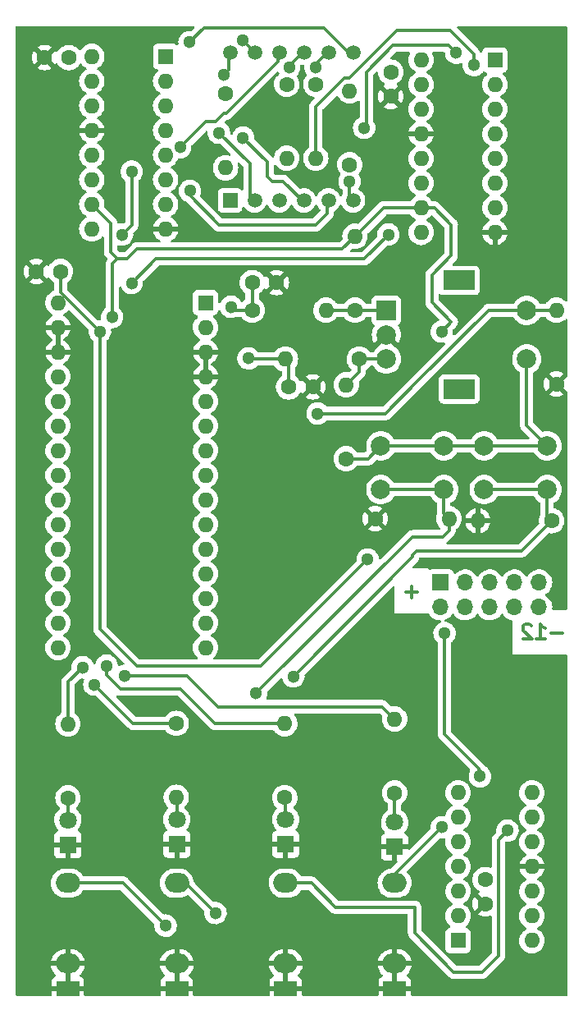
<source format=gbr>
%TF.GenerationSoftware,KiCad,Pcbnew,(6.0.1)*%
%TF.CreationDate,2022-12-13T14:11:25+02:00*%
%TF.ProjectId,ArduinoClockModule,41726475-696e-46f4-936c-6f636b4d6f64,rev?*%
%TF.SameCoordinates,Original*%
%TF.FileFunction,Copper,L2,Bot*%
%TF.FilePolarity,Positive*%
%FSLAX46Y46*%
G04 Gerber Fmt 4.6, Leading zero omitted, Abs format (unit mm)*
G04 Created by KiCad (PCBNEW (6.0.1)) date 2022-12-13 14:11:25*
%MOMM*%
%LPD*%
G01*
G04 APERTURE LIST*
G04 Aperture macros list*
%AMOutline4P*
0 Free polygon, 4 corners , with rotation*
0 The origin of the aperture is its center*
0 number of corners: always 4*
0 $1 to $8 corner X, Y*
0 $9 Rotation angle, in degrees counterclockwise*
0 create outline with 4 corners*
4,1,4,$1,$2,$3,$4,$5,$6,$7,$8,$1,$2,$9*%
G04 Aperture macros list end*
%ADD10C,0.300000*%
%TA.AperFunction,NonConductor*%
%ADD11C,0.300000*%
%TD*%
%TA.AperFunction,ComponentPad*%
%ADD12C,1.600000*%
%TD*%
%TA.AperFunction,ComponentPad*%
%ADD13O,1.700000X1.700000*%
%TD*%
%TA.AperFunction,ComponentPad*%
%ADD14R,1.700000X1.700000*%
%TD*%
%TA.AperFunction,ComponentPad*%
%ADD15O,1.600000X1.600000*%
%TD*%
%TA.AperFunction,ComponentPad*%
%ADD16R,1.800000X1.800000*%
%TD*%
%TA.AperFunction,ComponentPad*%
%ADD17C,1.800000*%
%TD*%
%TA.AperFunction,ComponentPad*%
%ADD18Outline4P,-0.750000X-1.150000X0.750000X-1.150000X0.750000X1.150000X-0.750000X1.150000X90.000000*%
%TD*%
%TA.AperFunction,ComponentPad*%
%ADD19O,2.500000X2.000000*%
%TD*%
%TA.AperFunction,ComponentPad*%
%ADD20C,2.000000*%
%TD*%
%TA.AperFunction,ComponentPad*%
%ADD21R,2.000000X2.000000*%
%TD*%
%TA.AperFunction,ComponentPad*%
%ADD22R,3.200000X2.000000*%
%TD*%
%TA.AperFunction,ComponentPad*%
%ADD23C,1.500000*%
%TD*%
%TA.AperFunction,ComponentPad*%
%ADD24R,1.500000X1.500000*%
%TD*%
%TA.AperFunction,ComponentPad*%
%ADD25R,1.600000X1.600000*%
%TD*%
%TA.AperFunction,ViaPad*%
%ADD26C,1.300000*%
%TD*%
%TA.AperFunction,Conductor*%
%ADD27C,0.350000*%
%TD*%
G04 APERTURE END LIST*
D10*
D11*
X76950000Y-83107142D02*
X75807142Y-83107142D01*
X74307142Y-83678571D02*
X75164285Y-83678571D01*
X74735714Y-83678571D02*
X74735714Y-82178571D01*
X74878571Y-82392857D01*
X75021428Y-82535714D01*
X75164285Y-82607142D01*
X73735714Y-82321428D02*
X73664285Y-82250000D01*
X73521428Y-82178571D01*
X73164285Y-82178571D01*
X73021428Y-82250000D01*
X72950000Y-82321428D01*
X72878571Y-82464285D01*
X72878571Y-82607142D01*
X72950000Y-82821428D01*
X73807142Y-83678571D01*
X72878571Y-83678571D01*
D10*
D11*
X61971428Y-78857142D02*
X60828571Y-78857142D01*
X61400000Y-79428571D02*
X61400000Y-78285714D01*
D12*
%TO.P,C6,1*%
%TO.N,+12V*%
X69000000Y-108500000D03*
%TO.P,C6,2*%
%TO.N,GND*%
X69000000Y-111000000D03*
%TD*%
D13*
%TO.P,J5,10,Pin_10*%
%TO.N,-12V*%
X74560000Y-80415000D03*
%TO.P,J5,9,Pin_9*%
X74560000Y-77875000D03*
%TO.P,J5,8,Pin_8*%
%TO.N,Net-(J5-Pad4)*%
X72020000Y-80415000D03*
%TO.P,J5,7,Pin_7*%
%TO.N,Net-(J5-Pad3)*%
X72020000Y-77875000D03*
%TO.P,J5,6,Pin_6*%
%TO.N,Net-(J5-Pad4)*%
X69480000Y-80415000D03*
%TO.P,J5,5,Pin_5*%
%TO.N,Net-(J5-Pad3)*%
X69480000Y-77875000D03*
%TO.P,J5,4,Pin_4*%
%TO.N,Net-(J5-Pad4)*%
X66940000Y-80415000D03*
%TO.P,J5,3,Pin_3*%
%TO.N,Net-(J5-Pad3)*%
X66940000Y-77875000D03*
%TO.P,J5,2,Pin_2*%
%TO.N,+12V*%
X64400000Y-80415000D03*
D14*
%TO.P,J5,1,Pin_1*%
X64400000Y-77875000D03*
%TD*%
D12*
%TO.P,R18,1*%
%TO.N,GND*%
X57640000Y-71300000D03*
D15*
%TO.P,R18,2*%
%TO.N,Net-(A1-Pad23)*%
X65260000Y-71300000D03*
%TD*%
D12*
%TO.P,R2,1*%
%TO.N,Net-(D2-Pad2)*%
X48300000Y-100050000D03*
D15*
%TO.P,R2,2*%
%TO.N,/L2*%
X48300000Y-92430000D03*
%TD*%
D16*
%TO.P,D3,1,K*%
%TO.N,GND*%
X59650000Y-105150000D03*
D17*
%TO.P,D3,2,A*%
%TO.N,Net-(D3-Pad2)*%
X59650000Y-102610000D03*
%TD*%
D16*
%TO.P,D2,1,K*%
%TO.N,GND*%
X48400000Y-104850000D03*
D17*
%TO.P,D2,2,A*%
%TO.N,Net-(D2-Pad2)*%
X48400000Y-102310000D03*
%TD*%
D12*
%TO.P,R10,1*%
%TO.N,Net-(R10-Pad1)*%
X56000000Y-54850000D03*
D15*
%TO.P,R10,2*%
%TO.N,/D0*%
X48380000Y-54850000D03*
%TD*%
D16*
%TO.P,D1,1,K*%
%TO.N,GND*%
X37150000Y-104850000D03*
D17*
%TO.P,D1,2,A*%
%TO.N,Net-(D1-Pad2)*%
X37150000Y-102310000D03*
%TD*%
D12*
%TO.P,R9,1*%
%TO.N,/D1*%
X44940000Y-49800000D03*
D15*
%TO.P,R9,2*%
%TO.N,Net-(R11-Pad1)*%
X52560000Y-49800000D03*
%TD*%
D12*
%TO.P,C5,1*%
%TO.N,+5V*%
X59250000Y-25250000D03*
%TO.P,C5,2*%
%TO.N,GND*%
X59250000Y-27750000D03*
%TD*%
D18*
%TO.P,J4,S*%
%TO.N,GND*%
X37150000Y-119732000D03*
D19*
%TO.P,J4,T*%
%TO.N,Net-(J4-PadT)*%
X37150000Y-108872000D03*
%TO.P,J4,TN*%
%TO.N,GND*%
X37150000Y-117172000D03*
%TD*%
D18*
%TO.P,J3,S*%
%TO.N,GND*%
X59650000Y-119732000D03*
D19*
%TO.P,J3,T*%
%TO.N,Net-(J3-PadT)*%
X59650000Y-108872000D03*
%TO.P,J3,TN*%
%TO.N,GND*%
X59650000Y-117172000D03*
%TD*%
D12*
%TO.P,C3,1*%
%TO.N,+12V*%
X25150000Y-45800000D03*
%TO.P,C3,2*%
%TO.N,GND*%
X22650000Y-45800000D03*
%TD*%
%TO.P,C4,2*%
%TO.N,GND*%
X23500000Y-23750000D03*
%TO.P,C4,1*%
%TO.N,+5V*%
X26000000Y-23750000D03*
%TD*%
D20*
%TO.P,SW1,1,1*%
%TO.N,+5V*%
X75386000Y-63790000D03*
X68886000Y-63790000D03*
%TO.P,SW1,2,2*%
%TO.N,Net-(A1-Pad24)*%
X75386000Y-68290000D03*
X68886000Y-68290000D03*
%TD*%
D21*
%TO.P,SW3,A,A*%
%TO.N,Net-(R11-Pad1)*%
X58790000Y-49824000D03*
D20*
%TO.P,SW3,B,B*%
%TO.N,Net-(R10-Pad1)*%
X58790000Y-54824000D03*
%TO.P,SW3,C,C*%
%TO.N,GND*%
X58790000Y-52324000D03*
D22*
%TO.P,SW3,MP*%
%TO.N,N/C*%
X66290000Y-57924000D03*
X66290000Y-46724000D03*
D20*
%TO.P,SW3,S1,S1*%
%TO.N,+5V*%
X73290000Y-54824000D03*
%TO.P,SW3,S2,S2*%
%TO.N,/D2*%
X73290000Y-49824000D03*
%TD*%
%TO.P,SW2,1,1*%
%TO.N,+5V*%
X58218000Y-63790000D03*
X64718000Y-63790000D03*
%TO.P,SW2,2,2*%
%TO.N,Net-(A1-Pad23)*%
X58218000Y-68290000D03*
X64718000Y-68290000D03*
%TD*%
D12*
%TO.P,R17,1*%
%TO.N,Net-(A1-Pad24)*%
X75860000Y-71500000D03*
D15*
%TO.P,R17,2*%
%TO.N,GND*%
X68240000Y-71500000D03*
%TD*%
D12*
%TO.P,C1,1*%
%TO.N,/D1*%
X44950000Y-46950000D03*
%TO.P,C1,2*%
%TO.N,GND*%
X47450000Y-46950000D03*
%TD*%
%TO.P,C2,2*%
%TO.N,GND*%
X51200000Y-57700000D03*
%TO.P,C2,1*%
%TO.N,/D0*%
X48700000Y-57700000D03*
%TD*%
D18*
%TO.P,J2,S*%
%TO.N,GND*%
X25908000Y-119732000D03*
D19*
%TO.P,J2,T*%
%TO.N,Net-(J2-PadT)*%
X25908000Y-108872000D03*
%TO.P,J2,TN*%
%TO.N,GND*%
X25908000Y-117172000D03*
%TD*%
D12*
%TO.P,R12,1*%
%TO.N,+5V*%
X54650000Y-65110000D03*
D15*
%TO.P,R12,2*%
%TO.N,Net-(R10-Pad1)*%
X54650000Y-57490000D03*
%TD*%
%TO.P,R13,2*%
%TO.N,Net-(R13-Pad2)*%
X55000000Y-27190000D03*
D12*
%TO.P,R13,1*%
%TO.N,Net-(R13-Pad1)*%
X55000000Y-34810000D03*
%TD*%
%TO.P,R3,1*%
%TO.N,Net-(D3-Pad2)*%
X59650000Y-99568000D03*
D15*
%TO.P,R3,2*%
%TO.N,/L1*%
X59650000Y-91948000D03*
%TD*%
D12*
%TO.P,R4,1*%
%TO.N,Net-(D4-Pad2)*%
X25908000Y-100076000D03*
D15*
%TO.P,R4,2*%
%TO.N,/L4*%
X25908000Y-92456000D03*
%TD*%
D16*
%TO.P,D4,1,K*%
%TO.N,GND*%
X25908000Y-104907000D03*
D17*
%TO.P,D4,2,A*%
%TO.N,Net-(D4-Pad2)*%
X25908000Y-102367000D03*
%TD*%
D23*
%TO.P,U6,12,CA1*%
%TO.N,Net-(R16-Pad1)*%
X42650000Y-23237500D03*
%TO.P,U6,11,a*%
%TO.N,Net-(U4-Pad15)*%
X45190000Y-23237500D03*
%TO.P,U6,10,f*%
%TO.N,Net-(U4-Pad5)*%
X47730000Y-23237500D03*
%TO.P,U6,9,CA2*%
%TO.N,Net-(R15-Pad1)*%
X50270000Y-23237500D03*
%TO.P,U6,8,CA3*%
%TO.N,Net-(R14-Pad1)*%
X52810000Y-23237500D03*
%TO.P,U6,7,b*%
%TO.N,Net-(U4-Pad1)*%
X55350000Y-23237500D03*
%TO.P,U6,6,CA4*%
%TO.N,Net-(R13-Pad1)*%
X55350000Y-38477500D03*
%TO.P,U6,5,g*%
%TO.N,Net-(U4-Pad6)*%
X52810000Y-38477500D03*
%TO.P,U6,4,c*%
%TO.N,Net-(U4-Pad2)*%
X50270000Y-38477500D03*
%TO.P,U6,3,DPX*%
%TO.N,Net-(U4-Pad7)*%
X47730000Y-38477500D03*
%TO.P,U6,2,d*%
%TO.N,Net-(U4-Pad3)*%
X45190000Y-38477500D03*
D24*
%TO.P,U6,1,e*%
%TO.N,Net-(U4-Pad4)*%
X42650000Y-38477500D03*
%TD*%
D15*
%TO.P,R11,2*%
%TO.N,+5V*%
X55550000Y-42180000D03*
D12*
%TO.P,R11,1*%
%TO.N,Net-(R11-Pad1)*%
X55550000Y-49800000D03*
%TD*%
%TO.P,R19,1*%
%TO.N,GND*%
X76350000Y-57410000D03*
D15*
%TO.P,R19,2*%
%TO.N,/D2*%
X76350000Y-49790000D03*
%TD*%
D18*
%TO.P,J1,S*%
%TO.N,GND*%
X48400000Y-119732000D03*
D19*
%TO.P,J1,T*%
%TO.N,Net-(J1-PadT)*%
X48400000Y-108872000D03*
%TO.P,J1,TN*%
%TO.N,GND*%
X48400000Y-117172000D03*
%TD*%
D12*
%TO.P,R16,1*%
%TO.N,Net-(R16-Pad1)*%
X42190000Y-27500000D03*
D15*
%TO.P,R16,2*%
%TO.N,Net-(R16-Pad2)*%
X42190000Y-35120000D03*
%TD*%
D12*
%TO.P,R15,1*%
%TO.N,Net-(R15-Pad1)*%
X48500000Y-26500000D03*
D15*
%TO.P,R15,2*%
%TO.N,Net-(R15-Pad2)*%
X48500000Y-34120000D03*
%TD*%
D12*
%TO.P,R14,1*%
%TO.N,Net-(R14-Pad1)*%
X51500000Y-26500000D03*
D15*
%TO.P,R14,2*%
%TO.N,Net-(R14-Pad2)*%
X51500000Y-34120000D03*
%TD*%
D12*
%TO.P,R1,1*%
%TO.N,/L3*%
X37100000Y-92400000D03*
D15*
%TO.P,R1,2*%
%TO.N,Net-(D1-Pad2)*%
X37100000Y-100020000D03*
%TD*%
D25*
%TO.P,U4,1,QB*%
%TO.N,Net-(U4-Pad1)*%
X36000000Y-23637000D03*
D15*
%TO.P,U4,2,QC*%
%TO.N,Net-(U4-Pad2)*%
X36000000Y-26177000D03*
%TO.P,U4,3,QD*%
%TO.N,Net-(U4-Pad3)*%
X36000000Y-28717000D03*
%TO.P,U4,4,QE*%
%TO.N,Net-(U4-Pad4)*%
X36000000Y-31257000D03*
%TO.P,U4,5,QF*%
%TO.N,Net-(U4-Pad5)*%
X36000000Y-33797000D03*
%TO.P,U4,6,QG*%
%TO.N,Net-(U4-Pad6)*%
X36000000Y-36337000D03*
%TO.P,U4,7,QH*%
%TO.N,Net-(U4-Pad7)*%
X36000000Y-38877000D03*
%TO.P,U4,8,GND*%
%TO.N,GND*%
X36000000Y-41417000D03*
%TO.P,U4,9,QH'*%
%TO.N,unconnected-(U4-Pad9)*%
X28380000Y-41417000D03*
%TO.P,U4,10,~{SRCLR}*%
%TO.N,+5V*%
X28380000Y-38877000D03*
%TO.P,U4,11,SRCLK*%
%TO.N,/D5*%
X28380000Y-36337000D03*
%TO.P,U4,12,RCLK*%
%TO.N,/D4*%
X28380000Y-33797000D03*
%TO.P,U4,13,~{OE}*%
%TO.N,GND*%
X28380000Y-31257000D03*
%TO.P,U4,14,SER*%
%TO.N,/D6*%
X28380000Y-28717000D03*
%TO.P,U4,15,QA*%
%TO.N,Net-(U4-Pad15)*%
X28380000Y-26177000D03*
%TO.P,U4,16,VCC*%
%TO.N,+5V*%
X28380000Y-23637000D03*
%TD*%
%TO.P,U5,16,VCC*%
%TO.N,+5V*%
X62380000Y-24000000D03*
%TO.P,U5,15,QA*%
%TO.N,Net-(R16-Pad2)*%
X62380000Y-26540000D03*
%TO.P,U5,14,SER*%
%TO.N,Net-(U4-Pad7)*%
X62380000Y-29080000D03*
%TO.P,U5,13,~{OE}*%
%TO.N,GND*%
X62380000Y-31620000D03*
%TO.P,U5,12,RCLK*%
%TO.N,/D4*%
X62380000Y-34160000D03*
%TO.P,U5,11,SRCLK*%
%TO.N,/D5*%
X62380000Y-36700000D03*
%TO.P,U5,10,~{SRCLR}*%
%TO.N,+5V*%
X62380000Y-39240000D03*
%TO.P,U5,9,QH'*%
%TO.N,unconnected-(U5-Pad9)*%
X62380000Y-41780000D03*
%TO.P,U5,8,GND*%
%TO.N,GND*%
X70000000Y-41780000D03*
%TO.P,U5,7,QH*%
%TO.N,unconnected-(U5-Pad7)*%
X70000000Y-39240000D03*
%TO.P,U5,6,QG*%
%TO.N,unconnected-(U5-Pad6)*%
X70000000Y-36700000D03*
%TO.P,U5,5,QF*%
%TO.N,unconnected-(U5-Pad5)*%
X70000000Y-34160000D03*
%TO.P,U5,4,QE*%
%TO.N,unconnected-(U5-Pad4)*%
X70000000Y-31620000D03*
%TO.P,U5,3,QD*%
%TO.N,Net-(R13-Pad2)*%
X70000000Y-29080000D03*
%TO.P,U5,2,QC*%
%TO.N,Net-(R14-Pad2)*%
X70000000Y-26540000D03*
D25*
%TO.P,U5,1,QB*%
%TO.N,Net-(R15-Pad2)*%
X70000000Y-24000000D03*
%TD*%
%TO.P,A1,1,D1/TX*%
%TO.N,/D1*%
X40122000Y-49022000D03*
D15*
%TO.P,A1,2,D0/RX*%
%TO.N,/D0*%
X40122000Y-51562000D03*
%TO.P,A1,3,~{RESET}*%
%TO.N,GND*%
X40122000Y-54102000D03*
%TO.P,A1,4,GND*%
X40122000Y-56642000D03*
%TO.P,A1,5,D2*%
%TO.N,/D2*%
X40122000Y-59182000D03*
%TO.P,A1,6,D3*%
%TO.N,/D3*%
X40122000Y-61722000D03*
%TO.P,A1,7,D4*%
%TO.N,/D4*%
X40122000Y-64262000D03*
%TO.P,A1,8,D5*%
%TO.N,/D5*%
X40122000Y-66802000D03*
%TO.P,A1,9,D6*%
%TO.N,/D6*%
X40122000Y-69342000D03*
%TO.P,A1,10,D7*%
%TO.N,/D7*%
X40122000Y-71882000D03*
%TO.P,A1,11,D8*%
%TO.N,/D8*%
X40122000Y-74422000D03*
%TO.P,A1,12,D9*%
%TO.N,/D9*%
X40122000Y-76962000D03*
%TO.P,A1,13,D10*%
%TO.N,/D10*%
X40122000Y-79502000D03*
%TO.P,A1,14,D11*%
%TO.N,/D11*%
X40122000Y-82042000D03*
%TO.P,A1,15,D12*%
%TO.N,/D12*%
X40122000Y-84582000D03*
%TO.P,A1,16,D13*%
%TO.N,/D13*%
X24882000Y-84582000D03*
%TO.P,A1,17,3V3*%
%TO.N,unconnected-(A1-Pad17)*%
X24882000Y-82042000D03*
%TO.P,A1,18,AREF*%
%TO.N,unconnected-(A1-Pad18)*%
X24882000Y-79502000D03*
%TO.P,A1,19,A0*%
%TO.N,/L4*%
X24882000Y-76962000D03*
%TO.P,A1,20,A1*%
%TO.N,/L3*%
X24882000Y-74422000D03*
%TO.P,A1,21,A2*%
%TO.N,/L2*%
X24882000Y-71882000D03*
%TO.P,A1,22,A3*%
%TO.N,/L1*%
X24882000Y-69342000D03*
%TO.P,A1,23,A4*%
%TO.N,Net-(A1-Pad23)*%
X24882000Y-66802000D03*
%TO.P,A1,24,A5*%
%TO.N,Net-(A1-Pad24)*%
X24882000Y-64262000D03*
%TO.P,A1,25,A6*%
%TO.N,unconnected-(A1-Pad25)*%
X24882000Y-61722000D03*
%TO.P,A1,26,A7*%
%TO.N,unconnected-(A1-Pad26)*%
X24882000Y-59182000D03*
%TO.P,A1,27,+5V*%
%TO.N,+5V*%
X24882000Y-56642000D03*
%TO.P,A1,28,~{RESET}*%
%TO.N,GND*%
X24882000Y-54102000D03*
%TO.P,A1,29,GND*%
X24882000Y-51562000D03*
%TO.P,A1,30,VIN*%
%TO.N,+12V*%
X24882000Y-49022000D03*
%TD*%
D25*
%TO.P,U1,1*%
%TO.N,Net-(J4-PadT)*%
X66200000Y-114800000D03*
D15*
%TO.P,U1,2,-*%
X66200000Y-112260000D03*
%TO.P,U1,3,+*%
%TO.N,/D10*%
X66200000Y-109720000D03*
%TO.P,U1,4,V+*%
%TO.N,+12V*%
X66200000Y-107180000D03*
%TO.P,U1,5,+*%
%TO.N,/D9*%
X66200000Y-104640000D03*
%TO.P,U1,6,-*%
%TO.N,Net-(J3-PadT)*%
X66200000Y-102100000D03*
%TO.P,U1,7*%
X66200000Y-99560000D03*
%TO.P,U1,8*%
%TO.N,Net-(J1-PadT)*%
X73820000Y-99560000D03*
%TO.P,U1,9,-*%
X73820000Y-102100000D03*
%TO.P,U1,10,+*%
%TO.N,/D8*%
X73820000Y-104640000D03*
%TO.P,U1,11,V-*%
%TO.N,GND*%
X73820000Y-107180000D03*
%TO.P,U1,12,+*%
%TO.N,/D7*%
X73820000Y-109720000D03*
%TO.P,U1,13,-*%
%TO.N,Net-(J2-PadT)*%
X73820000Y-112260000D03*
%TO.P,U1,14*%
X73820000Y-114800000D03*
%TD*%
D26*
%TO.N,GND*%
X36300000Y-53500000D03*
X35600000Y-69300000D03*
X54000000Y-98800000D03*
X54400000Y-88600000D03*
X61000000Y-86800000D03*
X67200000Y-93200000D03*
X70100000Y-86600000D03*
X25500000Y-30000000D03*
%TO.N,Net-(U4-Pad6)*%
X38500000Y-37500000D03*
%TO.N,Net-(U4-Pad2)*%
X44000000Y-32000000D03*
%TO.N,Net-(U4-Pad3)*%
X41500000Y-31500000D03*
%TO.N,Net-(U4-Pad5)*%
X37500000Y-33000000D03*
%TO.N,Net-(U4-Pad15)*%
X43942000Y-21971000D03*
%TO.N,Net-(U4-Pad1)*%
X38471774Y-22174500D03*
%TO.N,Net-(R15-Pad2)*%
X66000000Y-23250000D03*
X56500000Y-31000000D03*
%TO.N,Net-(R14-Pad2)*%
X67814856Y-24521619D03*
%TO.N,/D5*%
X59000000Y-42000000D03*
X32500000Y-47000000D03*
%TO.N,/D6*%
X32500000Y-35500000D03*
X31500000Y-42000000D03*
%TO.N,+5V*%
X30475500Y-50500000D03*
%TO.N,Net-(R13-Pad1)*%
X55000000Y-36500000D03*
%TO.N,Net-(R15-Pad1)*%
X48750000Y-24750000D03*
%TO.N,Net-(R14-Pad1)*%
X51500000Y-24750000D03*
%TO.N,Net-(R16-Pad1)*%
X42000000Y-25500000D03*
%TO.N,+12V*%
X56850000Y-75500000D03*
X29212967Y-52005846D03*
X68450000Y-97850000D03*
X64800000Y-83100000D03*
%TO.N,+5V*%
X64500000Y-52000000D03*
%TO.N,/D2*%
X51700000Y-60450000D03*
%TO.N,/D1*%
X42750000Y-49450000D03*
%TO.N,/D0*%
X44550000Y-54750000D03*
%TO.N,Net-(A1-Pad24)*%
X49200000Y-87550000D03*
%TO.N,Net-(A1-Pad23)*%
X45350000Y-89300000D03*
%TO.N,Net-(J1-PadT)*%
X71300000Y-103450000D03*
%TO.N,GND*%
X75450000Y-105850000D03*
X71750000Y-107250000D03*
%TO.N,Net-(J3-PadT)*%
X64500000Y-103100000D03*
%TO.N,Net-(J2-PadT)*%
X36000000Y-113250000D03*
%TO.N,Net-(J4-PadT)*%
X41150000Y-111950000D03*
%TO.N,/L1*%
X31750000Y-87500000D03*
%TO.N,/L2*%
X29900000Y-86450000D03*
%TO.N,/L3*%
X28650000Y-88400000D03*
%TO.N,/L4*%
X27425500Y-86614000D03*
%TD*%
D27*
%TO.N,Net-(U4-Pad1)*%
X39945274Y-20701000D02*
X38471774Y-22174500D01*
X54850000Y-23237500D02*
X52313500Y-20701000D01*
X52313500Y-20701000D02*
X39945274Y-20701000D01*
X55200000Y-23237500D02*
X54850000Y-23237500D01*
%TO.N,Net-(U4-Pad15)*%
X45040000Y-23069000D02*
X43942000Y-21971000D01*
X45040000Y-23237500D02*
X45040000Y-23069000D01*
%TO.N,Net-(U4-Pad3)*%
X44690000Y-34690000D02*
X41500000Y-31500000D01*
X44690000Y-38127500D02*
X44690000Y-34690000D01*
%TO.N,Net-(U4-Pad2)*%
X48142500Y-36500000D02*
X50120000Y-38477500D01*
X46500000Y-34500000D02*
X46500000Y-36000000D01*
%TO.N,Net-(U4-Pad6)*%
X38500000Y-38000000D02*
X38500000Y-37500000D01*
%TO.N,Net-(U4-Pad2)*%
X46500000Y-36000000D02*
X47000000Y-36500000D01*
%TO.N,Net-(U4-Pad6)*%
X41500000Y-41000000D02*
X38500000Y-38000000D01*
X51500000Y-41000000D02*
X41500000Y-41000000D01*
X52660000Y-39840000D02*
X51500000Y-41000000D01*
%TO.N,Net-(R13-Pad1)*%
X55000000Y-38277500D02*
X55000000Y-36500000D01*
X55200000Y-38477500D02*
X55000000Y-38277500D01*
%TO.N,Net-(R14-Pad1)*%
X51500000Y-24397500D02*
X51500000Y-24750000D01*
X52660000Y-23237500D02*
X51500000Y-24397500D01*
%TO.N,Net-(R15-Pad1)*%
X48750000Y-24607500D02*
X48750000Y-24750000D01*
%TO.N,Net-(U4-Pad5)*%
X47580000Y-24170000D02*
X47580000Y-23237500D01*
X42250000Y-29500000D02*
X47580000Y-24170000D01*
X42000000Y-29500000D02*
X42250000Y-29500000D01*
X41174501Y-30325499D02*
X42000000Y-29500000D01*
X40174501Y-30325499D02*
X41174501Y-30325499D01*
%TO.N,Net-(U4-Pad3)*%
X45040000Y-38477500D02*
X44690000Y-38127500D01*
%TO.N,Net-(R16-Pad1)*%
X42500000Y-23237500D02*
X42500000Y-25000000D01*
X42500000Y-25000000D02*
X42000000Y-25500000D01*
%TO.N,Net-(U4-Pad5)*%
X37500000Y-33000000D02*
X40174501Y-30325499D01*
%TO.N,Net-(U4-Pad6)*%
X52660000Y-38477500D02*
X52660000Y-39840000D01*
%TO.N,Net-(R15-Pad1)*%
X50120000Y-23237500D02*
X48750000Y-24607500D01*
%TO.N,Net-(U4-Pad2)*%
X44000000Y-32000000D02*
X46500000Y-34500000D01*
X47000000Y-36500000D02*
X48142500Y-36500000D01*
%TO.N,Net-(R14-Pad2)*%
X67814856Y-23403860D02*
X67814856Y-24521619D01*
X65361485Y-20950489D02*
X67814856Y-23403860D01*
X59878725Y-20950489D02*
X65361485Y-20950489D01*
X54963725Y-25865489D02*
X59878725Y-20950489D01*
X51500000Y-34120000D02*
X51500000Y-28816857D01*
%TO.N,Net-(R15-Pad2)*%
X65250000Y-22500000D02*
X66000000Y-23250000D01*
%TO.N,Net-(R14-Pad2)*%
X51500000Y-28816857D02*
X54451368Y-25865489D01*
%TO.N,Net-(R15-Pad2)*%
X56724021Y-25265237D02*
X59489258Y-22500000D01*
X56724021Y-30775979D02*
X56724021Y-25265237D01*
%TO.N,Net-(R14-Pad2)*%
X54451368Y-25865489D02*
X54963725Y-25865489D01*
%TO.N,Net-(R15-Pad2)*%
X59489258Y-22500000D02*
X65250000Y-22500000D01*
X56500000Y-31000000D02*
X56724021Y-30775979D01*
%TO.N,/D0*%
X44650000Y-54850000D02*
X48380000Y-54850000D01*
X44550000Y-54750000D02*
X44650000Y-54850000D01*
X48700000Y-55170000D02*
X48700000Y-57700000D01*
%TO.N,Net-(R10-Pad1)*%
X56026000Y-54824000D02*
X56000000Y-54850000D01*
X58790000Y-54824000D02*
X56026000Y-54824000D01*
X56000000Y-56140000D02*
X54650000Y-57490000D01*
%TO.N,/D0*%
X48380000Y-54850000D02*
X48700000Y-55170000D01*
%TO.N,Net-(R10-Pad1)*%
X56000000Y-54850000D02*
X56000000Y-56140000D01*
%TO.N,Net-(J1-PadT)*%
X51072000Y-108872000D02*
X48400000Y-108872000D01*
X65750000Y-118050000D02*
X61700000Y-114000000D01*
X53550000Y-111350000D02*
X51072000Y-108872000D01*
X68700000Y-118050000D02*
X65750000Y-118050000D01*
X61700000Y-111350000D02*
X53550000Y-111350000D01*
X70350000Y-116400000D02*
X68700000Y-118050000D01*
X71300000Y-103450000D02*
X70350000Y-104400000D01*
X61700000Y-114000000D02*
X61700000Y-111350000D01*
X70350000Y-104400000D02*
X70350000Y-116400000D01*
%TO.N,/L1*%
X41402000Y-90678000D02*
X38224000Y-87500000D01*
X38224000Y-87500000D02*
X31750000Y-87500000D01*
X59650000Y-91948000D02*
X58380000Y-90678000D01*
X58380000Y-90678000D02*
X41402000Y-90678000D01*
%TO.N,+5V*%
X30325499Y-40822499D02*
X28380000Y-38877000D01*
X30325499Y-43825499D02*
X30325499Y-40822499D01*
X31000000Y-44500000D02*
X30325499Y-43825499D01*
%TO.N,/D6*%
X32500000Y-41000000D02*
X31500000Y-42000000D01*
X32500000Y-35500000D02*
X32500000Y-41000000D01*
%TO.N,+5V*%
X30500000Y-45000000D02*
X30500000Y-50475500D01*
X31000000Y-44500000D02*
X30500000Y-45000000D01*
X30500000Y-50475500D02*
X30475500Y-50500000D01*
X60740000Y-39240000D02*
X58490000Y-39240000D01*
X62380000Y-39240000D02*
X60740000Y-39240000D01*
%TO.N,/D5*%
X56500000Y-44500000D02*
X59000000Y-42000000D01*
X35000000Y-44500000D02*
X56500000Y-44500000D01*
X32500000Y-47000000D02*
X35000000Y-44500000D01*
%TO.N,+5V*%
X33000000Y-43500000D02*
X54230000Y-43500000D01*
X54230000Y-43500000D02*
X55550000Y-42180000D01*
X32000000Y-44500000D02*
X33000000Y-43500000D01*
X31000000Y-44500000D02*
X32000000Y-44500000D01*
%TO.N,+12V*%
X25150000Y-47942879D02*
X29212967Y-52005846D01*
X25150000Y-45800000D02*
X25150000Y-47942879D01*
X29212967Y-82662967D02*
X29212967Y-52005846D01*
X33050000Y-86500000D02*
X29212967Y-82662967D01*
X45850000Y-86500000D02*
X33050000Y-86500000D01*
X56850000Y-75500000D02*
X45850000Y-86500000D01*
%TO.N,+5V*%
X58490000Y-39240000D02*
X55550000Y-42180000D01*
X63740000Y-39240000D02*
X62380000Y-39240000D01*
X65500000Y-41000000D02*
X63740000Y-39240000D01*
X65500000Y-44164978D02*
X65500000Y-41000000D01*
X63500000Y-46164978D02*
X65500000Y-44164978D01*
X63500000Y-49000000D02*
X63500000Y-46164978D01*
X65500000Y-51000000D02*
X63500000Y-49000000D01*
X64500000Y-52000000D02*
X65500000Y-51000000D01*
%TO.N,/L2*%
X29900000Y-87448864D02*
X29900000Y-86450000D01*
X31325637Y-88874501D02*
X29900000Y-87448864D01*
X37566501Y-88874501D02*
X31325637Y-88874501D01*
X41122000Y-92430000D02*
X37566501Y-88874501D01*
X48300000Y-92430000D02*
X41122000Y-92430000D01*
%TO.N,/L4*%
X25908000Y-88131500D02*
X27425500Y-86614000D01*
X25908000Y-92456000D02*
X25908000Y-88131500D01*
%TO.N,/L3*%
X37100000Y-92400000D02*
X32650000Y-92400000D01*
X32650000Y-92400000D02*
X28650000Y-88400000D01*
%TO.N,+12V*%
X64800000Y-93550000D02*
X68250000Y-97000000D01*
X68450000Y-97200000D02*
X68450000Y-97850000D01*
X64800000Y-83100000D02*
X64800000Y-93550000D01*
X68250000Y-97000000D02*
X68450000Y-97200000D01*
%TO.N,/D2*%
X52000000Y-60450000D02*
X51700000Y-60450000D01*
X58700000Y-60450000D02*
X52000000Y-60450000D01*
X61950000Y-57200000D02*
X58700000Y-60450000D01*
X69326000Y-49824000D02*
X61950000Y-57200000D01*
X73290000Y-49824000D02*
X69326000Y-49824000D01*
%TO.N,/D1*%
X44940000Y-46960000D02*
X44950000Y-46950000D01*
X44940000Y-49800000D02*
X44940000Y-46960000D01*
X43100000Y-49800000D02*
X42750000Y-49450000D01*
X44940000Y-49800000D02*
X43100000Y-49800000D01*
%TO.N,Net-(R11-Pad1)*%
X55550000Y-49800000D02*
X52560000Y-49800000D01*
X55574000Y-49824000D02*
X55550000Y-49800000D01*
X58790000Y-49824000D02*
X55574000Y-49824000D01*
%TO.N,+5V*%
X73290000Y-61694000D02*
X73290000Y-54824000D01*
X75386000Y-63790000D02*
X73290000Y-61694000D01*
X68886000Y-63790000D02*
X75386000Y-63790000D01*
X64718000Y-63790000D02*
X68886000Y-63790000D01*
X58218000Y-63790000D02*
X64718000Y-63790000D01*
X56898000Y-65110000D02*
X58218000Y-63790000D01*
X54650000Y-65110000D02*
X56898000Y-65110000D01*
%TO.N,/D2*%
X76316000Y-49824000D02*
X76350000Y-49790000D01*
X73290000Y-49824000D02*
X76316000Y-49824000D01*
%TO.N,Net-(A1-Pad24)*%
X72760000Y-74600000D02*
X75860000Y-71500000D01*
X61950000Y-74600000D02*
X72760000Y-74600000D01*
X61500000Y-75050000D02*
X61950000Y-74600000D01*
X49200000Y-87550000D02*
X61500000Y-75250000D01*
X61500000Y-75250000D02*
X61500000Y-75050000D01*
%TO.N,Net-(A1-Pad23)*%
X65260000Y-72490000D02*
X65260000Y-71300000D01*
X64600000Y-73150000D02*
X65260000Y-72490000D01*
X61500000Y-73150000D02*
X64600000Y-73150000D01*
X45350000Y-89300000D02*
X61500000Y-73150000D01*
%TO.N,Net-(A1-Pad24)*%
X75386000Y-68290000D02*
X75386000Y-71026000D01*
X75386000Y-71026000D02*
X75860000Y-71500000D01*
X68886000Y-68290000D02*
X75386000Y-68290000D01*
%TO.N,Net-(A1-Pad23)*%
X64718000Y-68290000D02*
X64718000Y-70758000D01*
X64718000Y-70758000D02*
X65260000Y-71300000D01*
X58218000Y-68290000D02*
X64718000Y-68290000D01*
%TO.N,Net-(J3-PadT)*%
X59650000Y-107950000D02*
X64500000Y-103100000D01*
X59650000Y-108872000D02*
X59650000Y-107950000D01*
%TO.N,Net-(D3-Pad2)*%
X59650000Y-99568000D02*
X59650000Y-102610000D01*
%TO.N,Net-(D1-Pad2)*%
X37100000Y-100020000D02*
X37150000Y-100070000D01*
X37150000Y-100070000D02*
X37150000Y-102310000D01*
%TO.N,Net-(D2-Pad2)*%
X48400000Y-100150000D02*
X48400000Y-102310000D01*
X48300000Y-100050000D02*
X48400000Y-100150000D01*
%TO.N,Net-(J4-PadT)*%
X38072000Y-108872000D02*
X37150000Y-108872000D01*
X41150000Y-111950000D02*
X38072000Y-108872000D01*
%TO.N,Net-(J2-PadT)*%
X31622000Y-108872000D02*
X25908000Y-108872000D01*
X36000000Y-113250000D02*
X31622000Y-108872000D01*
%TO.N,Net-(D4-Pad2)*%
X25908000Y-100076000D02*
X25908000Y-102367000D01*
%TO.N,Net-(J4-PadT)*%
X37625000Y-108745000D02*
X38100000Y-108745000D01*
%TD*%
%TA.AperFunction,Conductor*%
%TO.N,GND*%
G36*
X38935590Y-20528002D02*
G01*
X38982083Y-20581658D01*
X38992187Y-20651932D01*
X38962693Y-20716512D01*
X38956564Y-20723095D01*
X38697715Y-20981944D01*
X38635403Y-21015970D01*
X38596783Y-21018086D01*
X38593389Y-21017411D01*
X38587620Y-21017335D01*
X38587615Y-21017335D01*
X38472376Y-21015827D01*
X38380490Y-21014624D01*
X38374793Y-21015603D01*
X38374792Y-21015603D01*
X38176338Y-21049703D01*
X38176335Y-21049704D01*
X38170648Y-21050681D01*
X37970890Y-21124375D01*
X37787908Y-21233239D01*
X37627828Y-21373625D01*
X37496012Y-21540833D01*
X37493323Y-21545944D01*
X37493321Y-21545947D01*
X37447000Y-21633989D01*
X37396874Y-21729262D01*
X37395160Y-21734783D01*
X37395158Y-21734787D01*
X37370313Y-21814802D01*
X37333735Y-21932602D01*
X37308710Y-22144044D01*
X37309088Y-22149811D01*
X37321032Y-22332054D01*
X37305528Y-22401337D01*
X37255028Y-22451239D01*
X37185565Y-22465917D01*
X37119739Y-22441121D01*
X37046705Y-22386385D01*
X36910316Y-22335255D01*
X36848134Y-22328500D01*
X35151866Y-22328500D01*
X35089684Y-22335255D01*
X34953295Y-22386385D01*
X34836739Y-22473739D01*
X34749385Y-22590295D01*
X34698255Y-22726684D01*
X34691500Y-22788866D01*
X34691500Y-24485134D01*
X34698255Y-24547316D01*
X34749385Y-24683705D01*
X34836739Y-24800261D01*
X34953295Y-24887615D01*
X35089684Y-24938745D01*
X35100474Y-24939917D01*
X35102606Y-24940803D01*
X35105222Y-24941425D01*
X35105121Y-24941848D01*
X35166035Y-24967155D01*
X35206463Y-25025517D01*
X35208922Y-25096471D01*
X35172629Y-25157490D01*
X35163969Y-25164489D01*
X35160207Y-25167646D01*
X35155700Y-25170802D01*
X34993802Y-25332700D01*
X34990645Y-25337208D01*
X34990643Y-25337211D01*
X34982372Y-25349023D01*
X34862477Y-25520251D01*
X34860154Y-25525233D01*
X34860151Y-25525238D01*
X34781488Y-25693933D01*
X34765716Y-25727757D01*
X34706457Y-25948913D01*
X34686502Y-26177000D01*
X34706457Y-26405087D01*
X34707881Y-26410400D01*
X34707881Y-26410402D01*
X34742679Y-26540267D01*
X34765716Y-26626243D01*
X34768039Y-26631224D01*
X34768039Y-26631225D01*
X34860151Y-26828762D01*
X34860154Y-26828767D01*
X34862477Y-26833749D01*
X34993802Y-27021300D01*
X35155700Y-27183198D01*
X35160208Y-27186355D01*
X35160211Y-27186357D01*
X35238389Y-27241098D01*
X35343251Y-27314523D01*
X35348233Y-27316846D01*
X35348238Y-27316849D01*
X35382457Y-27332805D01*
X35435742Y-27379722D01*
X35455203Y-27447999D01*
X35434661Y-27515959D01*
X35382457Y-27561195D01*
X35348238Y-27577151D01*
X35348233Y-27577154D01*
X35343251Y-27579477D01*
X35264862Y-27634366D01*
X35160211Y-27707643D01*
X35160208Y-27707645D01*
X35155700Y-27710802D01*
X34993802Y-27872700D01*
X34862477Y-28060251D01*
X34860154Y-28065233D01*
X34860151Y-28065238D01*
X34780664Y-28235700D01*
X34765716Y-28267757D01*
X34764294Y-28273065D01*
X34764293Y-28273067D01*
X34713037Y-28464356D01*
X34706457Y-28488913D01*
X34686502Y-28717000D01*
X34706457Y-28945087D01*
X34707881Y-28950400D01*
X34707881Y-28950402D01*
X34747959Y-29099972D01*
X34765716Y-29166243D01*
X34768039Y-29171224D01*
X34768039Y-29171225D01*
X34860151Y-29368762D01*
X34860154Y-29368767D01*
X34862477Y-29373749D01*
X34993802Y-29561300D01*
X35155700Y-29723198D01*
X35160208Y-29726355D01*
X35160211Y-29726357D01*
X35222994Y-29770318D01*
X35343251Y-29854523D01*
X35348233Y-29856846D01*
X35348238Y-29856849D01*
X35382457Y-29872805D01*
X35435742Y-29919722D01*
X35455203Y-29987999D01*
X35434661Y-30055959D01*
X35382457Y-30101195D01*
X35348238Y-30117151D01*
X35348233Y-30117154D01*
X35343251Y-30119477D01*
X35278589Y-30164754D01*
X35160211Y-30247643D01*
X35160208Y-30247645D01*
X35155700Y-30250802D01*
X34993802Y-30412700D01*
X34862477Y-30600251D01*
X34860154Y-30605233D01*
X34860151Y-30605238D01*
X34774940Y-30787976D01*
X34765716Y-30807757D01*
X34764294Y-30813065D01*
X34764293Y-30813067D01*
X34724051Y-30963251D01*
X34706457Y-31028913D01*
X34686502Y-31257000D01*
X34706457Y-31485087D01*
X34707881Y-31490400D01*
X34707881Y-31490402D01*
X34759222Y-31682006D01*
X34765716Y-31706243D01*
X34768039Y-31711224D01*
X34768039Y-31711225D01*
X34860151Y-31908762D01*
X34860154Y-31908767D01*
X34862477Y-31913749D01*
X34922871Y-32000000D01*
X34983402Y-32086447D01*
X34993802Y-32101300D01*
X35155700Y-32263198D01*
X35160208Y-32266355D01*
X35160211Y-32266357D01*
X35238389Y-32321098D01*
X35343251Y-32394523D01*
X35348233Y-32396846D01*
X35348238Y-32396849D01*
X35382457Y-32412805D01*
X35435742Y-32459722D01*
X35455203Y-32527999D01*
X35434661Y-32595959D01*
X35382457Y-32641195D01*
X35348238Y-32657151D01*
X35348233Y-32657154D01*
X35343251Y-32659477D01*
X35300347Y-32689519D01*
X35160211Y-32787643D01*
X35160208Y-32787645D01*
X35155700Y-32790802D01*
X34993802Y-32952700D01*
X34990645Y-32957208D01*
X34990643Y-32957211D01*
X34958065Y-33003738D01*
X34862477Y-33140251D01*
X34860154Y-33145233D01*
X34860151Y-33145238D01*
X34780664Y-33315700D01*
X34765716Y-33347757D01*
X34764294Y-33353065D01*
X34764293Y-33353067D01*
X34720131Y-33517881D01*
X34706457Y-33568913D01*
X34686502Y-33797000D01*
X34706457Y-34025087D01*
X34707881Y-34030400D01*
X34707881Y-34030402D01*
X34763188Y-34236807D01*
X34765716Y-34246243D01*
X34768039Y-34251224D01*
X34768039Y-34251225D01*
X34860151Y-34448762D01*
X34860154Y-34448767D01*
X34862477Y-34453749D01*
X34993802Y-34641300D01*
X35155700Y-34803198D01*
X35160208Y-34806355D01*
X35160211Y-34806357D01*
X35238389Y-34861098D01*
X35343251Y-34934523D01*
X35348233Y-34936846D01*
X35348238Y-34936849D01*
X35382457Y-34952805D01*
X35435742Y-34999722D01*
X35455203Y-35067999D01*
X35434661Y-35135959D01*
X35382457Y-35181195D01*
X35348238Y-35197151D01*
X35348233Y-35197154D01*
X35343251Y-35199477D01*
X35267414Y-35252579D01*
X35160211Y-35327643D01*
X35160208Y-35327645D01*
X35155700Y-35330802D01*
X34993802Y-35492700D01*
X34862477Y-35680251D01*
X34860154Y-35685233D01*
X34860151Y-35685238D01*
X34780664Y-35855700D01*
X34765716Y-35887757D01*
X34764294Y-35893065D01*
X34764293Y-35893067D01*
X34707881Y-36103598D01*
X34706457Y-36108913D01*
X34686502Y-36337000D01*
X34706457Y-36565087D01*
X34707881Y-36570400D01*
X34707881Y-36570402D01*
X34748366Y-36721491D01*
X34765716Y-36786243D01*
X34768039Y-36791224D01*
X34768039Y-36791225D01*
X34860151Y-36988762D01*
X34860154Y-36988767D01*
X34862477Y-36993749D01*
X34901615Y-37049644D01*
X34989636Y-37175350D01*
X34993802Y-37181300D01*
X35155700Y-37343198D01*
X35160208Y-37346355D01*
X35160211Y-37346357D01*
X35213177Y-37383444D01*
X35343251Y-37474523D01*
X35348233Y-37476846D01*
X35348238Y-37476849D01*
X35382457Y-37492805D01*
X35435742Y-37539722D01*
X35455203Y-37607999D01*
X35434661Y-37675959D01*
X35382457Y-37721195D01*
X35348238Y-37737151D01*
X35348233Y-37737154D01*
X35343251Y-37739477D01*
X35297368Y-37771605D01*
X35160211Y-37867643D01*
X35160208Y-37867645D01*
X35155700Y-37870802D01*
X34993802Y-38032700D01*
X34990645Y-38037208D01*
X34990643Y-38037211D01*
X34959470Y-38081731D01*
X34862477Y-38220251D01*
X34860154Y-38225233D01*
X34860151Y-38225238D01*
X34775214Y-38407388D01*
X34765716Y-38427757D01*
X34764294Y-38433065D01*
X34764293Y-38433067D01*
X34708822Y-38640086D01*
X34706457Y-38648913D01*
X34686502Y-38877000D01*
X34706457Y-39105087D01*
X34707881Y-39110400D01*
X34707881Y-39110402D01*
X34751240Y-39272217D01*
X34765716Y-39326243D01*
X34768039Y-39331224D01*
X34768039Y-39331225D01*
X34860151Y-39528762D01*
X34860154Y-39528767D01*
X34862477Y-39533749D01*
X34929506Y-39629476D01*
X34965771Y-39681267D01*
X34993802Y-39721300D01*
X35155700Y-39883198D01*
X35160208Y-39886355D01*
X35160211Y-39886357D01*
X35213257Y-39923500D01*
X35343251Y-40014523D01*
X35348233Y-40016846D01*
X35348238Y-40016849D01*
X35383049Y-40033081D01*
X35436334Y-40079998D01*
X35455795Y-40148275D01*
X35435253Y-40216235D01*
X35383049Y-40261471D01*
X35348489Y-40277586D01*
X35338993Y-40283069D01*
X35160533Y-40408028D01*
X35152125Y-40415084D01*
X34998084Y-40569125D01*
X34991028Y-40577533D01*
X34866069Y-40755993D01*
X34860586Y-40765489D01*
X34768510Y-40962947D01*
X34764764Y-40973239D01*
X34718606Y-41145503D01*
X34718942Y-41159599D01*
X34726884Y-41163000D01*
X37267967Y-41163000D01*
X37281498Y-41159027D01*
X37282727Y-41150478D01*
X37235236Y-40973239D01*
X37231490Y-40962947D01*
X37139414Y-40765489D01*
X37133931Y-40755993D01*
X37008972Y-40577533D01*
X37001916Y-40569125D01*
X36847875Y-40415084D01*
X36839467Y-40408028D01*
X36661007Y-40283069D01*
X36651511Y-40277586D01*
X36616951Y-40261471D01*
X36563666Y-40214554D01*
X36544205Y-40146277D01*
X36564747Y-40078317D01*
X36616951Y-40033081D01*
X36651762Y-40016849D01*
X36651767Y-40016846D01*
X36656749Y-40014523D01*
X36786743Y-39923500D01*
X36839789Y-39886357D01*
X36839792Y-39886355D01*
X36844300Y-39883198D01*
X37006198Y-39721300D01*
X37034230Y-39681267D01*
X37070494Y-39629476D01*
X37137523Y-39533749D01*
X37139846Y-39528767D01*
X37139849Y-39528762D01*
X37231961Y-39331225D01*
X37231961Y-39331224D01*
X37234284Y-39326243D01*
X37248761Y-39272217D01*
X37292119Y-39110402D01*
X37292119Y-39110400D01*
X37293543Y-39105087D01*
X37313498Y-38877000D01*
X37293543Y-38648913D01*
X37291178Y-38640086D01*
X37235707Y-38433067D01*
X37235706Y-38433065D01*
X37234284Y-38427757D01*
X37224786Y-38407388D01*
X37139849Y-38225238D01*
X37139846Y-38225233D01*
X37137523Y-38220251D01*
X37040530Y-38081731D01*
X37009357Y-38037211D01*
X37009355Y-38037208D01*
X37006198Y-38032700D01*
X36844300Y-37870802D01*
X36839792Y-37867645D01*
X36839789Y-37867643D01*
X36702632Y-37771605D01*
X36656749Y-37739477D01*
X36651767Y-37737154D01*
X36651762Y-37737151D01*
X36617543Y-37721195D01*
X36564258Y-37674278D01*
X36544797Y-37606001D01*
X36565339Y-37538041D01*
X36617543Y-37492805D01*
X36651762Y-37476849D01*
X36651767Y-37476846D01*
X36656749Y-37474523D01*
X36786823Y-37383444D01*
X36839789Y-37346357D01*
X36839792Y-37346355D01*
X36844300Y-37343198D01*
X37006198Y-37181300D01*
X37010365Y-37175350D01*
X37098385Y-37049644D01*
X37137523Y-36993749D01*
X37139846Y-36988767D01*
X37139849Y-36988762D01*
X37231961Y-36791225D01*
X37231961Y-36791224D01*
X37234284Y-36786243D01*
X37251635Y-36721491D01*
X37292119Y-36570402D01*
X37292119Y-36570400D01*
X37293543Y-36565087D01*
X37313498Y-36337000D01*
X37293543Y-36108913D01*
X37292119Y-36103598D01*
X37235707Y-35893067D01*
X37235706Y-35893065D01*
X37234284Y-35887757D01*
X37219336Y-35855700D01*
X37139849Y-35685238D01*
X37139846Y-35685233D01*
X37137523Y-35680251D01*
X37006198Y-35492700D01*
X36844300Y-35330802D01*
X36839792Y-35327645D01*
X36839789Y-35327643D01*
X36732586Y-35252579D01*
X36656749Y-35199477D01*
X36651767Y-35197154D01*
X36651762Y-35197151D01*
X36617543Y-35181195D01*
X36564258Y-35134278D01*
X36544797Y-35066001D01*
X36565339Y-34998041D01*
X36617543Y-34952805D01*
X36651762Y-34936849D01*
X36651767Y-34936846D01*
X36656749Y-34934523D01*
X36761611Y-34861098D01*
X36839789Y-34806357D01*
X36839792Y-34806355D01*
X36844300Y-34803198D01*
X37006198Y-34641300D01*
X37137523Y-34453749D01*
X37139846Y-34448767D01*
X37139849Y-34448762D01*
X37231959Y-34251229D01*
X37234284Y-34246243D01*
X37235708Y-34240928D01*
X37237208Y-34236807D01*
X37279302Y-34179635D01*
X37345623Y-34154296D01*
X37360557Y-34153997D01*
X37560891Y-34161869D01*
X37566600Y-34161041D01*
X37566604Y-34161041D01*
X37765890Y-34132145D01*
X37765894Y-34132144D01*
X37771605Y-34131316D01*
X37973223Y-34062876D01*
X38158993Y-33958840D01*
X38322693Y-33822693D01*
X38458840Y-33658993D01*
X38562876Y-33473223D01*
X38631316Y-33271605D01*
X38661869Y-33060891D01*
X38663463Y-33000000D01*
X38652304Y-32878556D01*
X38665990Y-32808892D01*
X38688681Y-32777934D01*
X40125632Y-31340983D01*
X40187944Y-31306957D01*
X40258759Y-31312022D01*
X40315595Y-31354569D01*
X40340406Y-31421089D01*
X40339854Y-31444886D01*
X40336936Y-31469544D01*
X40350861Y-31682006D01*
X40352282Y-31687602D01*
X40352283Y-31687607D01*
X40401851Y-31882777D01*
X40403272Y-31888372D01*
X40405689Y-31893615D01*
X40408704Y-31900154D01*
X40492411Y-32081731D01*
X40615296Y-32255609D01*
X40636997Y-32276749D01*
X40760283Y-32396849D01*
X40767809Y-32404181D01*
X40772605Y-32407386D01*
X40772608Y-32407388D01*
X40889611Y-32485566D01*
X40944843Y-32522471D01*
X40950146Y-32524749D01*
X40950149Y-32524751D01*
X41115891Y-32595959D01*
X41140470Y-32606519D01*
X41208516Y-32621916D01*
X41342501Y-32652234D01*
X41342506Y-32652235D01*
X41348138Y-32653509D01*
X41353909Y-32653736D01*
X41353911Y-32653736D01*
X41415252Y-32656146D01*
X41560891Y-32661869D01*
X41597323Y-32656586D01*
X41615729Y-32653918D01*
X41686015Y-32663938D01*
X41722904Y-32689519D01*
X42689028Y-33655643D01*
X42723054Y-33717955D01*
X42717989Y-33788770D01*
X42675442Y-33845606D01*
X42608922Y-33870417D01*
X42567324Y-33866445D01*
X42418087Y-33826457D01*
X42190000Y-33806502D01*
X41961913Y-33826457D01*
X41956600Y-33827881D01*
X41956598Y-33827881D01*
X41746067Y-33884293D01*
X41746065Y-33884294D01*
X41740757Y-33885716D01*
X41735776Y-33888039D01*
X41735775Y-33888039D01*
X41538238Y-33980151D01*
X41538233Y-33980154D01*
X41533251Y-33982477D01*
X41501415Y-34004769D01*
X41350211Y-34110643D01*
X41350208Y-34110645D01*
X41345700Y-34113802D01*
X41183802Y-34275700D01*
X41052477Y-34463251D01*
X41050154Y-34468233D01*
X41050151Y-34468238D01*
X40986876Y-34603933D01*
X40955716Y-34670757D01*
X40954294Y-34676065D01*
X40954293Y-34676067D01*
X40916597Y-34816749D01*
X40896457Y-34891913D01*
X40876502Y-35120000D01*
X40896457Y-35348087D01*
X40897881Y-35353400D01*
X40897881Y-35353402D01*
X40930547Y-35475310D01*
X40955716Y-35569243D01*
X40958039Y-35574224D01*
X40958039Y-35574225D01*
X41050151Y-35771762D01*
X41050154Y-35771767D01*
X41052477Y-35776749D01*
X41118373Y-35870858D01*
X41173103Y-35949020D01*
X41183802Y-35964300D01*
X41345700Y-36126198D01*
X41350208Y-36129355D01*
X41350211Y-36129357D01*
X41389248Y-36156691D01*
X41533251Y-36257523D01*
X41538233Y-36259846D01*
X41538238Y-36259849D01*
X41712490Y-36341103D01*
X41740757Y-36354284D01*
X41746065Y-36355706D01*
X41746067Y-36355707D01*
X41956598Y-36412119D01*
X41956600Y-36412119D01*
X41961913Y-36413543D01*
X42190000Y-36433498D01*
X42418087Y-36413543D01*
X42423400Y-36412119D01*
X42423402Y-36412119D01*
X42633933Y-36355707D01*
X42633935Y-36355706D01*
X42639243Y-36354284D01*
X42667510Y-36341103D01*
X42841762Y-36259849D01*
X42841767Y-36259846D01*
X42846749Y-36257523D01*
X42990752Y-36156691D01*
X43029789Y-36129357D01*
X43029792Y-36129355D01*
X43034300Y-36126198D01*
X43196198Y-35964300D01*
X43206898Y-35949020D01*
X43261627Y-35870858D01*
X43327523Y-35776749D01*
X43329846Y-35771767D01*
X43329849Y-35771762D01*
X43421961Y-35574225D01*
X43421961Y-35574224D01*
X43424284Y-35569243D01*
X43449454Y-35475310D01*
X43482119Y-35353402D01*
X43482119Y-35353400D01*
X43483543Y-35348087D01*
X43503498Y-35120000D01*
X43483543Y-34891913D01*
X43443555Y-34742677D01*
X43445245Y-34671702D01*
X43485039Y-34612906D01*
X43550303Y-34584958D01*
X43620317Y-34596731D01*
X43654357Y-34620972D01*
X43969595Y-34936210D01*
X44003621Y-34998522D01*
X44006500Y-35025305D01*
X44006500Y-37310574D01*
X43986498Y-37378695D01*
X43932842Y-37425188D01*
X43862568Y-37435292D01*
X43797988Y-37405798D01*
X43779679Y-37386145D01*
X43763261Y-37364239D01*
X43646705Y-37276885D01*
X43510316Y-37225755D01*
X43448134Y-37219000D01*
X41851866Y-37219000D01*
X41789684Y-37225755D01*
X41653295Y-37276885D01*
X41536739Y-37364239D01*
X41449385Y-37480795D01*
X41398255Y-37617184D01*
X41391500Y-37679366D01*
X41391500Y-39275634D01*
X41398255Y-39337816D01*
X41449385Y-39474205D01*
X41536739Y-39590761D01*
X41653295Y-39678115D01*
X41789684Y-39729245D01*
X41851866Y-39736000D01*
X43448134Y-39736000D01*
X43510316Y-39729245D01*
X43646705Y-39678115D01*
X43763261Y-39590761D01*
X43850615Y-39474205D01*
X43901745Y-39337816D01*
X43908500Y-39275634D01*
X43908500Y-39241076D01*
X43928502Y-39172955D01*
X43982158Y-39126462D01*
X44052432Y-39116358D01*
X44117012Y-39145852D01*
X44137713Y-39168805D01*
X44210123Y-39272217D01*
X44222251Y-39289538D01*
X44377962Y-39445249D01*
X44382471Y-39448406D01*
X44382473Y-39448408D01*
X44407307Y-39465797D01*
X44558346Y-39571556D01*
X44757924Y-39664620D01*
X44970629Y-39721615D01*
X45190000Y-39740807D01*
X45409371Y-39721615D01*
X45622076Y-39664620D01*
X45821654Y-39571556D01*
X45972693Y-39465797D01*
X45997527Y-39448408D01*
X45997529Y-39448406D01*
X46002038Y-39445249D01*
X46157749Y-39289538D01*
X46169878Y-39272217D01*
X46280899Y-39113662D01*
X46280900Y-39113660D01*
X46284056Y-39109153D01*
X46286379Y-39104171D01*
X46286382Y-39104166D01*
X46345805Y-38976731D01*
X46392722Y-38923446D01*
X46460999Y-38903985D01*
X46528959Y-38924527D01*
X46574195Y-38976731D01*
X46633618Y-39104166D01*
X46633621Y-39104171D01*
X46635944Y-39109153D01*
X46639100Y-39113660D01*
X46639101Y-39113662D01*
X46750123Y-39272217D01*
X46762251Y-39289538D01*
X46917962Y-39445249D01*
X46922471Y-39448406D01*
X46922473Y-39448408D01*
X46947307Y-39465797D01*
X47098346Y-39571556D01*
X47297924Y-39664620D01*
X47510629Y-39721615D01*
X47730000Y-39740807D01*
X47949371Y-39721615D01*
X48162076Y-39664620D01*
X48361654Y-39571556D01*
X48512693Y-39465797D01*
X48537527Y-39448408D01*
X48537529Y-39448406D01*
X48542038Y-39445249D01*
X48697749Y-39289538D01*
X48709878Y-39272217D01*
X48820899Y-39113662D01*
X48820900Y-39113660D01*
X48824056Y-39109153D01*
X48826379Y-39104171D01*
X48826382Y-39104166D01*
X48885805Y-38976731D01*
X48932722Y-38923446D01*
X49000999Y-38903985D01*
X49068959Y-38924527D01*
X49114195Y-38976731D01*
X49173618Y-39104166D01*
X49173621Y-39104171D01*
X49175944Y-39109153D01*
X49179100Y-39113660D01*
X49179101Y-39113662D01*
X49290123Y-39272217D01*
X49302251Y-39289538D01*
X49457962Y-39445249D01*
X49462471Y-39448406D01*
X49462473Y-39448408D01*
X49487307Y-39465797D01*
X49638346Y-39571556D01*
X49837924Y-39664620D01*
X50050629Y-39721615D01*
X50270000Y-39740807D01*
X50489371Y-39721615D01*
X50702076Y-39664620D01*
X50901654Y-39571556D01*
X51052693Y-39465797D01*
X51077527Y-39448408D01*
X51077529Y-39448406D01*
X51082038Y-39445249D01*
X51237749Y-39289538D01*
X51249878Y-39272217D01*
X51360899Y-39113662D01*
X51360900Y-39113660D01*
X51364056Y-39109153D01*
X51366379Y-39104171D01*
X51366382Y-39104166D01*
X51425805Y-38976731D01*
X51472722Y-38923446D01*
X51540999Y-38903985D01*
X51608959Y-38924527D01*
X51654195Y-38976731D01*
X51713618Y-39104166D01*
X51713621Y-39104171D01*
X51715944Y-39109153D01*
X51719100Y-39113660D01*
X51719101Y-39113662D01*
X51830123Y-39272217D01*
X51842251Y-39289538D01*
X51939595Y-39386882D01*
X51973621Y-39449194D01*
X51976500Y-39475977D01*
X51976500Y-39504695D01*
X51956498Y-39572816D01*
X51939595Y-39593790D01*
X51253790Y-40279595D01*
X51191478Y-40313621D01*
X51164695Y-40316500D01*
X41835305Y-40316500D01*
X41767184Y-40296498D01*
X41746210Y-40279595D01*
X39585805Y-38119190D01*
X39551779Y-38056878D01*
X39556844Y-37986063D01*
X39559794Y-37978845D01*
X39560052Y-37978266D01*
X39562876Y-37973223D01*
X39564732Y-37967756D01*
X39564734Y-37967751D01*
X39629459Y-37777075D01*
X39631316Y-37771605D01*
X39635975Y-37739477D01*
X39661337Y-37564561D01*
X39661337Y-37564559D01*
X39661869Y-37560891D01*
X39663463Y-37500000D01*
X39651487Y-37369669D01*
X39644510Y-37293730D01*
X39644509Y-37293727D01*
X39643981Y-37287976D01*
X39635556Y-37258102D01*
X39587754Y-37088611D01*
X39587753Y-37088609D01*
X39586186Y-37083052D01*
X39569366Y-37048943D01*
X39494570Y-36897273D01*
X39492015Y-36892092D01*
X39364622Y-36721491D01*
X39208271Y-36576963D01*
X39028201Y-36463347D01*
X38830441Y-36384449D01*
X38824781Y-36383323D01*
X38824777Y-36383322D01*
X38627282Y-36344038D01*
X38627280Y-36344038D01*
X38621615Y-36342911D01*
X38615840Y-36342835D01*
X38615836Y-36342835D01*
X38509161Y-36341439D01*
X38408716Y-36340124D01*
X38403019Y-36341103D01*
X38403018Y-36341103D01*
X38204564Y-36375203D01*
X38204561Y-36375204D01*
X38198874Y-36376181D01*
X37999116Y-36449875D01*
X37816134Y-36558739D01*
X37656054Y-36699125D01*
X37524238Y-36866333D01*
X37521549Y-36871444D01*
X37521547Y-36871447D01*
X37491747Y-36928087D01*
X37425100Y-37054762D01*
X37423386Y-37060283D01*
X37423384Y-37060287D01*
X37383989Y-37187161D01*
X37361961Y-37258102D01*
X37336936Y-37469544D01*
X37350861Y-37682006D01*
X37352282Y-37687602D01*
X37352283Y-37687607D01*
X37391325Y-37841333D01*
X37403272Y-37888372D01*
X37405689Y-37893615D01*
X37442389Y-37973223D01*
X37492411Y-38081731D01*
X37615296Y-38255609D01*
X37767809Y-38404181D01*
X37772605Y-38407386D01*
X37772608Y-38407388D01*
X37803093Y-38427757D01*
X37944843Y-38522471D01*
X37950146Y-38524749D01*
X37950149Y-38524751D01*
X38117240Y-38596539D01*
X38156597Y-38623212D01*
X40996844Y-41463459D01*
X41002698Y-41469724D01*
X41039290Y-41511670D01*
X41089655Y-41547066D01*
X41094920Y-41550978D01*
X41143328Y-41588935D01*
X41150252Y-41592061D01*
X41154561Y-41594671D01*
X41163976Y-41600042D01*
X41168424Y-41602427D01*
X41174639Y-41606795D01*
X41231957Y-41629142D01*
X41238029Y-41631694D01*
X41294105Y-41657014D01*
X41301582Y-41658400D01*
X41306402Y-41659910D01*
X41316818Y-41662878D01*
X41321698Y-41664131D01*
X41328772Y-41666889D01*
X41336303Y-41667881D01*
X41336305Y-41667881D01*
X41389777Y-41674921D01*
X41396290Y-41675953D01*
X41449299Y-41685777D01*
X41449301Y-41685777D01*
X41456768Y-41687161D01*
X41464349Y-41686724D01*
X41464350Y-41686724D01*
X41516643Y-41683709D01*
X41523895Y-41683500D01*
X51471955Y-41683500D01*
X51480524Y-41683792D01*
X51528458Y-41687060D01*
X51528462Y-41687060D01*
X51536034Y-41687576D01*
X51543511Y-41686271D01*
X51543514Y-41686271D01*
X51596647Y-41676998D01*
X51603171Y-41676035D01*
X51656691Y-41669558D01*
X51664235Y-41668645D01*
X51671345Y-41665958D01*
X51676248Y-41664754D01*
X51686734Y-41661886D01*
X51691526Y-41660439D01*
X51699004Y-41659134D01*
X51705957Y-41656082D01*
X51755341Y-41634405D01*
X51761446Y-41631914D01*
X51811882Y-41612855D01*
X51811885Y-41612853D01*
X51818989Y-41610169D01*
X51825246Y-41605869D01*
X51829714Y-41603533D01*
X51839160Y-41598275D01*
X51843526Y-41595693D01*
X51850485Y-41592638D01*
X51899304Y-41555177D01*
X51904623Y-41551314D01*
X51949065Y-41520769D01*
X51955326Y-41516466D01*
X51995233Y-41471676D01*
X52000213Y-41466402D01*
X53123459Y-40343156D01*
X53129724Y-40337302D01*
X53146937Y-40322286D01*
X53171670Y-40300710D01*
X53207066Y-40250345D01*
X53210980Y-40245077D01*
X53233812Y-40215959D01*
X53248935Y-40196672D01*
X53252061Y-40189748D01*
X53254671Y-40185439D01*
X53260042Y-40176024D01*
X53262427Y-40171576D01*
X53266795Y-40165361D01*
X53289144Y-40108039D01*
X53291698Y-40101962D01*
X53297914Y-40088197D01*
X53317014Y-40045895D01*
X53318400Y-40038418D01*
X53319910Y-40033598D01*
X53322878Y-40023182D01*
X53324131Y-40018302D01*
X53326889Y-40011228D01*
X53334921Y-39950223D01*
X53335953Y-39943710D01*
X53345777Y-39890701D01*
X53345777Y-39890699D01*
X53347161Y-39883232D01*
X53343709Y-39823357D01*
X53343500Y-39816105D01*
X53343500Y-39697597D01*
X53363502Y-39629476D01*
X53416250Y-39583402D01*
X53436667Y-39573882D01*
X53436672Y-39573879D01*
X53441654Y-39571556D01*
X53592693Y-39465797D01*
X53617527Y-39448408D01*
X53617529Y-39448406D01*
X53622038Y-39445249D01*
X53777749Y-39289538D01*
X53789878Y-39272217D01*
X53900899Y-39113662D01*
X53900900Y-39113660D01*
X53904056Y-39109153D01*
X53906379Y-39104171D01*
X53906382Y-39104166D01*
X53965805Y-38976731D01*
X54012722Y-38923446D01*
X54080999Y-38903985D01*
X54148959Y-38924527D01*
X54194195Y-38976731D01*
X54253618Y-39104166D01*
X54253621Y-39104171D01*
X54255944Y-39109153D01*
X54259100Y-39113660D01*
X54259101Y-39113662D01*
X54370123Y-39272217D01*
X54382251Y-39289538D01*
X54537962Y-39445249D01*
X54542471Y-39448406D01*
X54542473Y-39448408D01*
X54567307Y-39465797D01*
X54718346Y-39571556D01*
X54917924Y-39664620D01*
X55130629Y-39721615D01*
X55350000Y-39740807D01*
X55569371Y-39721615D01*
X55782076Y-39664620D01*
X55981654Y-39571556D01*
X56132693Y-39465797D01*
X56157527Y-39448408D01*
X56157529Y-39448406D01*
X56162038Y-39445249D01*
X56317749Y-39289538D01*
X56329878Y-39272217D01*
X56440899Y-39113662D01*
X56440900Y-39113660D01*
X56444056Y-39109153D01*
X56446379Y-39104171D01*
X56446382Y-39104166D01*
X56534795Y-38914561D01*
X56537120Y-38909576D01*
X56594115Y-38696871D01*
X56613307Y-38477500D01*
X56594115Y-38258129D01*
X56537120Y-38045424D01*
X56470577Y-37902722D01*
X56446382Y-37850834D01*
X56446379Y-37850829D01*
X56444056Y-37845847D01*
X56439856Y-37839849D01*
X56320908Y-37669973D01*
X56320906Y-37669970D01*
X56317749Y-37665462D01*
X56162038Y-37509751D01*
X56157527Y-37506592D01*
X55986158Y-37386597D01*
X55986152Y-37386593D01*
X55981654Y-37383444D01*
X55976672Y-37381121D01*
X55971905Y-37378369D01*
X55972806Y-37376809D01*
X55925579Y-37335234D01*
X55906112Y-37266959D01*
X55926647Y-37198997D01*
X55935233Y-37187378D01*
X55944039Y-37176789D01*
X55958840Y-37158993D01*
X56062876Y-36973223D01*
X56131316Y-36771605D01*
X56138583Y-36721491D01*
X56161337Y-36564561D01*
X56161337Y-36564559D01*
X56161869Y-36560891D01*
X56163463Y-36500000D01*
X56143981Y-36287976D01*
X56134982Y-36256067D01*
X56087754Y-36088611D01*
X56087753Y-36088609D01*
X56086186Y-36083052D01*
X56066559Y-36043251D01*
X56020089Y-35949020D01*
X55992015Y-35892092D01*
X55961666Y-35851449D01*
X55936935Y-35784902D01*
X55952109Y-35715546D01*
X55973530Y-35686968D01*
X56006198Y-35654300D01*
X56137523Y-35466749D01*
X56139846Y-35461767D01*
X56139849Y-35461762D01*
X56231961Y-35264225D01*
X56231961Y-35264224D01*
X56234284Y-35259243D01*
X56249453Y-35202634D01*
X56292119Y-35043402D01*
X56292119Y-35043400D01*
X56293543Y-35038087D01*
X56313498Y-34810000D01*
X56293543Y-34581913D01*
X56288725Y-34563933D01*
X56235707Y-34366067D01*
X56235706Y-34366065D01*
X56234284Y-34360757D01*
X56194622Y-34275700D01*
X56139849Y-34158238D01*
X56139846Y-34158233D01*
X56137523Y-34153251D01*
X56034883Y-34006666D01*
X56009357Y-33970211D01*
X56009355Y-33970208D01*
X56006198Y-33965700D01*
X55844300Y-33803802D01*
X55839792Y-33800645D01*
X55839789Y-33800643D01*
X55704303Y-33705775D01*
X55656749Y-33672477D01*
X55651767Y-33670154D01*
X55651762Y-33670151D01*
X55454225Y-33578039D01*
X55454224Y-33578039D01*
X55449243Y-33575716D01*
X55443935Y-33574294D01*
X55443933Y-33574293D01*
X55233402Y-33517881D01*
X55233400Y-33517881D01*
X55228087Y-33516457D01*
X55000000Y-33496502D01*
X54771913Y-33516457D01*
X54766600Y-33517881D01*
X54766598Y-33517881D01*
X54556067Y-33574293D01*
X54556065Y-33574294D01*
X54550757Y-33575716D01*
X54545776Y-33578039D01*
X54545775Y-33578039D01*
X54348238Y-33670151D01*
X54348233Y-33670154D01*
X54343251Y-33672477D01*
X54295697Y-33705775D01*
X54160211Y-33800643D01*
X54160208Y-33800645D01*
X54155700Y-33803802D01*
X53993802Y-33965700D01*
X53990645Y-33970208D01*
X53990643Y-33970211D01*
X53965117Y-34006666D01*
X53862477Y-34153251D01*
X53860154Y-34158233D01*
X53860151Y-34158238D01*
X53805378Y-34275700D01*
X53765716Y-34360757D01*
X53764294Y-34366065D01*
X53764293Y-34366067D01*
X53711275Y-34563933D01*
X53706457Y-34581913D01*
X53686502Y-34810000D01*
X53706457Y-35038087D01*
X53707881Y-35043400D01*
X53707881Y-35043402D01*
X53750548Y-35202634D01*
X53765716Y-35259243D01*
X53768039Y-35264224D01*
X53768039Y-35264225D01*
X53860151Y-35461762D01*
X53860154Y-35461767D01*
X53862477Y-35466749D01*
X53993802Y-35654300D01*
X54025117Y-35685615D01*
X54059143Y-35747927D01*
X54054078Y-35818742D01*
X54034975Y-35852712D01*
X54032620Y-35855700D01*
X54024238Y-35866333D01*
X54021549Y-35871444D01*
X54021547Y-35871447D01*
X54011551Y-35890446D01*
X53925100Y-36054762D01*
X53923386Y-36060283D01*
X53923384Y-36060287D01*
X53870494Y-36230623D01*
X53861961Y-36258102D01*
X53836936Y-36469544D01*
X53850861Y-36682006D01*
X53852282Y-36687602D01*
X53852283Y-36687607D01*
X53901851Y-36882777D01*
X53903272Y-36888372D01*
X53905689Y-36893615D01*
X53942389Y-36973223D01*
X53992411Y-37081731D01*
X54115296Y-37255609D01*
X54137632Y-37277368D01*
X54249759Y-37386597D01*
X54267809Y-37404181D01*
X54270305Y-37405848D01*
X54310146Y-37463521D01*
X54316500Y-37503029D01*
X54316500Y-37719636D01*
X54293713Y-37791906D01*
X54259104Y-37841333D01*
X54259101Y-37841338D01*
X54255944Y-37845847D01*
X54253621Y-37850829D01*
X54253618Y-37850834D01*
X54229423Y-37902722D01*
X54199100Y-37967751D01*
X54194195Y-37978269D01*
X54147278Y-38031554D01*
X54079001Y-38051015D01*
X54011041Y-38030473D01*
X53965805Y-37978269D01*
X53960901Y-37967751D01*
X53930577Y-37902722D01*
X53906382Y-37850834D01*
X53906379Y-37850829D01*
X53904056Y-37845847D01*
X53899856Y-37839849D01*
X53780908Y-37669973D01*
X53780906Y-37669970D01*
X53777749Y-37665462D01*
X53622038Y-37509751D01*
X53613403Y-37503704D01*
X53501270Y-37425188D01*
X53441654Y-37383444D01*
X53242076Y-37290380D01*
X53029371Y-37233385D01*
X52810000Y-37214193D01*
X52590629Y-37233385D01*
X52377924Y-37290380D01*
X52334618Y-37310574D01*
X52183334Y-37381118D01*
X52183329Y-37381121D01*
X52178347Y-37383444D01*
X52173840Y-37386600D01*
X52173838Y-37386601D01*
X52002473Y-37506592D01*
X52002470Y-37506594D01*
X51997962Y-37509751D01*
X51842251Y-37665462D01*
X51839094Y-37669970D01*
X51839092Y-37669973D01*
X51720144Y-37839849D01*
X51715944Y-37845847D01*
X51713621Y-37850829D01*
X51713618Y-37850834D01*
X51689423Y-37902722D01*
X51659100Y-37967751D01*
X51654195Y-37978269D01*
X51607278Y-38031554D01*
X51539001Y-38051015D01*
X51471041Y-38030473D01*
X51425805Y-37978269D01*
X51420901Y-37967751D01*
X51390577Y-37902722D01*
X51366382Y-37850834D01*
X51366379Y-37850829D01*
X51364056Y-37845847D01*
X51359856Y-37839849D01*
X51240908Y-37669973D01*
X51240906Y-37669970D01*
X51237749Y-37665462D01*
X51082038Y-37509751D01*
X51073403Y-37503704D01*
X50961270Y-37425188D01*
X50901654Y-37383444D01*
X50702076Y-37290380D01*
X50489371Y-37233385D01*
X50270000Y-37214193D01*
X50050629Y-37233385D01*
X49993111Y-37248797D01*
X49956749Y-37258540D01*
X49885773Y-37256850D01*
X49835043Y-37225928D01*
X48645656Y-36036541D01*
X48639802Y-36030276D01*
X48608204Y-35994055D01*
X48603210Y-35988330D01*
X48552845Y-35952934D01*
X48547577Y-35949020D01*
X48505149Y-35915752D01*
X48499172Y-35911065D01*
X48492248Y-35907939D01*
X48487939Y-35905329D01*
X48478524Y-35899958D01*
X48474076Y-35897573D01*
X48467861Y-35893205D01*
X48410539Y-35870856D01*
X48404471Y-35868306D01*
X48348395Y-35842986D01*
X48340918Y-35841600D01*
X48336098Y-35840090D01*
X48325665Y-35837118D01*
X48320804Y-35835870D01*
X48313728Y-35833111D01*
X48252738Y-35825082D01*
X48246222Y-35824050D01*
X48193200Y-35814223D01*
X48185733Y-35812839D01*
X48178153Y-35813276D01*
X48178152Y-35813276D01*
X48125858Y-35816291D01*
X48118606Y-35816500D01*
X47335305Y-35816500D01*
X47267184Y-35796498D01*
X47246210Y-35779595D01*
X47220405Y-35753790D01*
X47186379Y-35691478D01*
X47183500Y-35664695D01*
X47183500Y-34920764D01*
X47203502Y-34852643D01*
X47257158Y-34806150D01*
X47327432Y-34796046D01*
X47392012Y-34825540D01*
X47412712Y-34848492D01*
X47437610Y-34884050D01*
X47474581Y-34936849D01*
X47493802Y-34964300D01*
X47655700Y-35126198D01*
X47660208Y-35129355D01*
X47660211Y-35129357D01*
X47667239Y-35134278D01*
X47843251Y-35257523D01*
X47848233Y-35259846D01*
X47848238Y-35259849D01*
X48025715Y-35342607D01*
X48050757Y-35354284D01*
X48056065Y-35355706D01*
X48056067Y-35355707D01*
X48266598Y-35412119D01*
X48266600Y-35412119D01*
X48271913Y-35413543D01*
X48500000Y-35433498D01*
X48728087Y-35413543D01*
X48733400Y-35412119D01*
X48733402Y-35412119D01*
X48943933Y-35355707D01*
X48943935Y-35355706D01*
X48949243Y-35354284D01*
X48974285Y-35342607D01*
X49151762Y-35259849D01*
X49151767Y-35259846D01*
X49156749Y-35257523D01*
X49332761Y-35134278D01*
X49339789Y-35129357D01*
X49339792Y-35129355D01*
X49344300Y-35126198D01*
X49506198Y-34964300D01*
X49525420Y-34936849D01*
X49587287Y-34848493D01*
X49637523Y-34776749D01*
X49639846Y-34771767D01*
X49639849Y-34771762D01*
X49731961Y-34574225D01*
X49731961Y-34574224D01*
X49734284Y-34569243D01*
X49737245Y-34558195D01*
X49792119Y-34353402D01*
X49792119Y-34353400D01*
X49793543Y-34348087D01*
X49813498Y-34120000D01*
X49793543Y-33891913D01*
X49776004Y-33826457D01*
X49735707Y-33676067D01*
X49735706Y-33676065D01*
X49734284Y-33670757D01*
X49730868Y-33663431D01*
X49639849Y-33468238D01*
X49639846Y-33468233D01*
X49637523Y-33463251D01*
X49537365Y-33320211D01*
X49509357Y-33280211D01*
X49509355Y-33280208D01*
X49506198Y-33275700D01*
X49344300Y-33113802D01*
X49339792Y-33110645D01*
X49339789Y-33110643D01*
X49218383Y-33025634D01*
X49156749Y-32982477D01*
X49151767Y-32980154D01*
X49151762Y-32980151D01*
X48954225Y-32888039D01*
X48954224Y-32888039D01*
X48949243Y-32885716D01*
X48943935Y-32884294D01*
X48943933Y-32884293D01*
X48733402Y-32827881D01*
X48733400Y-32827881D01*
X48728087Y-32826457D01*
X48500000Y-32806502D01*
X48271913Y-32826457D01*
X48266600Y-32827881D01*
X48266598Y-32827881D01*
X48056067Y-32884293D01*
X48056065Y-32884294D01*
X48050757Y-32885716D01*
X48045776Y-32888039D01*
X48045775Y-32888039D01*
X47848238Y-32980151D01*
X47848233Y-32980154D01*
X47843251Y-32982477D01*
X47781617Y-33025634D01*
X47660211Y-33110643D01*
X47660208Y-33110645D01*
X47655700Y-33113802D01*
X47493802Y-33275700D01*
X47490645Y-33280208D01*
X47490643Y-33280211D01*
X47462635Y-33320211D01*
X47362477Y-33463251D01*
X47360154Y-33468233D01*
X47360151Y-33468238D01*
X47269132Y-33663431D01*
X47265716Y-33670757D01*
X47264294Y-33676065D01*
X47264293Y-33676067D01*
X47223996Y-33826457D01*
X47206457Y-33891913D01*
X47202478Y-33937393D01*
X47202202Y-33940548D01*
X47176338Y-34006666D01*
X47118835Y-34048305D01*
X47047948Y-34052246D01*
X46992863Y-34023643D01*
X46971679Y-34004769D01*
X46966402Y-33999787D01*
X45189519Y-32222904D01*
X45155493Y-32160592D01*
X45153918Y-32115729D01*
X45159608Y-32076486D01*
X45161869Y-32060891D01*
X45163463Y-32000000D01*
X45151487Y-31869669D01*
X45144510Y-31793730D01*
X45144509Y-31793727D01*
X45143981Y-31787976D01*
X45135556Y-31758102D01*
X45087754Y-31588611D01*
X45087753Y-31588609D01*
X45086186Y-31583052D01*
X45076888Y-31564196D01*
X44994570Y-31397273D01*
X44992015Y-31392092D01*
X44987913Y-31386598D01*
X44895226Y-31262475D01*
X44864622Y-31221491D01*
X44708271Y-31076963D01*
X44528201Y-30963347D01*
X44330441Y-30884449D01*
X44324781Y-30883323D01*
X44324777Y-30883322D01*
X44127282Y-30844038D01*
X44127280Y-30844038D01*
X44121615Y-30842911D01*
X44115840Y-30842835D01*
X44115836Y-30842835D01*
X44009161Y-30841439D01*
X43908716Y-30840124D01*
X43903019Y-30841103D01*
X43903018Y-30841103D01*
X43704564Y-30875203D01*
X43704561Y-30875204D01*
X43698874Y-30876181D01*
X43499116Y-30949875D01*
X43409822Y-31003000D01*
X43322819Y-31054762D01*
X43316134Y-31058739D01*
X43156054Y-31199125D01*
X43024238Y-31366333D01*
X43021549Y-31371444D01*
X43021547Y-31371447D01*
X43007896Y-31397393D01*
X42925100Y-31554762D01*
X42907243Y-31612271D01*
X42867942Y-31671393D01*
X42802912Y-31699884D01*
X42732803Y-31688694D01*
X42679873Y-31641377D01*
X42660927Y-31572955D01*
X42661356Y-31564426D01*
X42661869Y-31560891D01*
X42663463Y-31500000D01*
X42648852Y-31340983D01*
X42644510Y-31293730D01*
X42644509Y-31293727D01*
X42643981Y-31287976D01*
X42609565Y-31165947D01*
X42587754Y-31088611D01*
X42587753Y-31088609D01*
X42586186Y-31083052D01*
X42583184Y-31076963D01*
X42494570Y-30897273D01*
X42492015Y-30892092D01*
X42481627Y-30878180D01*
X42408470Y-30780211D01*
X42364622Y-30721491D01*
X42208271Y-30576963D01*
X42146281Y-30537850D01*
X42099343Y-30484583D01*
X42088654Y-30414396D01*
X42117609Y-30349571D01*
X42124422Y-30342193D01*
X42249382Y-30217233D01*
X42316816Y-30182204D01*
X42346648Y-30176998D01*
X42353171Y-30176035D01*
X42406691Y-30169558D01*
X42414235Y-30168645D01*
X42421345Y-30165958D01*
X42426248Y-30164754D01*
X42436734Y-30161886D01*
X42441526Y-30160439D01*
X42449004Y-30159134D01*
X42455957Y-30156082D01*
X42505341Y-30134405D01*
X42511446Y-30131914D01*
X42561882Y-30112855D01*
X42561885Y-30112853D01*
X42568989Y-30110169D01*
X42575246Y-30105869D01*
X42579714Y-30103533D01*
X42589160Y-30098275D01*
X42593526Y-30095693D01*
X42600485Y-30092638D01*
X42649304Y-30055177D01*
X42654623Y-30051314D01*
X42699065Y-30020769D01*
X42705326Y-30016466D01*
X42745233Y-29971676D01*
X42750214Y-29966401D01*
X45082249Y-27634366D01*
X47501763Y-25214851D01*
X47564075Y-25180825D01*
X47634890Y-25185890D01*
X47691726Y-25228437D01*
X47705281Y-25251190D01*
X47733667Y-25312763D01*
X47744021Y-25383001D01*
X47714758Y-25447686D01*
X47691512Y-25468725D01*
X47660214Y-25490641D01*
X47655700Y-25493802D01*
X47493802Y-25655700D01*
X47490645Y-25660208D01*
X47490643Y-25660211D01*
X47463313Y-25699243D01*
X47362477Y-25843251D01*
X47360154Y-25848233D01*
X47360151Y-25848238D01*
X47297794Y-25981964D01*
X47265716Y-26050757D01*
X47264294Y-26056065D01*
X47264293Y-26056067D01*
X47207881Y-26266598D01*
X47206457Y-26271913D01*
X47186502Y-26500000D01*
X47206457Y-26728087D01*
X47207881Y-26733400D01*
X47207881Y-26733402D01*
X47238652Y-26848238D01*
X47265716Y-26949243D01*
X47268039Y-26954224D01*
X47268039Y-26954225D01*
X47360151Y-27151762D01*
X47360154Y-27151767D01*
X47362477Y-27156749D01*
X47393642Y-27201257D01*
X47474581Y-27316849D01*
X47493802Y-27344300D01*
X47655700Y-27506198D01*
X47660208Y-27509355D01*
X47660211Y-27509357D01*
X47667239Y-27514278D01*
X47843251Y-27637523D01*
X47848233Y-27639846D01*
X47848238Y-27639849D01*
X48019005Y-27719478D01*
X48050757Y-27734284D01*
X48056065Y-27735706D01*
X48056067Y-27735707D01*
X48266598Y-27792119D01*
X48266600Y-27792119D01*
X48271913Y-27793543D01*
X48500000Y-27813498D01*
X48728087Y-27793543D01*
X48733400Y-27792119D01*
X48733402Y-27792119D01*
X48943933Y-27735707D01*
X48943935Y-27735706D01*
X48949243Y-27734284D01*
X48980995Y-27719478D01*
X49151762Y-27639849D01*
X49151767Y-27639846D01*
X49156749Y-27637523D01*
X49332761Y-27514278D01*
X49339789Y-27509357D01*
X49339792Y-27509355D01*
X49344300Y-27506198D01*
X49506198Y-27344300D01*
X49525420Y-27316849D01*
X49606358Y-27201257D01*
X49637523Y-27156749D01*
X49639846Y-27151767D01*
X49639849Y-27151762D01*
X49731961Y-26954225D01*
X49731961Y-26954224D01*
X49734284Y-26949243D01*
X49761349Y-26848238D01*
X49792119Y-26733402D01*
X49792119Y-26733400D01*
X49793543Y-26728087D01*
X49813498Y-26500000D01*
X49793543Y-26271913D01*
X49792119Y-26266598D01*
X49735707Y-26056067D01*
X49735706Y-26056065D01*
X49734284Y-26050757D01*
X49702206Y-25981964D01*
X49639849Y-25848238D01*
X49639846Y-25848233D01*
X49637523Y-25843251D01*
X49559732Y-25732154D01*
X49537044Y-25664881D01*
X49554329Y-25596021D01*
X49571807Y-25573430D01*
X49572693Y-25572693D01*
X49708840Y-25408993D01*
X49812876Y-25223223D01*
X49881316Y-25021605D01*
X49885728Y-24991181D01*
X49911337Y-24814561D01*
X49911337Y-24814559D01*
X49911869Y-24810891D01*
X49913463Y-24750000D01*
X49903940Y-24646357D01*
X49901185Y-24616374D01*
X49914870Y-24546709D01*
X49964046Y-24495501D01*
X50033101Y-24479010D01*
X50046626Y-24480543D01*
X50050629Y-24481615D01*
X50159766Y-24491163D01*
X50232459Y-24497523D01*
X50298577Y-24523387D01*
X50340216Y-24580890D01*
X50346604Y-24637853D01*
X50345598Y-24646357D01*
X50336936Y-24719544D01*
X50350861Y-24932006D01*
X50352282Y-24937602D01*
X50352283Y-24937607D01*
X50384256Y-25063498D01*
X50403272Y-25138372D01*
X50405689Y-25143615D01*
X50472238Y-25287971D01*
X50492411Y-25331731D01*
X50565849Y-25435643D01*
X50588829Y-25502814D01*
X50571845Y-25571750D01*
X50552046Y-25597456D01*
X50493802Y-25655700D01*
X50490645Y-25660208D01*
X50490643Y-25660211D01*
X50463313Y-25699243D01*
X50362477Y-25843251D01*
X50360154Y-25848233D01*
X50360151Y-25848238D01*
X50297794Y-25981964D01*
X50265716Y-26050757D01*
X50264294Y-26056065D01*
X50264293Y-26056067D01*
X50207881Y-26266598D01*
X50206457Y-26271913D01*
X50186502Y-26500000D01*
X50206457Y-26728087D01*
X50207881Y-26733400D01*
X50207881Y-26733402D01*
X50238652Y-26848238D01*
X50265716Y-26949243D01*
X50268039Y-26954224D01*
X50268039Y-26954225D01*
X50360151Y-27151762D01*
X50360154Y-27151767D01*
X50362477Y-27156749D01*
X50393642Y-27201257D01*
X50474581Y-27316849D01*
X50493802Y-27344300D01*
X50655700Y-27506198D01*
X50660208Y-27509355D01*
X50660211Y-27509357D01*
X50667239Y-27514278D01*
X50843251Y-27637523D01*
X50848233Y-27639846D01*
X50848238Y-27639849D01*
X51019005Y-27719478D01*
X51050757Y-27734284D01*
X51056065Y-27735706D01*
X51056067Y-27735707D01*
X51113634Y-27751132D01*
X51271913Y-27793543D01*
X51276347Y-27793931D01*
X51339670Y-27825313D01*
X51376140Y-27886227D01*
X51373889Y-27957188D01*
X51343274Y-28006968D01*
X51036541Y-28313701D01*
X51030276Y-28319555D01*
X50988330Y-28356147D01*
X50952934Y-28406512D01*
X50949022Y-28411777D01*
X50911065Y-28460185D01*
X50907939Y-28467109D01*
X50905329Y-28471418D01*
X50899958Y-28480833D01*
X50897573Y-28485281D01*
X50893205Y-28491496D01*
X50870858Y-28548814D01*
X50868306Y-28554886D01*
X50842986Y-28610962D01*
X50841600Y-28618439D01*
X50840090Y-28623259D01*
X50837118Y-28633692D01*
X50835870Y-28638553D01*
X50833111Y-28645629D01*
X50832120Y-28653159D01*
X50825082Y-28706619D01*
X50824050Y-28713135D01*
X50812839Y-28773624D01*
X50813276Y-28781204D01*
X50813276Y-28781205D01*
X50816291Y-28833499D01*
X50816500Y-28840751D01*
X50816500Y-32935617D01*
X50796498Y-33003738D01*
X50762772Y-33038829D01*
X50655700Y-33113802D01*
X50493802Y-33275700D01*
X50490645Y-33280208D01*
X50490643Y-33280211D01*
X50462635Y-33320211D01*
X50362477Y-33463251D01*
X50360154Y-33468233D01*
X50360151Y-33468238D01*
X50269132Y-33663431D01*
X50265716Y-33670757D01*
X50264294Y-33676065D01*
X50264293Y-33676067D01*
X50223996Y-33826457D01*
X50206457Y-33891913D01*
X50186502Y-34120000D01*
X50206457Y-34348087D01*
X50207881Y-34353400D01*
X50207881Y-34353402D01*
X50262756Y-34558195D01*
X50265716Y-34569243D01*
X50268039Y-34574224D01*
X50268039Y-34574225D01*
X50360151Y-34771762D01*
X50360154Y-34771767D01*
X50362477Y-34776749D01*
X50412713Y-34848493D01*
X50474581Y-34936849D01*
X50493802Y-34964300D01*
X50655700Y-35126198D01*
X50660208Y-35129355D01*
X50660211Y-35129357D01*
X50667239Y-35134278D01*
X50843251Y-35257523D01*
X50848233Y-35259846D01*
X50848238Y-35259849D01*
X51025715Y-35342607D01*
X51050757Y-35354284D01*
X51056065Y-35355706D01*
X51056067Y-35355707D01*
X51266598Y-35412119D01*
X51266600Y-35412119D01*
X51271913Y-35413543D01*
X51500000Y-35433498D01*
X51728087Y-35413543D01*
X51733400Y-35412119D01*
X51733402Y-35412119D01*
X51943933Y-35355707D01*
X51943935Y-35355706D01*
X51949243Y-35354284D01*
X51974285Y-35342607D01*
X52151762Y-35259849D01*
X52151767Y-35259846D01*
X52156749Y-35257523D01*
X52332761Y-35134278D01*
X52339789Y-35129357D01*
X52339792Y-35129355D01*
X52344300Y-35126198D01*
X52506198Y-34964300D01*
X52525420Y-34936849D01*
X52587287Y-34848493D01*
X52637523Y-34776749D01*
X52639846Y-34771767D01*
X52639849Y-34771762D01*
X52731961Y-34574225D01*
X52731961Y-34574224D01*
X52734284Y-34569243D01*
X52737245Y-34558195D01*
X52792119Y-34353402D01*
X52792119Y-34353400D01*
X52793543Y-34348087D01*
X52813498Y-34120000D01*
X52793543Y-33891913D01*
X52776004Y-33826457D01*
X52735707Y-33676067D01*
X52735706Y-33676065D01*
X52734284Y-33670757D01*
X52730868Y-33663431D01*
X52639849Y-33468238D01*
X52639846Y-33468233D01*
X52637523Y-33463251D01*
X52537365Y-33320211D01*
X52509357Y-33280211D01*
X52509355Y-33280208D01*
X52506198Y-33275700D01*
X52344300Y-33113802D01*
X52237228Y-33038829D01*
X52192901Y-32983373D01*
X52183500Y-32935617D01*
X52183500Y-29152162D01*
X52203502Y-29084041D01*
X52220405Y-29063067D01*
X53599840Y-27683632D01*
X53662152Y-27649606D01*
X53732967Y-27654671D01*
X53789803Y-27697218D01*
X53803130Y-27719478D01*
X53860149Y-27841758D01*
X53860153Y-27841764D01*
X53862477Y-27846749D01*
X53993802Y-28034300D01*
X54155700Y-28196198D01*
X54160208Y-28199355D01*
X54160211Y-28199357D01*
X54218557Y-28240211D01*
X54343251Y-28327523D01*
X54348233Y-28329846D01*
X54348238Y-28329849D01*
X54512582Y-28406483D01*
X54550757Y-28424284D01*
X54556065Y-28425706D01*
X54556067Y-28425707D01*
X54766598Y-28482119D01*
X54766600Y-28482119D01*
X54771913Y-28483543D01*
X55000000Y-28503498D01*
X55228087Y-28483543D01*
X55233400Y-28482119D01*
X55233402Y-28482119D01*
X55443933Y-28425707D01*
X55443935Y-28425706D01*
X55449243Y-28424284D01*
X55487418Y-28406483D01*
X55651762Y-28329849D01*
X55651767Y-28329846D01*
X55656749Y-28327523D01*
X55842251Y-28197633D01*
X55909524Y-28174945D01*
X55978384Y-28192230D01*
X56026969Y-28243999D01*
X56040521Y-28300846D01*
X56040521Y-29853591D01*
X56020519Y-29921712D01*
X55978946Y-29961875D01*
X55816134Y-30058739D01*
X55656054Y-30199125D01*
X55524238Y-30366333D01*
X55521549Y-30371444D01*
X55521547Y-30371447D01*
X55497434Y-30417278D01*
X55425100Y-30554762D01*
X55423386Y-30560283D01*
X55423384Y-30560287D01*
X55405557Y-30617699D01*
X55361961Y-30758102D01*
X55336936Y-30969544D01*
X55350861Y-31182006D01*
X55352282Y-31187602D01*
X55352283Y-31187607D01*
X55401851Y-31382777D01*
X55403272Y-31388372D01*
X55405689Y-31393615D01*
X55465577Y-31523522D01*
X55492411Y-31581731D01*
X55615296Y-31755609D01*
X55619430Y-31759636D01*
X55754789Y-31891497D01*
X55767809Y-31904181D01*
X55772605Y-31907386D01*
X55772608Y-31907388D01*
X55788501Y-31918007D01*
X55944843Y-32022471D01*
X55950146Y-32024749D01*
X55950149Y-32024751D01*
X56070566Y-32076486D01*
X56140470Y-32106519D01*
X56181173Y-32115729D01*
X56342501Y-32152234D01*
X56342506Y-32152235D01*
X56348138Y-32153509D01*
X56353909Y-32153736D01*
X56353911Y-32153736D01*
X56415252Y-32156146D01*
X56560891Y-32161869D01*
X56566600Y-32161041D01*
X56566604Y-32161041D01*
X56765890Y-32132145D01*
X56765894Y-32132144D01*
X56771605Y-32131316D01*
X56973223Y-32062876D01*
X57158993Y-31958840D01*
X57322693Y-31822693D01*
X57458840Y-31658993D01*
X57562876Y-31473223D01*
X57631316Y-31271605D01*
X57638583Y-31221491D01*
X57661337Y-31064561D01*
X57661337Y-31064559D01*
X57661869Y-31060891D01*
X57663463Y-31000000D01*
X57652742Y-30883322D01*
X57644510Y-30793730D01*
X57644509Y-30793727D01*
X57643981Y-30787976D01*
X57595958Y-30617699D01*
X57587754Y-30588611D01*
X57587753Y-30588609D01*
X57586186Y-30583052D01*
X57583184Y-30576963D01*
X57494570Y-30397273D01*
X57492015Y-30392092D01*
X57432563Y-30312475D01*
X57407831Y-30245926D01*
X57407521Y-30237087D01*
X57407521Y-28836062D01*
X58528493Y-28836062D01*
X58537789Y-28848077D01*
X58588994Y-28883931D01*
X58598489Y-28889414D01*
X58795947Y-28981490D01*
X58806239Y-28985236D01*
X59016688Y-29041625D01*
X59027481Y-29043528D01*
X59244525Y-29062517D01*
X59255475Y-29062517D01*
X59472519Y-29043528D01*
X59483312Y-29041625D01*
X59693761Y-28985236D01*
X59704053Y-28981490D01*
X59901511Y-28889414D01*
X59911006Y-28883931D01*
X59963048Y-28847491D01*
X59971424Y-28837012D01*
X59964356Y-28823566D01*
X59262812Y-28122022D01*
X59248868Y-28114408D01*
X59247035Y-28114539D01*
X59240420Y-28118790D01*
X58534923Y-28824287D01*
X58528493Y-28836062D01*
X57407521Y-28836062D01*
X57407521Y-27755475D01*
X57937483Y-27755475D01*
X57956472Y-27972519D01*
X57958375Y-27983312D01*
X58014764Y-28193761D01*
X58018510Y-28204053D01*
X58110586Y-28401511D01*
X58116069Y-28411006D01*
X58152509Y-28463048D01*
X58162988Y-28471424D01*
X58176434Y-28464356D01*
X58877978Y-27762812D01*
X58884356Y-27751132D01*
X59614408Y-27751132D01*
X59614539Y-27752965D01*
X59618790Y-27759580D01*
X60324287Y-28465077D01*
X60336062Y-28471507D01*
X60348077Y-28462211D01*
X60383931Y-28411006D01*
X60389414Y-28401511D01*
X60481490Y-28204053D01*
X60485236Y-28193761D01*
X60541625Y-27983312D01*
X60543528Y-27972519D01*
X60562517Y-27755475D01*
X60562517Y-27744525D01*
X60543528Y-27527481D01*
X60541625Y-27516688D01*
X60485236Y-27306239D01*
X60481490Y-27295947D01*
X60389414Y-27098489D01*
X60383931Y-27088994D01*
X60347491Y-27036952D01*
X60337012Y-27028576D01*
X60323566Y-27035644D01*
X59622022Y-27737188D01*
X59614408Y-27751132D01*
X58884356Y-27751132D01*
X58885592Y-27748868D01*
X58885461Y-27747035D01*
X58881210Y-27740420D01*
X58175713Y-27034923D01*
X58163938Y-27028493D01*
X58151923Y-27037789D01*
X58116069Y-27088994D01*
X58110586Y-27098489D01*
X58018510Y-27295947D01*
X58014764Y-27306239D01*
X57958375Y-27516688D01*
X57956472Y-27527481D01*
X57937483Y-27744525D01*
X57937483Y-27755475D01*
X57407521Y-27755475D01*
X57407521Y-25600542D01*
X57427523Y-25532421D01*
X57444426Y-25511447D01*
X57726882Y-25228991D01*
X57789194Y-25194965D01*
X57860009Y-25200030D01*
X57916845Y-25242577D01*
X57941498Y-25307104D01*
X57956457Y-25478087D01*
X57957881Y-25483400D01*
X57957881Y-25483402D01*
X58011434Y-25683261D01*
X58015716Y-25699243D01*
X58018039Y-25704224D01*
X58018039Y-25704225D01*
X58110151Y-25901762D01*
X58110154Y-25901767D01*
X58112477Y-25906749D01*
X58138279Y-25943598D01*
X58239491Y-26088143D01*
X58243802Y-26094300D01*
X58405700Y-26256198D01*
X58410208Y-26259355D01*
X58410211Y-26259357D01*
X58477678Y-26306598D01*
X58593251Y-26387523D01*
X58598235Y-26389847D01*
X58600528Y-26391171D01*
X58649521Y-26442553D01*
X58662957Y-26512267D01*
X58636571Y-26578178D01*
X58600528Y-26609409D01*
X58588998Y-26616066D01*
X58536952Y-26652509D01*
X58528576Y-26662988D01*
X58535644Y-26676434D01*
X59237188Y-27377978D01*
X59251132Y-27385592D01*
X59252965Y-27385461D01*
X59259580Y-27381210D01*
X59965077Y-26675713D01*
X59971507Y-26663938D01*
X59962211Y-26651923D01*
X59911002Y-26616066D01*
X59899472Y-26609409D01*
X59850479Y-26558027D01*
X59837042Y-26488313D01*
X59863429Y-26422402D01*
X59899472Y-26391171D01*
X59901765Y-26389847D01*
X59906749Y-26387523D01*
X60022322Y-26306598D01*
X60089789Y-26259357D01*
X60089792Y-26259355D01*
X60094300Y-26256198D01*
X60256198Y-26094300D01*
X60260510Y-26088143D01*
X60361721Y-25943598D01*
X60387523Y-25906749D01*
X60389846Y-25901767D01*
X60389849Y-25901762D01*
X60481961Y-25704225D01*
X60481961Y-25704224D01*
X60484284Y-25699243D01*
X60488567Y-25683261D01*
X60542119Y-25483402D01*
X60542119Y-25483400D01*
X60543543Y-25478087D01*
X60563498Y-25250000D01*
X60543543Y-25021913D01*
X60533842Y-24985707D01*
X60485707Y-24806067D01*
X60485706Y-24806065D01*
X60484284Y-24800757D01*
X60446414Y-24719544D01*
X60389849Y-24598238D01*
X60389846Y-24598233D01*
X60387523Y-24593251D01*
X60297774Y-24465077D01*
X60259357Y-24410211D01*
X60259355Y-24410208D01*
X60256198Y-24405700D01*
X60094300Y-24243802D01*
X60089792Y-24240645D01*
X60089789Y-24240643D01*
X59955884Y-24146882D01*
X59906749Y-24112477D01*
X59901767Y-24110154D01*
X59901762Y-24110151D01*
X59704225Y-24018039D01*
X59704224Y-24018039D01*
X59699243Y-24015716D01*
X59693935Y-24014294D01*
X59693933Y-24014293D01*
X59483402Y-23957881D01*
X59483400Y-23957881D01*
X59478087Y-23956457D01*
X59307104Y-23941498D01*
X59240986Y-23915635D01*
X59199347Y-23858131D01*
X59195406Y-23787244D01*
X59228991Y-23726882D01*
X59735468Y-23220405D01*
X59797780Y-23186379D01*
X59824563Y-23183500D01*
X61119190Y-23183500D01*
X61187311Y-23203502D01*
X61233804Y-23257158D01*
X61243908Y-23327432D01*
X61233386Y-23362747D01*
X61166373Y-23506457D01*
X61161603Y-23516688D01*
X61145716Y-23550757D01*
X61144294Y-23556065D01*
X61144293Y-23556067D01*
X61087881Y-23766598D01*
X61086457Y-23771913D01*
X61066502Y-24000000D01*
X61086457Y-24228087D01*
X61087881Y-24233400D01*
X61087881Y-24233402D01*
X61139500Y-24426043D01*
X61145716Y-24449243D01*
X61148039Y-24454224D01*
X61148039Y-24454225D01*
X61240151Y-24651762D01*
X61240154Y-24651767D01*
X61242477Y-24656749D01*
X61261352Y-24683705D01*
X61368034Y-24836062D01*
X61373802Y-24844300D01*
X61535700Y-25006198D01*
X61540208Y-25009355D01*
X61540211Y-25009357D01*
X61589034Y-25043543D01*
X61723251Y-25137523D01*
X61728233Y-25139846D01*
X61728238Y-25139849D01*
X61762457Y-25155805D01*
X61815742Y-25202722D01*
X61835203Y-25270999D01*
X61814661Y-25338959D01*
X61762457Y-25384195D01*
X61728238Y-25400151D01*
X61728233Y-25400154D01*
X61723251Y-25402477D01*
X61635662Y-25463808D01*
X61540211Y-25530643D01*
X61540208Y-25530645D01*
X61535700Y-25533802D01*
X61373802Y-25695700D01*
X61370645Y-25700208D01*
X61370643Y-25700211D01*
X61354844Y-25722775D01*
X61242477Y-25883251D01*
X61240154Y-25888233D01*
X61240151Y-25888238D01*
X61149925Y-26081731D01*
X61145716Y-26090757D01*
X61144294Y-26096065D01*
X61144293Y-26096067D01*
X61095707Y-26277393D01*
X61086457Y-26311913D01*
X61066502Y-26540000D01*
X61086457Y-26768087D01*
X61087881Y-26773400D01*
X61087881Y-26773402D01*
X61107934Y-26848238D01*
X61145716Y-26989243D01*
X61148039Y-26994224D01*
X61148039Y-26994225D01*
X61240151Y-27191762D01*
X61240154Y-27191767D01*
X61242477Y-27196749D01*
X61245634Y-27201257D01*
X61345794Y-27344300D01*
X61373802Y-27384300D01*
X61535700Y-27546198D01*
X61540208Y-27549355D01*
X61540211Y-27549357D01*
X61579905Y-27577151D01*
X61723251Y-27677523D01*
X61728233Y-27679846D01*
X61728238Y-27679849D01*
X61762457Y-27695805D01*
X61815742Y-27742722D01*
X61835203Y-27810999D01*
X61814661Y-27878959D01*
X61762457Y-27924195D01*
X61728238Y-27940151D01*
X61728233Y-27940154D01*
X61723251Y-27942477D01*
X61631149Y-28006968D01*
X61540211Y-28070643D01*
X61540208Y-28070645D01*
X61535700Y-28073802D01*
X61373802Y-28235700D01*
X61242477Y-28423251D01*
X61240154Y-28428233D01*
X61240151Y-28428238D01*
X61154946Y-28610962D01*
X61145716Y-28630757D01*
X61144294Y-28636065D01*
X61144293Y-28636067D01*
X61091391Y-28833499D01*
X61086457Y-28851913D01*
X61066502Y-29080000D01*
X61086457Y-29308087D01*
X61145716Y-29529243D01*
X61148039Y-29534224D01*
X61148039Y-29534225D01*
X61240151Y-29731762D01*
X61240154Y-29731767D01*
X61242477Y-29736749D01*
X61293091Y-29809033D01*
X61369613Y-29918317D01*
X61373802Y-29924300D01*
X61535700Y-30086198D01*
X61540208Y-30089355D01*
X61540211Y-30089357D01*
X61618389Y-30144098D01*
X61723251Y-30217523D01*
X61728233Y-30219846D01*
X61728238Y-30219849D01*
X61763049Y-30236081D01*
X61816334Y-30282998D01*
X61835795Y-30351275D01*
X61815253Y-30419235D01*
X61763049Y-30464471D01*
X61728489Y-30480586D01*
X61718993Y-30486069D01*
X61540533Y-30611028D01*
X61532125Y-30618084D01*
X61378084Y-30772125D01*
X61371028Y-30780533D01*
X61246069Y-30958993D01*
X61240586Y-30968489D01*
X61148510Y-31165947D01*
X61144764Y-31176239D01*
X61098606Y-31348503D01*
X61098942Y-31362599D01*
X61106884Y-31366000D01*
X63647967Y-31366000D01*
X63661498Y-31362027D01*
X63662727Y-31353478D01*
X63615236Y-31176239D01*
X63611490Y-31165947D01*
X63519414Y-30968489D01*
X63513931Y-30958993D01*
X63388972Y-30780533D01*
X63381916Y-30772125D01*
X63227875Y-30618084D01*
X63219467Y-30611028D01*
X63041007Y-30486069D01*
X63031511Y-30480586D01*
X62996951Y-30464471D01*
X62943666Y-30417554D01*
X62924205Y-30349277D01*
X62944747Y-30281317D01*
X62996951Y-30236081D01*
X63031762Y-30219849D01*
X63031767Y-30219846D01*
X63036749Y-30217523D01*
X63141611Y-30144098D01*
X63219789Y-30089357D01*
X63219792Y-30089355D01*
X63224300Y-30086198D01*
X63386198Y-29924300D01*
X63390388Y-29918317D01*
X63466909Y-29809033D01*
X63517523Y-29736749D01*
X63519846Y-29731767D01*
X63519849Y-29731762D01*
X63611961Y-29534225D01*
X63611961Y-29534224D01*
X63614284Y-29529243D01*
X63673543Y-29308087D01*
X63693498Y-29080000D01*
X63673543Y-28851913D01*
X63668609Y-28833499D01*
X63615707Y-28636067D01*
X63615706Y-28636065D01*
X63614284Y-28630757D01*
X63605054Y-28610962D01*
X63519849Y-28428238D01*
X63519846Y-28428233D01*
X63517523Y-28423251D01*
X63386198Y-28235700D01*
X63224300Y-28073802D01*
X63219792Y-28070645D01*
X63219789Y-28070643D01*
X63128851Y-28006968D01*
X63036749Y-27942477D01*
X63031767Y-27940154D01*
X63031762Y-27940151D01*
X62997543Y-27924195D01*
X62944258Y-27877278D01*
X62924797Y-27809001D01*
X62945339Y-27741041D01*
X62997543Y-27695805D01*
X63031762Y-27679849D01*
X63031767Y-27679846D01*
X63036749Y-27677523D01*
X63180095Y-27577151D01*
X63219789Y-27549357D01*
X63219792Y-27549355D01*
X63224300Y-27546198D01*
X63386198Y-27384300D01*
X63414207Y-27344300D01*
X63514366Y-27201257D01*
X63517523Y-27196749D01*
X63519846Y-27191767D01*
X63519849Y-27191762D01*
X63611961Y-26994225D01*
X63611961Y-26994224D01*
X63614284Y-26989243D01*
X63652067Y-26848238D01*
X63672119Y-26773402D01*
X63672119Y-26773400D01*
X63673543Y-26768087D01*
X63693498Y-26540000D01*
X63673543Y-26311913D01*
X63664293Y-26277393D01*
X63615707Y-26096067D01*
X63615706Y-26096065D01*
X63614284Y-26090757D01*
X63610075Y-26081731D01*
X63519849Y-25888238D01*
X63519846Y-25888233D01*
X63517523Y-25883251D01*
X63405156Y-25722775D01*
X63389357Y-25700211D01*
X63389355Y-25700208D01*
X63386198Y-25695700D01*
X63224300Y-25533802D01*
X63219792Y-25530645D01*
X63219789Y-25530643D01*
X63124338Y-25463808D01*
X63036749Y-25402477D01*
X63031767Y-25400154D01*
X63031762Y-25400151D01*
X62997543Y-25384195D01*
X62944258Y-25337278D01*
X62924797Y-25269001D01*
X62945339Y-25201041D01*
X62997543Y-25155805D01*
X63031762Y-25139849D01*
X63031767Y-25139846D01*
X63036749Y-25137523D01*
X63170966Y-25043543D01*
X63219789Y-25009357D01*
X63219792Y-25009355D01*
X63224300Y-25006198D01*
X63386198Y-24844300D01*
X63391967Y-24836062D01*
X63498648Y-24683705D01*
X63517523Y-24656749D01*
X63519846Y-24651767D01*
X63519849Y-24651762D01*
X63611961Y-24454225D01*
X63611961Y-24454224D01*
X63614284Y-24449243D01*
X63620501Y-24426043D01*
X63672119Y-24233402D01*
X63672119Y-24233400D01*
X63673543Y-24228087D01*
X63693498Y-24000000D01*
X63673543Y-23771913D01*
X63672119Y-23766598D01*
X63615707Y-23556067D01*
X63615706Y-23556065D01*
X63614284Y-23550757D01*
X63598398Y-23516688D01*
X63593627Y-23506457D01*
X63526615Y-23362748D01*
X63515954Y-23292558D01*
X63544934Y-23227746D01*
X63604354Y-23188889D01*
X63640810Y-23183500D01*
X64716562Y-23183500D01*
X64784683Y-23203502D01*
X64831176Y-23257158D01*
X64842292Y-23301259D01*
X64850861Y-23432006D01*
X64852282Y-23437602D01*
X64852283Y-23437607D01*
X64875109Y-23527481D01*
X64903272Y-23638372D01*
X64905689Y-23643615D01*
X64962385Y-23766598D01*
X64992411Y-23831731D01*
X65115296Y-24005609D01*
X65125671Y-24015716D01*
X65228240Y-24115634D01*
X65267809Y-24154181D01*
X65272605Y-24157386D01*
X65272608Y-24157388D01*
X65349612Y-24208840D01*
X65444843Y-24272471D01*
X65450146Y-24274749D01*
X65450149Y-24274751D01*
X65635163Y-24354239D01*
X65640470Y-24356519D01*
X65704777Y-24371070D01*
X65842501Y-24402234D01*
X65842506Y-24402235D01*
X65848138Y-24403509D01*
X65853909Y-24403736D01*
X65853911Y-24403736D01*
X65915252Y-24406146D01*
X66060891Y-24411869D01*
X66066600Y-24411041D01*
X66066604Y-24411041D01*
X66265890Y-24382145D01*
X66265894Y-24382144D01*
X66271605Y-24381316D01*
X66346275Y-24355969D01*
X66467751Y-24314734D01*
X66467756Y-24314732D01*
X66473223Y-24312876D01*
X66478259Y-24310056D01*
X66481659Y-24308542D01*
X66552027Y-24299111D01*
X66616323Y-24329220D01*
X66654133Y-24389311D01*
X66658030Y-24438458D01*
X66651792Y-24491163D01*
X66665717Y-24703625D01*
X66667138Y-24709221D01*
X66667139Y-24709226D01*
X66713246Y-24890767D01*
X66718128Y-24909991D01*
X66720545Y-24915234D01*
X66781154Y-25046705D01*
X66807267Y-25103350D01*
X66930152Y-25277228D01*
X66994460Y-25339874D01*
X67060240Y-25403954D01*
X67082665Y-25425800D01*
X67087461Y-25429005D01*
X67087464Y-25429007D01*
X67223227Y-25519720D01*
X67259699Y-25544090D01*
X67265002Y-25546368D01*
X67265005Y-25546370D01*
X67450019Y-25625858D01*
X67455326Y-25628138D01*
X67531172Y-25645300D01*
X67657357Y-25673853D01*
X67657362Y-25673854D01*
X67662994Y-25675128D01*
X67668765Y-25675355D01*
X67668767Y-25675355D01*
X67730108Y-25677765D01*
X67875747Y-25683488D01*
X67881456Y-25682660D01*
X67881460Y-25682660D01*
X68080746Y-25653764D01*
X68080750Y-25653763D01*
X68086461Y-25652935D01*
X68288079Y-25584495D01*
X68473849Y-25480459D01*
X68499085Y-25459471D01*
X68633111Y-25348003D01*
X68637549Y-25344312D01*
X68665837Y-25310299D01*
X68730202Y-25232909D01*
X68789139Y-25193325D01*
X68860122Y-25191889D01*
X68902641Y-25212652D01*
X68942570Y-25242577D01*
X68953295Y-25250615D01*
X69089684Y-25301745D01*
X69100474Y-25302917D01*
X69102606Y-25303803D01*
X69105222Y-25304425D01*
X69105121Y-25304848D01*
X69166035Y-25330155D01*
X69206463Y-25388517D01*
X69208922Y-25459471D01*
X69172629Y-25520490D01*
X69163969Y-25527489D01*
X69160207Y-25530646D01*
X69155700Y-25533802D01*
X68993802Y-25695700D01*
X68990645Y-25700208D01*
X68990643Y-25700211D01*
X68974844Y-25722775D01*
X68862477Y-25883251D01*
X68860154Y-25888233D01*
X68860151Y-25888238D01*
X68769925Y-26081731D01*
X68765716Y-26090757D01*
X68764294Y-26096065D01*
X68764293Y-26096067D01*
X68715707Y-26277393D01*
X68706457Y-26311913D01*
X68686502Y-26540000D01*
X68706457Y-26768087D01*
X68707881Y-26773400D01*
X68707881Y-26773402D01*
X68727934Y-26848238D01*
X68765716Y-26989243D01*
X68768039Y-26994224D01*
X68768039Y-26994225D01*
X68860151Y-27191762D01*
X68860154Y-27191767D01*
X68862477Y-27196749D01*
X68865634Y-27201257D01*
X68965794Y-27344300D01*
X68993802Y-27384300D01*
X69155700Y-27546198D01*
X69160208Y-27549355D01*
X69160211Y-27549357D01*
X69199905Y-27577151D01*
X69343251Y-27677523D01*
X69348233Y-27679846D01*
X69348238Y-27679849D01*
X69382457Y-27695805D01*
X69435742Y-27742722D01*
X69455203Y-27810999D01*
X69434661Y-27878959D01*
X69382457Y-27924195D01*
X69348238Y-27940151D01*
X69348233Y-27940154D01*
X69343251Y-27942477D01*
X69251149Y-28006968D01*
X69160211Y-28070643D01*
X69160208Y-28070645D01*
X69155700Y-28073802D01*
X68993802Y-28235700D01*
X68862477Y-28423251D01*
X68860154Y-28428233D01*
X68860151Y-28428238D01*
X68774946Y-28610962D01*
X68765716Y-28630757D01*
X68764294Y-28636065D01*
X68764293Y-28636067D01*
X68711391Y-28833499D01*
X68706457Y-28851913D01*
X68686502Y-29080000D01*
X68706457Y-29308087D01*
X68765716Y-29529243D01*
X68768039Y-29534224D01*
X68768039Y-29534225D01*
X68860151Y-29731762D01*
X68860154Y-29731767D01*
X68862477Y-29736749D01*
X68913091Y-29809033D01*
X68989613Y-29918317D01*
X68993802Y-29924300D01*
X69155700Y-30086198D01*
X69160208Y-30089355D01*
X69160211Y-30089357D01*
X69238389Y-30144098D01*
X69343251Y-30217523D01*
X69348233Y-30219846D01*
X69348238Y-30219849D01*
X69382457Y-30235805D01*
X69435742Y-30282722D01*
X69455203Y-30350999D01*
X69434661Y-30418959D01*
X69382457Y-30464195D01*
X69348238Y-30480151D01*
X69348233Y-30480154D01*
X69343251Y-30482477D01*
X69247327Y-30549644D01*
X69160211Y-30610643D01*
X69160208Y-30610645D01*
X69155700Y-30613802D01*
X68993802Y-30775700D01*
X68862477Y-30963251D01*
X68860154Y-30968233D01*
X68860151Y-30968238D01*
X68807622Y-31080888D01*
X68765716Y-31170757D01*
X68764294Y-31176065D01*
X68764293Y-31176067D01*
X68737228Y-31277075D01*
X68706457Y-31391913D01*
X68686502Y-31620000D01*
X68706457Y-31848087D01*
X68707881Y-31853400D01*
X68707881Y-31853402D01*
X68762485Y-32057183D01*
X68765716Y-32069243D01*
X68768039Y-32074224D01*
X68768039Y-32074225D01*
X68860151Y-32271762D01*
X68860154Y-32271767D01*
X68862477Y-32276749D01*
X68993802Y-32464300D01*
X69155700Y-32626198D01*
X69160208Y-32629355D01*
X69160211Y-32629357D01*
X69182343Y-32644854D01*
X69343251Y-32757523D01*
X69348233Y-32759846D01*
X69348238Y-32759849D01*
X69382457Y-32775805D01*
X69435742Y-32822722D01*
X69455203Y-32890999D01*
X69434661Y-32958959D01*
X69382457Y-33004195D01*
X69348238Y-33020151D01*
X69348233Y-33020154D01*
X69343251Y-33022477D01*
X69283149Y-33064561D01*
X69160211Y-33150643D01*
X69160208Y-33150645D01*
X69155700Y-33153802D01*
X68993802Y-33315700D01*
X68862477Y-33503251D01*
X68860154Y-33508233D01*
X68860151Y-33508238D01*
X68829303Y-33574393D01*
X68765716Y-33710757D01*
X68764294Y-33716065D01*
X68764293Y-33716067D01*
X68718599Y-33886598D01*
X68706457Y-33931913D01*
X68686502Y-34160000D01*
X68706457Y-34388087D01*
X68707881Y-34393400D01*
X68707881Y-34393402D01*
X68760590Y-34590111D01*
X68765716Y-34609243D01*
X68768039Y-34614224D01*
X68768039Y-34614225D01*
X68860151Y-34811762D01*
X68860154Y-34811767D01*
X68862477Y-34816749D01*
X68897196Y-34866333D01*
X68965794Y-34964300D01*
X68993802Y-35004300D01*
X69155700Y-35166198D01*
X69160208Y-35169355D01*
X69160211Y-35169357D01*
X69199905Y-35197151D01*
X69343251Y-35297523D01*
X69348233Y-35299846D01*
X69348238Y-35299849D01*
X69382457Y-35315805D01*
X69435742Y-35362722D01*
X69455203Y-35430999D01*
X69434661Y-35498959D01*
X69382457Y-35544195D01*
X69348238Y-35560151D01*
X69348233Y-35560154D01*
X69343251Y-35562477D01*
X69238389Y-35635902D01*
X69160211Y-35690643D01*
X69160208Y-35690645D01*
X69155700Y-35693802D01*
X68993802Y-35855700D01*
X68990645Y-35860208D01*
X68990643Y-35860211D01*
X68964690Y-35897276D01*
X68862477Y-36043251D01*
X68860154Y-36048233D01*
X68860151Y-36048238D01*
X68786606Y-36205957D01*
X68765716Y-36250757D01*
X68764294Y-36256065D01*
X68764293Y-36256067D01*
X68708629Y-36463808D01*
X68706457Y-36471913D01*
X68686502Y-36700000D01*
X68706457Y-36928087D01*
X68707881Y-36933400D01*
X68707881Y-36933402D01*
X68752533Y-37100042D01*
X68765716Y-37149243D01*
X68768039Y-37154224D01*
X68768039Y-37154225D01*
X68860151Y-37351762D01*
X68860154Y-37351767D01*
X68862477Y-37356749D01*
X68910399Y-37425188D01*
X68964904Y-37503029D01*
X68993802Y-37544300D01*
X69155700Y-37706198D01*
X69160208Y-37709355D01*
X69160211Y-37709357D01*
X69199905Y-37737151D01*
X69343251Y-37837523D01*
X69348233Y-37839846D01*
X69348238Y-37839849D01*
X69382457Y-37855805D01*
X69435742Y-37902722D01*
X69455203Y-37970999D01*
X69434661Y-38038959D01*
X69382457Y-38084195D01*
X69348238Y-38100151D01*
X69348233Y-38100154D01*
X69343251Y-38102477D01*
X69238389Y-38175902D01*
X69160211Y-38230643D01*
X69160208Y-38230645D01*
X69155700Y-38233802D01*
X68993802Y-38395700D01*
X68990645Y-38400208D01*
X68990643Y-38400211D01*
X68936525Y-38477500D01*
X68862477Y-38583251D01*
X68860154Y-38588233D01*
X68860151Y-38588238D01*
X68809495Y-38696871D01*
X68765716Y-38790757D01*
X68764294Y-38796065D01*
X68764293Y-38796067D01*
X68730162Y-38923446D01*
X68706457Y-39011913D01*
X68686502Y-39240000D01*
X68706457Y-39468087D01*
X68707881Y-39473400D01*
X68707881Y-39473402D01*
X68759500Y-39666043D01*
X68765716Y-39689243D01*
X68768039Y-39694224D01*
X68768039Y-39694225D01*
X68860151Y-39891762D01*
X68860154Y-39891767D01*
X68862477Y-39896749D01*
X68895214Y-39943502D01*
X68990643Y-40079788D01*
X68993802Y-40084300D01*
X69155700Y-40246198D01*
X69160208Y-40249355D01*
X69160211Y-40249357D01*
X69207736Y-40282634D01*
X69343251Y-40377523D01*
X69348233Y-40379846D01*
X69348238Y-40379849D01*
X69383049Y-40396081D01*
X69436334Y-40442998D01*
X69455795Y-40511275D01*
X69435253Y-40579235D01*
X69383049Y-40624471D01*
X69348489Y-40640586D01*
X69338993Y-40646069D01*
X69160533Y-40771028D01*
X69152125Y-40778084D01*
X68998084Y-40932125D01*
X68991028Y-40940533D01*
X68866069Y-41118993D01*
X68860586Y-41128489D01*
X68768510Y-41325947D01*
X68764764Y-41336239D01*
X68718606Y-41508503D01*
X68718942Y-41522599D01*
X68726884Y-41526000D01*
X71267967Y-41526000D01*
X71281498Y-41522027D01*
X71282727Y-41513478D01*
X71235236Y-41336239D01*
X71231490Y-41325947D01*
X71139414Y-41128489D01*
X71133931Y-41118993D01*
X71008972Y-40940533D01*
X71001916Y-40932125D01*
X70847875Y-40778084D01*
X70839467Y-40771028D01*
X70661007Y-40646069D01*
X70651511Y-40640586D01*
X70616951Y-40624471D01*
X70563666Y-40577554D01*
X70544205Y-40509277D01*
X70564747Y-40441317D01*
X70616951Y-40396081D01*
X70651762Y-40379849D01*
X70651767Y-40379846D01*
X70656749Y-40377523D01*
X70792264Y-40282634D01*
X70839789Y-40249357D01*
X70839792Y-40249355D01*
X70844300Y-40246198D01*
X71006198Y-40084300D01*
X71009358Y-40079788D01*
X71104786Y-39943502D01*
X71137523Y-39896749D01*
X71139846Y-39891767D01*
X71139849Y-39891762D01*
X71231961Y-39694225D01*
X71231961Y-39694224D01*
X71234284Y-39689243D01*
X71240501Y-39666043D01*
X71292119Y-39473402D01*
X71292119Y-39473400D01*
X71293543Y-39468087D01*
X71313498Y-39240000D01*
X71293543Y-39011913D01*
X71269838Y-38923446D01*
X71235707Y-38796067D01*
X71235706Y-38796065D01*
X71234284Y-38790757D01*
X71190505Y-38696871D01*
X71139849Y-38588238D01*
X71139846Y-38588233D01*
X71137523Y-38583251D01*
X71063475Y-38477500D01*
X71009357Y-38400211D01*
X71009355Y-38400208D01*
X71006198Y-38395700D01*
X70844300Y-38233802D01*
X70839792Y-38230645D01*
X70839789Y-38230643D01*
X70761611Y-38175902D01*
X70656749Y-38102477D01*
X70651767Y-38100154D01*
X70651762Y-38100151D01*
X70617543Y-38084195D01*
X70564258Y-38037278D01*
X70544797Y-37969001D01*
X70565339Y-37901041D01*
X70617543Y-37855805D01*
X70651762Y-37839849D01*
X70651767Y-37839846D01*
X70656749Y-37837523D01*
X70800095Y-37737151D01*
X70839789Y-37709357D01*
X70839792Y-37709355D01*
X70844300Y-37706198D01*
X71006198Y-37544300D01*
X71035097Y-37503029D01*
X71089601Y-37425188D01*
X71137523Y-37356749D01*
X71139846Y-37351767D01*
X71139849Y-37351762D01*
X71231961Y-37154225D01*
X71231961Y-37154224D01*
X71234284Y-37149243D01*
X71247468Y-37100042D01*
X71292119Y-36933402D01*
X71292119Y-36933400D01*
X71293543Y-36928087D01*
X71313498Y-36700000D01*
X71293543Y-36471913D01*
X71291371Y-36463808D01*
X71235707Y-36256067D01*
X71235706Y-36256065D01*
X71234284Y-36250757D01*
X71213394Y-36205957D01*
X71139849Y-36048238D01*
X71139846Y-36048233D01*
X71137523Y-36043251D01*
X71035310Y-35897276D01*
X71009357Y-35860211D01*
X71009355Y-35860208D01*
X71006198Y-35855700D01*
X70844300Y-35693802D01*
X70839792Y-35690645D01*
X70839789Y-35690643D01*
X70761611Y-35635902D01*
X70656749Y-35562477D01*
X70651767Y-35560154D01*
X70651762Y-35560151D01*
X70617543Y-35544195D01*
X70564258Y-35497278D01*
X70544797Y-35429001D01*
X70565339Y-35361041D01*
X70617543Y-35315805D01*
X70651762Y-35299849D01*
X70651767Y-35299846D01*
X70656749Y-35297523D01*
X70800095Y-35197151D01*
X70839789Y-35169357D01*
X70839792Y-35169355D01*
X70844300Y-35166198D01*
X71006198Y-35004300D01*
X71034207Y-34964300D01*
X71102804Y-34866333D01*
X71137523Y-34816749D01*
X71139846Y-34811767D01*
X71139849Y-34811762D01*
X71231961Y-34614225D01*
X71231961Y-34614224D01*
X71234284Y-34609243D01*
X71239411Y-34590111D01*
X71292119Y-34393402D01*
X71292119Y-34393400D01*
X71293543Y-34388087D01*
X71313498Y-34160000D01*
X71293543Y-33931913D01*
X71281401Y-33886598D01*
X71235707Y-33716067D01*
X71235706Y-33716065D01*
X71234284Y-33710757D01*
X71170697Y-33574393D01*
X71139849Y-33508238D01*
X71139846Y-33508233D01*
X71137523Y-33503251D01*
X71006198Y-33315700D01*
X70844300Y-33153802D01*
X70839792Y-33150645D01*
X70839789Y-33150643D01*
X70716851Y-33064561D01*
X70656749Y-33022477D01*
X70651767Y-33020154D01*
X70651762Y-33020151D01*
X70617543Y-33004195D01*
X70564258Y-32957278D01*
X70544797Y-32889001D01*
X70565339Y-32821041D01*
X70617543Y-32775805D01*
X70651762Y-32759849D01*
X70651767Y-32759846D01*
X70656749Y-32757523D01*
X70817657Y-32644854D01*
X70839789Y-32629357D01*
X70839792Y-32629355D01*
X70844300Y-32626198D01*
X71006198Y-32464300D01*
X71137523Y-32276749D01*
X71139846Y-32271767D01*
X71139849Y-32271762D01*
X71231961Y-32074225D01*
X71231961Y-32074224D01*
X71234284Y-32069243D01*
X71237516Y-32057183D01*
X71292119Y-31853402D01*
X71292119Y-31853400D01*
X71293543Y-31848087D01*
X71313498Y-31620000D01*
X71293543Y-31391913D01*
X71262772Y-31277075D01*
X71235707Y-31176067D01*
X71235706Y-31176065D01*
X71234284Y-31170757D01*
X71192378Y-31080888D01*
X71139849Y-30968238D01*
X71139846Y-30968233D01*
X71137523Y-30963251D01*
X71006198Y-30775700D01*
X70844300Y-30613802D01*
X70839792Y-30610645D01*
X70839789Y-30610643D01*
X70752673Y-30549644D01*
X70656749Y-30482477D01*
X70651767Y-30480154D01*
X70651762Y-30480151D01*
X70617543Y-30464195D01*
X70564258Y-30417278D01*
X70544797Y-30349001D01*
X70565339Y-30281041D01*
X70617543Y-30235805D01*
X70651762Y-30219849D01*
X70651767Y-30219846D01*
X70656749Y-30217523D01*
X70761611Y-30144098D01*
X70839789Y-30089357D01*
X70839792Y-30089355D01*
X70844300Y-30086198D01*
X71006198Y-29924300D01*
X71010388Y-29918317D01*
X71086909Y-29809033D01*
X71137523Y-29736749D01*
X71139846Y-29731767D01*
X71139849Y-29731762D01*
X71231961Y-29534225D01*
X71231961Y-29534224D01*
X71234284Y-29529243D01*
X71293543Y-29308087D01*
X71313498Y-29080000D01*
X71293543Y-28851913D01*
X71288609Y-28833499D01*
X71235707Y-28636067D01*
X71235706Y-28636065D01*
X71234284Y-28630757D01*
X71225054Y-28610962D01*
X71139849Y-28428238D01*
X71139846Y-28428233D01*
X71137523Y-28423251D01*
X71006198Y-28235700D01*
X70844300Y-28073802D01*
X70839792Y-28070645D01*
X70839789Y-28070643D01*
X70748851Y-28006968D01*
X70656749Y-27942477D01*
X70651767Y-27940154D01*
X70651762Y-27940151D01*
X70617543Y-27924195D01*
X70564258Y-27877278D01*
X70544797Y-27809001D01*
X70565339Y-27741041D01*
X70617543Y-27695805D01*
X70651762Y-27679849D01*
X70651767Y-27679846D01*
X70656749Y-27677523D01*
X70800095Y-27577151D01*
X70839789Y-27549357D01*
X70839792Y-27549355D01*
X70844300Y-27546198D01*
X71006198Y-27384300D01*
X71034207Y-27344300D01*
X71134366Y-27201257D01*
X71137523Y-27196749D01*
X71139846Y-27191767D01*
X71139849Y-27191762D01*
X71231961Y-26994225D01*
X71231961Y-26994224D01*
X71234284Y-26989243D01*
X71272067Y-26848238D01*
X71292119Y-26773402D01*
X71292119Y-26773400D01*
X71293543Y-26768087D01*
X71313498Y-26540000D01*
X71293543Y-26311913D01*
X71284293Y-26277393D01*
X71235707Y-26096067D01*
X71235706Y-26096065D01*
X71234284Y-26090757D01*
X71230075Y-26081731D01*
X71139849Y-25888238D01*
X71139846Y-25888233D01*
X71137523Y-25883251D01*
X71025156Y-25722775D01*
X71009357Y-25700211D01*
X71009355Y-25700208D01*
X71006198Y-25695700D01*
X70844300Y-25533802D01*
X70839789Y-25530643D01*
X70835576Y-25527108D01*
X70836527Y-25525974D01*
X70796529Y-25475929D01*
X70789224Y-25405310D01*
X70821258Y-25341951D01*
X70882462Y-25305970D01*
X70899517Y-25302918D01*
X70910316Y-25301745D01*
X71046705Y-25250615D01*
X71163261Y-25163261D01*
X71250615Y-25046705D01*
X71301745Y-24910316D01*
X71308500Y-24848134D01*
X71308500Y-23151866D01*
X71301745Y-23089684D01*
X71250615Y-22953295D01*
X71163261Y-22836739D01*
X71046705Y-22749385D01*
X70910316Y-22698255D01*
X70848134Y-22691500D01*
X69151866Y-22691500D01*
X69089684Y-22698255D01*
X68953295Y-22749385D01*
X68836739Y-22836739D01*
X68749385Y-22953295D01*
X68698255Y-23089684D01*
X68697402Y-23097537D01*
X68697401Y-23097541D01*
X68694699Y-23122420D01*
X68667458Y-23187983D01*
X68609096Y-23228410D01*
X68538142Y-23230866D01*
X68477123Y-23194572D01*
X68454067Y-23159470D01*
X68452229Y-23155283D01*
X68449250Y-23148498D01*
X68446781Y-23142448D01*
X68425025Y-23084871D01*
X68420720Y-23078608D01*
X68418373Y-23074118D01*
X68413113Y-23064667D01*
X68410546Y-23060326D01*
X68407495Y-23053375D01*
X68402876Y-23047355D01*
X68402871Y-23047347D01*
X68370037Y-23004558D01*
X68366175Y-22999244D01*
X68331322Y-22948534D01*
X68286532Y-22908627D01*
X68281258Y-22903647D01*
X66100706Y-20723095D01*
X66066680Y-20660783D01*
X66071745Y-20589968D01*
X66114292Y-20533132D01*
X66180812Y-20508321D01*
X66189801Y-20508000D01*
X77366000Y-20508000D01*
X77434121Y-20528002D01*
X77480614Y-20581658D01*
X77492000Y-20634000D01*
X77492000Y-48777312D01*
X77471998Y-48845433D01*
X77418342Y-48891926D01*
X77348068Y-48902030D01*
X77283488Y-48872536D01*
X77276905Y-48866407D01*
X77194300Y-48783802D01*
X77189792Y-48780645D01*
X77189789Y-48780643D01*
X77094161Y-48713684D01*
X77006749Y-48652477D01*
X77001767Y-48650154D01*
X77001762Y-48650151D01*
X76804225Y-48558039D01*
X76804224Y-48558039D01*
X76799243Y-48555716D01*
X76793935Y-48554294D01*
X76793933Y-48554293D01*
X76583402Y-48497881D01*
X76583400Y-48497881D01*
X76578087Y-48496457D01*
X76350000Y-48476502D01*
X76121913Y-48496457D01*
X76116600Y-48497881D01*
X76116598Y-48497881D01*
X75906067Y-48554293D01*
X75906065Y-48554294D01*
X75900757Y-48555716D01*
X75895776Y-48558039D01*
X75895775Y-48558039D01*
X75698238Y-48650151D01*
X75698233Y-48650154D01*
X75693251Y-48652477D01*
X75605839Y-48713684D01*
X75510211Y-48780643D01*
X75510208Y-48780645D01*
X75505700Y-48783802D01*
X75343802Y-48945700D01*
X75340645Y-48950208D01*
X75340643Y-48950211D01*
X75319418Y-48980524D01*
X75249530Y-49080335D01*
X75245023Y-49086771D01*
X75189566Y-49131099D01*
X75141810Y-49140500D01*
X74710926Y-49140500D01*
X74642805Y-49120498D01*
X74603494Y-49080335D01*
X74516765Y-48938807D01*
X74516758Y-48938797D01*
X74514176Y-48934584D01*
X74359969Y-48754031D01*
X74179416Y-48599824D01*
X74175208Y-48597245D01*
X74175202Y-48597241D01*
X73981183Y-48478346D01*
X73976963Y-48475760D01*
X73972393Y-48473867D01*
X73972389Y-48473865D01*
X73762167Y-48386789D01*
X73762165Y-48386788D01*
X73757594Y-48384895D01*
X73675771Y-48365251D01*
X73531524Y-48330620D01*
X73531518Y-48330619D01*
X73526711Y-48329465D01*
X73290000Y-48310835D01*
X73053289Y-48329465D01*
X73048482Y-48330619D01*
X73048476Y-48330620D01*
X72904229Y-48365251D01*
X72822406Y-48384895D01*
X72817835Y-48386788D01*
X72817833Y-48386789D01*
X72607611Y-48473865D01*
X72607607Y-48473867D01*
X72603037Y-48475760D01*
X72598817Y-48478346D01*
X72404798Y-48597241D01*
X72404792Y-48597245D01*
X72400584Y-48599824D01*
X72220031Y-48754031D01*
X72065824Y-48934584D01*
X72063242Y-48938797D01*
X72063235Y-48938807D01*
X71976506Y-49080335D01*
X71923859Y-49127966D01*
X71869074Y-49140500D01*
X69354045Y-49140500D01*
X69345476Y-49140208D01*
X69297542Y-49136940D01*
X69297538Y-49136940D01*
X69289966Y-49136424D01*
X69282489Y-49137729D01*
X69282486Y-49137729D01*
X69229353Y-49147002D01*
X69222829Y-49147965D01*
X69169309Y-49154442D01*
X69161765Y-49155355D01*
X69154655Y-49158042D01*
X69149752Y-49159246D01*
X69139266Y-49162114D01*
X69134474Y-49163561D01*
X69126996Y-49164866D01*
X69120044Y-49167918D01*
X69120043Y-49167918D01*
X69070659Y-49189595D01*
X69064554Y-49192086D01*
X69014118Y-49211145D01*
X69014115Y-49211147D01*
X69007011Y-49213831D01*
X69000754Y-49218131D01*
X68996286Y-49220467D01*
X68986840Y-49225725D01*
X68982474Y-49228307D01*
X68975515Y-49231362D01*
X68926696Y-49268823D01*
X68921377Y-49272686D01*
X68882679Y-49299283D01*
X68870674Y-49307534D01*
X68865623Y-49313203D01*
X68830768Y-49352323D01*
X68825787Y-49357598D01*
X65851976Y-52331409D01*
X65789664Y-52365435D01*
X65718849Y-52360370D01*
X65662013Y-52317823D01*
X65637202Y-52251303D01*
X65638185Y-52224234D01*
X65661337Y-52064564D01*
X65661338Y-52064554D01*
X65661869Y-52060891D01*
X65663463Y-52000000D01*
X65652304Y-51878556D01*
X65665990Y-51808892D01*
X65688681Y-51777934D01*
X65977207Y-51489408D01*
X65977674Y-51488942D01*
X66005244Y-51461659D01*
X66039589Y-51427672D01*
X66058424Y-51396936D01*
X66066699Y-51385030D01*
X66070245Y-51380507D01*
X66088935Y-51356671D01*
X66092060Y-51349749D01*
X66092063Y-51349745D01*
X66102017Y-51327701D01*
X66109418Y-51313723D01*
X66122059Y-51293094D01*
X66122062Y-51293088D01*
X66126027Y-51286617D01*
X66136984Y-51252285D01*
X66142181Y-51238746D01*
X66153889Y-51212816D01*
X66157014Y-51205895D01*
X66162807Y-51174635D01*
X66166660Y-51159300D01*
X66174013Y-51136261D01*
X66174013Y-51136259D01*
X66176325Y-51129016D01*
X66178776Y-51093058D01*
X66180594Y-51078666D01*
X66185777Y-51050701D01*
X66185777Y-51050698D01*
X66187161Y-51043232D01*
X66185331Y-51011495D01*
X66185414Y-50995675D01*
X66187576Y-50963966D01*
X66185633Y-50952828D01*
X66181381Y-50928468D01*
X66179714Y-50914059D01*
X66178077Y-50885661D01*
X66178076Y-50885657D01*
X66177639Y-50878073D01*
X66168291Y-50847687D01*
X66164599Y-50832308D01*
X66160440Y-50808475D01*
X66160438Y-50808470D01*
X66159134Y-50800996D01*
X66144645Y-50767991D01*
X66139593Y-50754403D01*
X66131230Y-50727217D01*
X66131228Y-50727212D01*
X66128995Y-50719954D01*
X66112665Y-50692669D01*
X66105413Y-50678617D01*
X66095693Y-50656473D01*
X66095690Y-50656469D01*
X66092638Y-50649515D01*
X66083954Y-50638197D01*
X66070707Y-50620934D01*
X66062552Y-50608936D01*
X66059305Y-50603509D01*
X66044038Y-50578000D01*
X66022071Y-50555802D01*
X66016777Y-50550452D01*
X66015913Y-50549525D01*
X66015165Y-50548550D01*
X65989458Y-50522843D01*
X65988993Y-50522376D01*
X65959825Y-50492901D01*
X65927673Y-50460411D01*
X65926383Y-50459621D01*
X65925028Y-50458413D01*
X64220405Y-48753790D01*
X64186379Y-48691478D01*
X64183500Y-48664695D01*
X64183500Y-48231800D01*
X64203502Y-48163679D01*
X64257158Y-48117186D01*
X64327432Y-48107082D01*
X64385065Y-48130974D01*
X64443295Y-48174615D01*
X64579684Y-48225745D01*
X64641866Y-48232500D01*
X67938134Y-48232500D01*
X68000316Y-48225745D01*
X68136705Y-48174615D01*
X68253261Y-48087261D01*
X68340615Y-47970705D01*
X68391745Y-47834316D01*
X68398500Y-47772134D01*
X68398500Y-45675866D01*
X68391745Y-45613684D01*
X68340615Y-45477295D01*
X68253261Y-45360739D01*
X68136705Y-45273385D01*
X68000316Y-45222255D01*
X67938134Y-45215500D01*
X65720283Y-45215500D01*
X65652162Y-45195498D01*
X65605669Y-45141842D01*
X65595565Y-45071568D01*
X65625059Y-45006988D01*
X65631188Y-45000405D01*
X65963459Y-44668134D01*
X65969724Y-44662280D01*
X65971666Y-44660586D01*
X66011670Y-44625688D01*
X66047066Y-44575323D01*
X66050980Y-44570055D01*
X66088935Y-44521650D01*
X66092061Y-44514726D01*
X66094671Y-44510417D01*
X66100042Y-44501002D01*
X66102427Y-44496554D01*
X66106795Y-44490339D01*
X66129144Y-44433017D01*
X66131698Y-44426940D01*
X66153887Y-44377798D01*
X66157014Y-44370873D01*
X66158400Y-44363396D01*
X66159910Y-44358576D01*
X66162882Y-44348143D01*
X66164130Y-44343282D01*
X66166889Y-44336206D01*
X66174918Y-44275216D01*
X66175950Y-44268700D01*
X66185777Y-44215678D01*
X66187161Y-44208211D01*
X66183709Y-44148336D01*
X66183500Y-44141084D01*
X66183500Y-42046522D01*
X68717273Y-42046522D01*
X68764764Y-42223761D01*
X68768510Y-42234053D01*
X68860586Y-42431511D01*
X68866069Y-42441007D01*
X68991028Y-42619467D01*
X68998084Y-42627875D01*
X69152125Y-42781916D01*
X69160533Y-42788972D01*
X69338993Y-42913931D01*
X69348489Y-42919414D01*
X69545947Y-43011490D01*
X69556239Y-43015236D01*
X69728503Y-43061394D01*
X69742599Y-43061058D01*
X69746000Y-43053116D01*
X69746000Y-43047967D01*
X70254000Y-43047967D01*
X70257973Y-43061498D01*
X70266522Y-43062727D01*
X70443761Y-43015236D01*
X70454053Y-43011490D01*
X70651511Y-42919414D01*
X70661007Y-42913931D01*
X70839467Y-42788972D01*
X70847875Y-42781916D01*
X71001916Y-42627875D01*
X71008972Y-42619467D01*
X71133931Y-42441007D01*
X71139414Y-42431511D01*
X71231490Y-42234053D01*
X71235236Y-42223761D01*
X71281394Y-42051497D01*
X71281058Y-42037401D01*
X71273116Y-42034000D01*
X70272115Y-42034000D01*
X70256876Y-42038475D01*
X70255671Y-42039865D01*
X70254000Y-42047548D01*
X70254000Y-43047967D01*
X69746000Y-43047967D01*
X69746000Y-42052115D01*
X69741525Y-42036876D01*
X69740135Y-42035671D01*
X69732452Y-42034000D01*
X68732033Y-42034000D01*
X68718502Y-42037973D01*
X68717273Y-42046522D01*
X66183500Y-42046522D01*
X66183500Y-41028056D01*
X66183792Y-41019486D01*
X66186749Y-40976105D01*
X66187577Y-40963966D01*
X66185634Y-40952828D01*
X66176997Y-40903342D01*
X66176034Y-40896819D01*
X66169558Y-40843308D01*
X66169558Y-40843307D01*
X66168645Y-40835765D01*
X66165959Y-40828655D01*
X66164754Y-40823752D01*
X66161886Y-40813266D01*
X66160439Y-40808474D01*
X66159134Y-40800996D01*
X66156082Y-40794043D01*
X66134405Y-40744659D01*
X66131914Y-40738554D01*
X66112855Y-40688118D01*
X66112853Y-40688115D01*
X66110169Y-40681011D01*
X66105869Y-40674754D01*
X66103533Y-40670286D01*
X66098275Y-40660840D01*
X66095693Y-40656474D01*
X66092638Y-40649515D01*
X66055177Y-40600696D01*
X66051314Y-40595377D01*
X66020769Y-40550935D01*
X66016466Y-40544674D01*
X65971676Y-40504767D01*
X65966402Y-40499787D01*
X64243156Y-38776541D01*
X64237302Y-38770276D01*
X64205704Y-38734055D01*
X64200710Y-38728330D01*
X64150345Y-38692934D01*
X64145077Y-38689020D01*
X64102649Y-38655752D01*
X64096672Y-38651065D01*
X64089748Y-38647939D01*
X64085439Y-38645329D01*
X64076024Y-38639958D01*
X64071576Y-38637573D01*
X64065361Y-38633205D01*
X64008039Y-38610856D01*
X64001971Y-38608306D01*
X63945895Y-38582986D01*
X63938418Y-38581600D01*
X63933598Y-38580090D01*
X63923165Y-38577118D01*
X63918304Y-38575870D01*
X63911228Y-38573111D01*
X63850238Y-38565082D01*
X63843722Y-38564050D01*
X63790700Y-38554223D01*
X63783233Y-38552839D01*
X63775653Y-38553276D01*
X63775652Y-38553276D01*
X63723358Y-38556291D01*
X63716106Y-38556500D01*
X63564383Y-38556500D01*
X63496262Y-38536498D01*
X63461170Y-38502771D01*
X63389357Y-38400211D01*
X63389355Y-38400209D01*
X63386198Y-38395700D01*
X63224300Y-38233802D01*
X63219792Y-38230645D01*
X63219789Y-38230643D01*
X63141611Y-38175902D01*
X63036749Y-38102477D01*
X63031767Y-38100154D01*
X63031762Y-38100151D01*
X62997543Y-38084195D01*
X62944258Y-38037278D01*
X62924797Y-37969001D01*
X62945339Y-37901041D01*
X62997543Y-37855805D01*
X63031762Y-37839849D01*
X63031767Y-37839846D01*
X63036749Y-37837523D01*
X63180095Y-37737151D01*
X63219789Y-37709357D01*
X63219792Y-37709355D01*
X63224300Y-37706198D01*
X63386198Y-37544300D01*
X63415097Y-37503029D01*
X63469601Y-37425188D01*
X63517523Y-37356749D01*
X63519846Y-37351767D01*
X63519849Y-37351762D01*
X63611961Y-37154225D01*
X63611961Y-37154224D01*
X63614284Y-37149243D01*
X63627468Y-37100042D01*
X63672119Y-36933402D01*
X63672119Y-36933400D01*
X63673543Y-36928087D01*
X63693498Y-36700000D01*
X63673543Y-36471913D01*
X63671371Y-36463808D01*
X63615707Y-36256067D01*
X63615706Y-36256065D01*
X63614284Y-36250757D01*
X63593394Y-36205957D01*
X63519849Y-36048238D01*
X63519846Y-36048233D01*
X63517523Y-36043251D01*
X63415310Y-35897276D01*
X63389357Y-35860211D01*
X63389355Y-35860208D01*
X63386198Y-35855700D01*
X63224300Y-35693802D01*
X63219792Y-35690645D01*
X63219789Y-35690643D01*
X63141611Y-35635902D01*
X63036749Y-35562477D01*
X63031767Y-35560154D01*
X63031762Y-35560151D01*
X62997543Y-35544195D01*
X62944258Y-35497278D01*
X62924797Y-35429001D01*
X62945339Y-35361041D01*
X62997543Y-35315805D01*
X63031762Y-35299849D01*
X63031767Y-35299846D01*
X63036749Y-35297523D01*
X63180095Y-35197151D01*
X63219789Y-35169357D01*
X63219792Y-35169355D01*
X63224300Y-35166198D01*
X63386198Y-35004300D01*
X63414207Y-34964300D01*
X63482804Y-34866333D01*
X63517523Y-34816749D01*
X63519846Y-34811767D01*
X63519849Y-34811762D01*
X63611961Y-34614225D01*
X63611961Y-34614224D01*
X63614284Y-34609243D01*
X63619411Y-34590111D01*
X63672119Y-34393402D01*
X63672119Y-34393400D01*
X63673543Y-34388087D01*
X63693498Y-34160000D01*
X63673543Y-33931913D01*
X63661401Y-33886598D01*
X63615707Y-33716067D01*
X63615706Y-33716065D01*
X63614284Y-33710757D01*
X63550697Y-33574393D01*
X63519849Y-33508238D01*
X63519846Y-33508233D01*
X63517523Y-33503251D01*
X63386198Y-33315700D01*
X63224300Y-33153802D01*
X63219792Y-33150645D01*
X63219789Y-33150643D01*
X63096851Y-33064561D01*
X63036749Y-33022477D01*
X63031767Y-33020154D01*
X63031762Y-33020151D01*
X62996951Y-33003919D01*
X62943666Y-32957002D01*
X62924205Y-32888725D01*
X62944747Y-32820765D01*
X62996951Y-32775529D01*
X63031511Y-32759414D01*
X63041007Y-32753931D01*
X63219467Y-32628972D01*
X63227875Y-32621916D01*
X63381916Y-32467875D01*
X63388972Y-32459467D01*
X63513931Y-32281007D01*
X63519414Y-32271511D01*
X63611490Y-32074053D01*
X63615236Y-32063761D01*
X63661394Y-31891497D01*
X63661058Y-31877401D01*
X63653116Y-31874000D01*
X61112033Y-31874000D01*
X61098502Y-31877973D01*
X61097273Y-31886522D01*
X61144764Y-32063761D01*
X61148510Y-32074053D01*
X61240586Y-32271511D01*
X61246069Y-32281007D01*
X61371028Y-32459467D01*
X61378084Y-32467875D01*
X61532125Y-32621916D01*
X61540533Y-32628972D01*
X61718993Y-32753931D01*
X61728489Y-32759414D01*
X61763049Y-32775529D01*
X61816334Y-32822446D01*
X61835795Y-32890723D01*
X61815253Y-32958683D01*
X61763049Y-33003919D01*
X61728238Y-33020151D01*
X61728233Y-33020154D01*
X61723251Y-33022477D01*
X61663149Y-33064561D01*
X61540211Y-33150643D01*
X61540208Y-33150645D01*
X61535700Y-33153802D01*
X61373802Y-33315700D01*
X61242477Y-33503251D01*
X61240154Y-33508233D01*
X61240151Y-33508238D01*
X61209303Y-33574393D01*
X61145716Y-33710757D01*
X61144294Y-33716065D01*
X61144293Y-33716067D01*
X61098599Y-33886598D01*
X61086457Y-33931913D01*
X61066502Y-34160000D01*
X61086457Y-34388087D01*
X61087881Y-34393400D01*
X61087881Y-34393402D01*
X61140590Y-34590111D01*
X61145716Y-34609243D01*
X61148039Y-34614224D01*
X61148039Y-34614225D01*
X61240151Y-34811762D01*
X61240154Y-34811767D01*
X61242477Y-34816749D01*
X61277196Y-34866333D01*
X61345794Y-34964300D01*
X61373802Y-35004300D01*
X61535700Y-35166198D01*
X61540208Y-35169355D01*
X61540211Y-35169357D01*
X61579905Y-35197151D01*
X61723251Y-35297523D01*
X61728233Y-35299846D01*
X61728238Y-35299849D01*
X61762457Y-35315805D01*
X61815742Y-35362722D01*
X61835203Y-35430999D01*
X61814661Y-35498959D01*
X61762457Y-35544195D01*
X61728238Y-35560151D01*
X61728233Y-35560154D01*
X61723251Y-35562477D01*
X61618389Y-35635902D01*
X61540211Y-35690643D01*
X61540208Y-35690645D01*
X61535700Y-35693802D01*
X61373802Y-35855700D01*
X61370645Y-35860208D01*
X61370643Y-35860211D01*
X61344690Y-35897276D01*
X61242477Y-36043251D01*
X61240154Y-36048233D01*
X61240151Y-36048238D01*
X61166606Y-36205957D01*
X61145716Y-36250757D01*
X61144294Y-36256065D01*
X61144293Y-36256067D01*
X61088629Y-36463808D01*
X61086457Y-36471913D01*
X61066502Y-36700000D01*
X61086457Y-36928087D01*
X61087881Y-36933400D01*
X61087881Y-36933402D01*
X61132533Y-37100042D01*
X61145716Y-37149243D01*
X61148039Y-37154224D01*
X61148039Y-37154225D01*
X61240151Y-37351762D01*
X61240154Y-37351767D01*
X61242477Y-37356749D01*
X61290399Y-37425188D01*
X61344904Y-37503029D01*
X61373802Y-37544300D01*
X61535700Y-37706198D01*
X61540208Y-37709355D01*
X61540211Y-37709357D01*
X61579905Y-37737151D01*
X61723251Y-37837523D01*
X61728233Y-37839846D01*
X61728238Y-37839849D01*
X61762457Y-37855805D01*
X61815742Y-37902722D01*
X61835203Y-37970999D01*
X61814661Y-38038959D01*
X61762457Y-38084195D01*
X61728238Y-38100151D01*
X61728233Y-38100154D01*
X61723251Y-38102477D01*
X61618389Y-38175902D01*
X61540211Y-38230643D01*
X61540208Y-38230645D01*
X61535700Y-38233802D01*
X61373802Y-38395700D01*
X61370645Y-38400209D01*
X61370643Y-38400211D01*
X61298830Y-38502771D01*
X61243373Y-38547099D01*
X61195617Y-38556500D01*
X58518056Y-38556500D01*
X58509486Y-38556208D01*
X58508443Y-38556137D01*
X58453966Y-38552423D01*
X58446489Y-38553728D01*
X58446486Y-38553728D01*
X58393342Y-38563003D01*
X58386819Y-38563966D01*
X58333308Y-38570442D01*
X58333307Y-38570442D01*
X58325765Y-38571355D01*
X58318655Y-38574041D01*
X58313752Y-38575246D01*
X58303266Y-38578114D01*
X58298474Y-38579561D01*
X58290996Y-38580866D01*
X58284044Y-38583918D01*
X58284043Y-38583918D01*
X58234659Y-38605595D01*
X58228554Y-38608086D01*
X58178118Y-38627145D01*
X58178115Y-38627147D01*
X58171011Y-38629831D01*
X58164754Y-38634131D01*
X58160286Y-38636467D01*
X58150840Y-38641725D01*
X58146474Y-38644307D01*
X58139515Y-38647362D01*
X58090696Y-38684823D01*
X58085377Y-38688686D01*
X58046679Y-38715283D01*
X58034674Y-38723534D01*
X58029623Y-38729203D01*
X57994768Y-38768323D01*
X57989787Y-38773598D01*
X55907480Y-40855905D01*
X55845168Y-40889931D01*
X55788857Y-40888591D01*
X55788814Y-40888836D01*
X55787203Y-40888552D01*
X55785781Y-40888518D01*
X55783410Y-40887883D01*
X55783406Y-40887882D01*
X55778087Y-40886457D01*
X55550000Y-40866502D01*
X55321913Y-40886457D01*
X55316600Y-40887881D01*
X55316598Y-40887881D01*
X55106067Y-40944293D01*
X55106065Y-40944294D01*
X55100757Y-40945716D01*
X55095776Y-40948039D01*
X55095775Y-40948039D01*
X54898238Y-41040151D01*
X54898233Y-41040154D01*
X54893251Y-41042477D01*
X54801157Y-41106962D01*
X54710211Y-41170643D01*
X54710208Y-41170645D01*
X54705700Y-41173802D01*
X54543802Y-41335700D01*
X54540645Y-41340208D01*
X54540643Y-41340211D01*
X54507556Y-41387465D01*
X54412477Y-41523251D01*
X54410154Y-41528233D01*
X54410151Y-41528238D01*
X54337616Y-41683792D01*
X54315716Y-41730757D01*
X54314294Y-41736065D01*
X54314293Y-41736067D01*
X54257883Y-41946590D01*
X54256457Y-41951913D01*
X54236502Y-42180000D01*
X54256457Y-42408087D01*
X54257882Y-42413406D01*
X54257883Y-42413410D01*
X54258518Y-42415781D01*
X54258492Y-42416864D01*
X54258836Y-42418814D01*
X54258444Y-42418883D01*
X54256825Y-42486757D01*
X54225905Y-42537480D01*
X53983790Y-42779595D01*
X53921478Y-42813621D01*
X53894695Y-42816500D01*
X36662104Y-42816500D01*
X36593983Y-42796498D01*
X36547490Y-42742842D01*
X36537386Y-42672568D01*
X36566880Y-42607988D01*
X36608854Y-42576305D01*
X36651511Y-42556414D01*
X36661007Y-42550931D01*
X36839467Y-42425972D01*
X36847875Y-42418916D01*
X37001916Y-42264875D01*
X37008972Y-42256467D01*
X37133931Y-42078007D01*
X37139414Y-42068511D01*
X37231490Y-41871053D01*
X37235236Y-41860761D01*
X37281394Y-41688497D01*
X37281058Y-41674401D01*
X37273116Y-41671000D01*
X34732033Y-41671000D01*
X34718502Y-41674973D01*
X34717273Y-41683522D01*
X34764764Y-41860761D01*
X34768510Y-41871053D01*
X34860586Y-42068511D01*
X34866069Y-42078007D01*
X34991028Y-42256467D01*
X34998084Y-42264875D01*
X35152125Y-42418916D01*
X35160533Y-42425972D01*
X35338993Y-42550931D01*
X35348489Y-42556414D01*
X35391146Y-42576305D01*
X35444431Y-42623223D01*
X35463892Y-42691500D01*
X35443350Y-42759460D01*
X35389327Y-42805525D01*
X35337896Y-42816500D01*
X33028056Y-42816500D01*
X33019486Y-42816208D01*
X33018443Y-42816137D01*
X32963966Y-42812423D01*
X32956489Y-42813728D01*
X32956486Y-42813728D01*
X32903342Y-42823003D01*
X32896819Y-42823966D01*
X32843308Y-42830442D01*
X32843307Y-42830442D01*
X32835765Y-42831355D01*
X32828655Y-42834041D01*
X32823752Y-42835246D01*
X32813300Y-42838105D01*
X32808484Y-42839559D01*
X32800996Y-42840866D01*
X32744627Y-42865610D01*
X32738588Y-42868075D01*
X32681011Y-42889831D01*
X32674748Y-42894136D01*
X32670258Y-42896483D01*
X32660807Y-42901743D01*
X32656466Y-42904310D01*
X32649515Y-42907361D01*
X32643495Y-42911980D01*
X32643487Y-42911985D01*
X32600698Y-42944819D01*
X32595384Y-42948681D01*
X32544674Y-42983534D01*
X32539624Y-42989202D01*
X32504768Y-43028323D01*
X32499787Y-43033598D01*
X31753790Y-43779595D01*
X31691478Y-43813621D01*
X31664695Y-43816500D01*
X31335305Y-43816500D01*
X31267184Y-43796498D01*
X31246210Y-43779595D01*
X31045904Y-43579289D01*
X31011878Y-43516977D01*
X31008999Y-43490194D01*
X31008999Y-43234466D01*
X31029001Y-43166345D01*
X31082657Y-43119852D01*
X31152931Y-43109748D01*
X31162800Y-43111572D01*
X31228851Y-43126517D01*
X31342501Y-43152234D01*
X31342506Y-43152235D01*
X31348138Y-43153509D01*
X31353909Y-43153736D01*
X31353911Y-43153736D01*
X31415252Y-43156146D01*
X31560891Y-43161869D01*
X31566600Y-43161041D01*
X31566604Y-43161041D01*
X31765890Y-43132145D01*
X31765894Y-43132144D01*
X31771605Y-43131316D01*
X31973223Y-43062876D01*
X32158993Y-42958840D01*
X32322693Y-42822693D01*
X32458840Y-42658993D01*
X32562876Y-42473223D01*
X32631316Y-42271605D01*
X32632811Y-42261300D01*
X32661337Y-42064561D01*
X32661337Y-42064559D01*
X32661869Y-42060891D01*
X32663463Y-42000000D01*
X32652304Y-41878556D01*
X32665990Y-41808892D01*
X32688681Y-41777934D01*
X32963459Y-41503156D01*
X32969724Y-41497302D01*
X32999098Y-41471677D01*
X33011670Y-41460710D01*
X33047066Y-41410348D01*
X33050976Y-41405083D01*
X33084247Y-41362650D01*
X33088935Y-41356671D01*
X33092062Y-41349746D01*
X33094683Y-41345418D01*
X33100046Y-41336017D01*
X33102428Y-41331575D01*
X33106795Y-41325361D01*
X33113361Y-41308522D01*
X33129142Y-41268044D01*
X33131698Y-41261963D01*
X33153889Y-41212816D01*
X33157014Y-41205895D01*
X33158399Y-41198423D01*
X33159903Y-41193622D01*
X33162878Y-41183182D01*
X33164131Y-41178302D01*
X33166889Y-41171228D01*
X33167881Y-41163695D01*
X33174921Y-41110223D01*
X33175953Y-41103710D01*
X33185777Y-41050701D01*
X33185777Y-41050699D01*
X33187161Y-41043232D01*
X33183709Y-40983357D01*
X33183500Y-40976105D01*
X33183500Y-36497548D01*
X33203502Y-36429427D01*
X33228931Y-36400674D01*
X33318255Y-36326384D01*
X33322693Y-36322693D01*
X33458840Y-36158993D01*
X33562876Y-35973223D01*
X33631316Y-35771605D01*
X33632305Y-35764788D01*
X33661337Y-35564561D01*
X33661337Y-35564559D01*
X33661869Y-35560891D01*
X33663463Y-35500000D01*
X33645072Y-35299849D01*
X33644510Y-35293730D01*
X33644509Y-35293727D01*
X33643981Y-35287976D01*
X33642413Y-35282416D01*
X33587754Y-35088611D01*
X33587753Y-35088609D01*
X33586186Y-35083052D01*
X33577778Y-35066001D01*
X33494570Y-34897273D01*
X33492015Y-34892092D01*
X33487913Y-34886598D01*
X33422725Y-34799301D01*
X33364622Y-34721491D01*
X33208271Y-34576963D01*
X33028201Y-34463347D01*
X32830441Y-34384449D01*
X32824781Y-34383323D01*
X32824777Y-34383322D01*
X32627282Y-34344038D01*
X32627280Y-34344038D01*
X32621615Y-34342911D01*
X32615840Y-34342835D01*
X32615836Y-34342835D01*
X32509161Y-34341439D01*
X32408716Y-34340124D01*
X32403019Y-34341103D01*
X32403018Y-34341103D01*
X32204564Y-34375203D01*
X32204561Y-34375204D01*
X32198874Y-34376181D01*
X31999116Y-34449875D01*
X31816134Y-34558739D01*
X31656054Y-34699125D01*
X31524238Y-34866333D01*
X31521549Y-34871444D01*
X31521547Y-34871447D01*
X31475068Y-34959789D01*
X31425100Y-35054762D01*
X31423386Y-35060283D01*
X31423384Y-35060287D01*
X31391708Y-35162301D01*
X31361961Y-35258102D01*
X31336936Y-35469544D01*
X31342923Y-35560891D01*
X31350451Y-35675743D01*
X31350861Y-35682006D01*
X31352282Y-35687602D01*
X31352283Y-35687607D01*
X31401851Y-35882777D01*
X31403272Y-35888372D01*
X31405689Y-35893615D01*
X31470175Y-36033496D01*
X31492411Y-36081731D01*
X31615296Y-36255609D01*
X31642814Y-36282416D01*
X31747554Y-36384449D01*
X31767809Y-36404181D01*
X31770305Y-36405848D01*
X31810146Y-36463521D01*
X31816500Y-36503029D01*
X31816500Y-40664695D01*
X31796498Y-40732816D01*
X31779595Y-40753790D01*
X31725941Y-40807444D01*
X31663629Y-40841470D01*
X31625009Y-40843586D01*
X31621615Y-40842911D01*
X31615846Y-40842835D01*
X31615841Y-40842835D01*
X31500602Y-40841327D01*
X31408716Y-40840124D01*
X31403019Y-40841103D01*
X31403018Y-40841103D01*
X31204564Y-40875203D01*
X31204561Y-40875204D01*
X31198874Y-40876181D01*
X31180780Y-40882856D01*
X31109949Y-40887668D01*
X31047759Y-40853421D01*
X31013047Y-40786305D01*
X31002497Y-40725851D01*
X31001534Y-40719328D01*
X30995057Y-40665808D01*
X30994144Y-40658264D01*
X30991457Y-40651154D01*
X30990253Y-40646251D01*
X30987385Y-40635765D01*
X30985938Y-40630973D01*
X30984633Y-40623495D01*
X30981581Y-40616542D01*
X30959904Y-40567158D01*
X30957413Y-40561053D01*
X30938354Y-40510617D01*
X30938352Y-40510614D01*
X30935668Y-40503510D01*
X30931368Y-40497253D01*
X30929032Y-40492785D01*
X30923774Y-40483339D01*
X30921192Y-40478973D01*
X30918137Y-40472014D01*
X30880676Y-40423195D01*
X30876813Y-40417876D01*
X30846268Y-40373434D01*
X30841965Y-40367173D01*
X30797175Y-40327266D01*
X30791901Y-40322286D01*
X29704095Y-39234480D01*
X29670069Y-39172168D01*
X29671409Y-39115857D01*
X29671164Y-39115814D01*
X29671448Y-39114203D01*
X29671482Y-39112781D01*
X29672117Y-39110410D01*
X29672118Y-39110406D01*
X29673543Y-39105087D01*
X29693498Y-38877000D01*
X29673543Y-38648913D01*
X29671178Y-38640086D01*
X29615707Y-38433067D01*
X29615706Y-38433065D01*
X29614284Y-38427757D01*
X29604786Y-38407388D01*
X29519849Y-38225238D01*
X29519846Y-38225233D01*
X29517523Y-38220251D01*
X29420530Y-38081731D01*
X29389357Y-38037211D01*
X29389355Y-38037208D01*
X29386198Y-38032700D01*
X29224300Y-37870802D01*
X29219792Y-37867645D01*
X29219789Y-37867643D01*
X29082632Y-37771605D01*
X29036749Y-37739477D01*
X29031767Y-37737154D01*
X29031762Y-37737151D01*
X28997543Y-37721195D01*
X28944258Y-37674278D01*
X28924797Y-37606001D01*
X28945339Y-37538041D01*
X28997543Y-37492805D01*
X29031762Y-37476849D01*
X29031767Y-37476846D01*
X29036749Y-37474523D01*
X29166823Y-37383444D01*
X29219789Y-37346357D01*
X29219792Y-37346355D01*
X29224300Y-37343198D01*
X29386198Y-37181300D01*
X29390365Y-37175350D01*
X29478385Y-37049644D01*
X29517523Y-36993749D01*
X29519846Y-36988767D01*
X29519849Y-36988762D01*
X29611961Y-36791225D01*
X29611961Y-36791224D01*
X29614284Y-36786243D01*
X29631635Y-36721491D01*
X29672119Y-36570402D01*
X29672119Y-36570400D01*
X29673543Y-36565087D01*
X29693498Y-36337000D01*
X29673543Y-36108913D01*
X29672119Y-36103598D01*
X29615707Y-35893067D01*
X29615706Y-35893065D01*
X29614284Y-35887757D01*
X29599336Y-35855700D01*
X29519849Y-35685238D01*
X29519846Y-35685233D01*
X29517523Y-35680251D01*
X29386198Y-35492700D01*
X29224300Y-35330802D01*
X29219792Y-35327645D01*
X29219789Y-35327643D01*
X29112586Y-35252579D01*
X29036749Y-35199477D01*
X29031767Y-35197154D01*
X29031762Y-35197151D01*
X28997543Y-35181195D01*
X28944258Y-35134278D01*
X28924797Y-35066001D01*
X28945339Y-34998041D01*
X28997543Y-34952805D01*
X29031762Y-34936849D01*
X29031767Y-34936846D01*
X29036749Y-34934523D01*
X29141611Y-34861098D01*
X29219789Y-34806357D01*
X29219792Y-34806355D01*
X29224300Y-34803198D01*
X29386198Y-34641300D01*
X29517523Y-34453749D01*
X29519846Y-34448767D01*
X29519849Y-34448762D01*
X29611961Y-34251225D01*
X29611961Y-34251224D01*
X29614284Y-34246243D01*
X29616813Y-34236807D01*
X29672119Y-34030402D01*
X29672119Y-34030400D01*
X29673543Y-34025087D01*
X29693498Y-33797000D01*
X29673543Y-33568913D01*
X29659869Y-33517881D01*
X29615707Y-33353067D01*
X29615706Y-33353065D01*
X29614284Y-33347757D01*
X29599336Y-33315700D01*
X29519849Y-33145238D01*
X29519846Y-33145233D01*
X29517523Y-33140251D01*
X29421935Y-33003738D01*
X29389357Y-32957211D01*
X29389355Y-32957208D01*
X29386198Y-32952700D01*
X29224300Y-32790802D01*
X29219792Y-32787645D01*
X29219789Y-32787643D01*
X29079653Y-32689519D01*
X29036749Y-32659477D01*
X29031767Y-32657154D01*
X29031762Y-32657151D01*
X28996951Y-32640919D01*
X28943666Y-32594002D01*
X28924205Y-32525725D01*
X28944747Y-32457765D01*
X28996951Y-32412529D01*
X29031511Y-32396414D01*
X29041007Y-32390931D01*
X29219467Y-32265972D01*
X29227875Y-32258916D01*
X29381916Y-32104875D01*
X29388972Y-32096467D01*
X29513931Y-31918007D01*
X29519414Y-31908511D01*
X29611490Y-31711053D01*
X29615236Y-31700761D01*
X29661394Y-31528497D01*
X29661058Y-31514401D01*
X29653116Y-31511000D01*
X27112033Y-31511000D01*
X27098502Y-31514973D01*
X27097273Y-31523522D01*
X27144764Y-31700761D01*
X27148510Y-31711053D01*
X27240586Y-31908511D01*
X27246069Y-31918007D01*
X27371028Y-32096467D01*
X27378084Y-32104875D01*
X27532125Y-32258916D01*
X27540533Y-32265972D01*
X27718993Y-32390931D01*
X27728489Y-32396414D01*
X27763049Y-32412529D01*
X27816334Y-32459446D01*
X27835795Y-32527723D01*
X27815253Y-32595683D01*
X27763049Y-32640919D01*
X27728238Y-32657151D01*
X27728233Y-32657154D01*
X27723251Y-32659477D01*
X27680347Y-32689519D01*
X27540211Y-32787643D01*
X27540208Y-32787645D01*
X27535700Y-32790802D01*
X27373802Y-32952700D01*
X27370645Y-32957208D01*
X27370643Y-32957211D01*
X27338065Y-33003738D01*
X27242477Y-33140251D01*
X27240154Y-33145233D01*
X27240151Y-33145238D01*
X27160664Y-33315700D01*
X27145716Y-33347757D01*
X27144294Y-33353065D01*
X27144293Y-33353067D01*
X27100131Y-33517881D01*
X27086457Y-33568913D01*
X27066502Y-33797000D01*
X27086457Y-34025087D01*
X27087881Y-34030400D01*
X27087881Y-34030402D01*
X27143188Y-34236807D01*
X27145716Y-34246243D01*
X27148039Y-34251224D01*
X27148039Y-34251225D01*
X27240151Y-34448762D01*
X27240154Y-34448767D01*
X27242477Y-34453749D01*
X27373802Y-34641300D01*
X27535700Y-34803198D01*
X27540208Y-34806355D01*
X27540211Y-34806357D01*
X27618389Y-34861098D01*
X27723251Y-34934523D01*
X27728233Y-34936846D01*
X27728238Y-34936849D01*
X27762457Y-34952805D01*
X27815742Y-34999722D01*
X27835203Y-35067999D01*
X27814661Y-35135959D01*
X27762457Y-35181195D01*
X27728238Y-35197151D01*
X27728233Y-35197154D01*
X27723251Y-35199477D01*
X27647414Y-35252579D01*
X27540211Y-35327643D01*
X27540208Y-35327645D01*
X27535700Y-35330802D01*
X27373802Y-35492700D01*
X27242477Y-35680251D01*
X27240154Y-35685233D01*
X27240151Y-35685238D01*
X27160664Y-35855700D01*
X27145716Y-35887757D01*
X27144294Y-35893065D01*
X27144293Y-35893067D01*
X27087881Y-36103598D01*
X27086457Y-36108913D01*
X27066502Y-36337000D01*
X27086457Y-36565087D01*
X27087881Y-36570400D01*
X27087881Y-36570402D01*
X27128366Y-36721491D01*
X27145716Y-36786243D01*
X27148039Y-36791224D01*
X27148039Y-36791225D01*
X27240151Y-36988762D01*
X27240154Y-36988767D01*
X27242477Y-36993749D01*
X27281615Y-37049644D01*
X27369636Y-37175350D01*
X27373802Y-37181300D01*
X27535700Y-37343198D01*
X27540208Y-37346355D01*
X27540211Y-37346357D01*
X27593177Y-37383444D01*
X27723251Y-37474523D01*
X27728233Y-37476846D01*
X27728238Y-37476849D01*
X27762457Y-37492805D01*
X27815742Y-37539722D01*
X27835203Y-37607999D01*
X27814661Y-37675959D01*
X27762457Y-37721195D01*
X27728238Y-37737151D01*
X27728233Y-37737154D01*
X27723251Y-37739477D01*
X27677368Y-37771605D01*
X27540211Y-37867643D01*
X27540208Y-37867645D01*
X27535700Y-37870802D01*
X27373802Y-38032700D01*
X27370645Y-38037208D01*
X27370643Y-38037211D01*
X27339470Y-38081731D01*
X27242477Y-38220251D01*
X27240154Y-38225233D01*
X27240151Y-38225238D01*
X27155214Y-38407388D01*
X27145716Y-38427757D01*
X27144294Y-38433065D01*
X27144293Y-38433067D01*
X27088822Y-38640086D01*
X27086457Y-38648913D01*
X27066502Y-38877000D01*
X27086457Y-39105087D01*
X27087881Y-39110400D01*
X27087881Y-39110402D01*
X27131240Y-39272217D01*
X27145716Y-39326243D01*
X27148039Y-39331224D01*
X27148039Y-39331225D01*
X27240151Y-39528762D01*
X27240154Y-39528767D01*
X27242477Y-39533749D01*
X27309506Y-39629476D01*
X27345771Y-39681267D01*
X27373802Y-39721300D01*
X27535700Y-39883198D01*
X27540208Y-39886355D01*
X27540211Y-39886357D01*
X27593257Y-39923500D01*
X27723251Y-40014523D01*
X27728233Y-40016846D01*
X27728238Y-40016849D01*
X27762457Y-40032805D01*
X27815742Y-40079722D01*
X27835203Y-40147999D01*
X27814661Y-40215959D01*
X27762457Y-40261195D01*
X27728238Y-40277151D01*
X27728233Y-40277154D01*
X27723251Y-40279477D01*
X27670377Y-40316500D01*
X27540211Y-40407643D01*
X27540208Y-40407645D01*
X27535700Y-40410802D01*
X27373802Y-40572700D01*
X27370645Y-40577208D01*
X27370643Y-40577211D01*
X27354187Y-40600713D01*
X27242477Y-40760251D01*
X27240154Y-40765233D01*
X27240151Y-40765238D01*
X27154054Y-40949875D01*
X27145716Y-40967757D01*
X27144294Y-40973065D01*
X27144293Y-40973067D01*
X27087881Y-41183598D01*
X27086457Y-41188913D01*
X27066502Y-41417000D01*
X27086457Y-41645087D01*
X27087881Y-41650400D01*
X27087881Y-41650402D01*
X27122054Y-41777934D01*
X27145716Y-41866243D01*
X27148039Y-41871224D01*
X27148039Y-41871225D01*
X27240151Y-42068762D01*
X27240154Y-42068767D01*
X27242477Y-42073749D01*
X27245634Y-42078257D01*
X27346887Y-42222861D01*
X27373802Y-42261300D01*
X27535700Y-42423198D01*
X27540208Y-42426355D01*
X27540211Y-42426357D01*
X27599334Y-42467755D01*
X27723251Y-42554523D01*
X27728233Y-42556846D01*
X27728238Y-42556849D01*
X27925775Y-42648961D01*
X27930757Y-42651284D01*
X27936065Y-42652706D01*
X27936067Y-42652707D01*
X28146598Y-42709119D01*
X28146600Y-42709119D01*
X28151913Y-42710543D01*
X28380000Y-42730498D01*
X28608087Y-42710543D01*
X28613400Y-42709119D01*
X28613402Y-42709119D01*
X28823933Y-42652707D01*
X28823935Y-42652706D01*
X28829243Y-42651284D01*
X28834225Y-42648961D01*
X29031762Y-42556849D01*
X29031767Y-42556846D01*
X29036749Y-42554523D01*
X29160666Y-42467755D01*
X29219789Y-42426357D01*
X29219792Y-42426355D01*
X29224300Y-42423198D01*
X29386198Y-42261300D01*
X29405157Y-42234225D01*
X29412786Y-42223329D01*
X29468244Y-42179000D01*
X29538863Y-42171692D01*
X29602223Y-42203723D01*
X29638208Y-42264925D01*
X29641999Y-42295600D01*
X29641999Y-43797454D01*
X29641707Y-43806022D01*
X29637923Y-43861533D01*
X29639228Y-43869010D01*
X29639228Y-43869013D01*
X29648501Y-43922146D01*
X29649464Y-43928670D01*
X29656854Y-43989734D01*
X29659541Y-43996844D01*
X29660745Y-44001747D01*
X29663613Y-44012233D01*
X29665060Y-44017025D01*
X29666365Y-44024503D01*
X29669417Y-44031455D01*
X29669417Y-44031456D01*
X29691094Y-44080840D01*
X29693585Y-44086945D01*
X29712644Y-44137381D01*
X29715330Y-44144488D01*
X29719630Y-44150745D01*
X29721966Y-44155213D01*
X29727224Y-44164659D01*
X29729806Y-44169025D01*
X29732861Y-44175984D01*
X29770322Y-44224803D01*
X29774185Y-44230122D01*
X29792767Y-44257158D01*
X29809033Y-44280825D01*
X29814702Y-44285876D01*
X29853822Y-44320731D01*
X29859097Y-44325712D01*
X29948250Y-44414865D01*
X29982276Y-44477177D01*
X29977211Y-44547992D01*
X29962243Y-44576409D01*
X29952955Y-44589625D01*
X29949022Y-44594920D01*
X29911065Y-44643328D01*
X29907939Y-44650252D01*
X29905329Y-44654561D01*
X29899958Y-44663976D01*
X29897573Y-44668424D01*
X29893205Y-44674639D01*
X29890446Y-44681716D01*
X29870858Y-44731957D01*
X29868306Y-44738029D01*
X29842986Y-44794105D01*
X29841600Y-44801582D01*
X29840090Y-44806402D01*
X29837118Y-44816835D01*
X29835870Y-44821696D01*
X29833111Y-44828772D01*
X29832120Y-44836302D01*
X29825082Y-44889762D01*
X29824050Y-44896278D01*
X29812839Y-44956767D01*
X29813276Y-44964347D01*
X29813276Y-44964348D01*
X29816291Y-45016642D01*
X29816500Y-45023894D01*
X29816500Y-49479843D01*
X29796498Y-49547964D01*
X29773579Y-49574573D01*
X29631554Y-49699125D01*
X29499738Y-49866333D01*
X29497049Y-49871444D01*
X29497047Y-49871447D01*
X29442585Y-49974961D01*
X29400600Y-50054762D01*
X29398886Y-50060283D01*
X29398884Y-50060287D01*
X29369051Y-50156366D01*
X29337461Y-50258102D01*
X29312436Y-50469544D01*
X29317460Y-50546202D01*
X29324232Y-50649515D01*
X29326361Y-50682006D01*
X29327783Y-50687603D01*
X29327783Y-50687606D01*
X29328405Y-50690054D01*
X29328361Y-50691252D01*
X29328687Y-50693312D01*
X29328282Y-50693376D01*
X29325785Y-50761002D01*
X29285223Y-50819271D01*
X29219598Y-50846361D01*
X29204634Y-50847056D01*
X29121683Y-50845970D01*
X29098958Y-50849875D01*
X29028436Y-50841698D01*
X28988526Y-50814790D01*
X25870405Y-47696669D01*
X25836379Y-47634357D01*
X25833500Y-47607574D01*
X25833500Y-46984383D01*
X25853502Y-46916262D01*
X25887229Y-46881170D01*
X25989789Y-46809357D01*
X25989791Y-46809355D01*
X25994300Y-46806198D01*
X26156198Y-46644300D01*
X26164886Y-46631893D01*
X26248688Y-46512211D01*
X26287523Y-46456749D01*
X26289846Y-46451767D01*
X26289849Y-46451762D01*
X26381961Y-46254225D01*
X26381961Y-46254224D01*
X26384284Y-46249243D01*
X26387578Y-46236952D01*
X26442119Y-46033402D01*
X26442119Y-46033400D01*
X26443543Y-46028087D01*
X26463498Y-45800000D01*
X26443543Y-45571913D01*
X26406981Y-45435461D01*
X26385707Y-45356067D01*
X26385706Y-45356065D01*
X26384284Y-45350757D01*
X26348205Y-45273385D01*
X26289849Y-45148238D01*
X26289846Y-45148233D01*
X26287523Y-45143251D01*
X26201760Y-45020769D01*
X26159357Y-44960211D01*
X26159355Y-44960208D01*
X26156198Y-44955700D01*
X25994300Y-44793802D01*
X25989792Y-44790645D01*
X25989789Y-44790643D01*
X25863920Y-44702509D01*
X25806749Y-44662477D01*
X25801767Y-44660154D01*
X25801762Y-44660151D01*
X25604225Y-44568039D01*
X25604224Y-44568039D01*
X25599243Y-44565716D01*
X25593935Y-44564294D01*
X25593933Y-44564293D01*
X25383402Y-44507881D01*
X25383400Y-44507881D01*
X25378087Y-44506457D01*
X25150000Y-44486502D01*
X24921913Y-44506457D01*
X24916600Y-44507881D01*
X24916598Y-44507881D01*
X24706067Y-44564293D01*
X24706065Y-44564294D01*
X24700757Y-44565716D01*
X24695776Y-44568039D01*
X24695775Y-44568039D01*
X24498238Y-44660151D01*
X24498233Y-44660154D01*
X24493251Y-44662477D01*
X24436080Y-44702509D01*
X24310211Y-44790643D01*
X24310208Y-44790645D01*
X24305700Y-44793802D01*
X24143802Y-44955700D01*
X24140645Y-44960208D01*
X24140643Y-44960211D01*
X24098240Y-45020769D01*
X24012477Y-45143251D01*
X24010153Y-45148235D01*
X24008829Y-45150528D01*
X23957447Y-45199521D01*
X23887733Y-45212957D01*
X23821822Y-45186571D01*
X23790591Y-45150528D01*
X23783934Y-45138998D01*
X23747491Y-45086952D01*
X23737012Y-45078576D01*
X23723566Y-45085644D01*
X23022022Y-45787188D01*
X23014408Y-45801132D01*
X23014539Y-45802965D01*
X23018790Y-45809580D01*
X23724287Y-46515077D01*
X23736062Y-46521507D01*
X23748077Y-46512211D01*
X23783934Y-46461002D01*
X23790591Y-46449472D01*
X23841973Y-46400479D01*
X23911687Y-46387042D01*
X23977598Y-46413429D01*
X24008829Y-46449472D01*
X24010153Y-46451765D01*
X24012477Y-46456749D01*
X24039924Y-46495947D01*
X24135115Y-46631893D01*
X24143802Y-46644300D01*
X24305700Y-46806198D01*
X24310209Y-46809355D01*
X24310211Y-46809357D01*
X24412771Y-46881170D01*
X24457099Y-46936627D01*
X24466500Y-46984383D01*
X24466500Y-47691710D01*
X24446498Y-47759831D01*
X24393750Y-47805905D01*
X24230238Y-47882151D01*
X24230233Y-47882154D01*
X24225251Y-47884477D01*
X24197111Y-47904181D01*
X24042211Y-48012643D01*
X24042208Y-48012645D01*
X24037700Y-48015802D01*
X23875802Y-48177700D01*
X23872645Y-48182208D01*
X23872643Y-48182211D01*
X23831041Y-48241625D01*
X23744477Y-48365251D01*
X23742154Y-48370233D01*
X23742151Y-48370238D01*
X23669070Y-48526963D01*
X23647716Y-48572757D01*
X23646294Y-48578065D01*
X23646293Y-48578067D01*
X23607849Y-48721540D01*
X23588457Y-48793913D01*
X23568502Y-49022000D01*
X23588457Y-49250087D01*
X23589881Y-49255400D01*
X23589881Y-49255402D01*
X23616973Y-49356508D01*
X23647716Y-49471243D01*
X23650039Y-49476224D01*
X23650039Y-49476225D01*
X23742151Y-49673762D01*
X23742154Y-49673767D01*
X23744477Y-49678749D01*
X23785771Y-49737723D01*
X23870022Y-49858045D01*
X23875802Y-49866300D01*
X24037700Y-50028198D01*
X24042208Y-50031355D01*
X24042211Y-50031357D01*
X24083542Y-50060297D01*
X24225251Y-50159523D01*
X24230233Y-50161846D01*
X24230238Y-50161849D01*
X24265049Y-50178081D01*
X24318334Y-50224998D01*
X24337795Y-50293275D01*
X24317253Y-50361235D01*
X24265049Y-50406471D01*
X24230489Y-50422586D01*
X24220993Y-50428069D01*
X24042533Y-50553028D01*
X24034125Y-50560084D01*
X23880084Y-50714125D01*
X23873028Y-50722533D01*
X23748069Y-50900993D01*
X23742586Y-50910489D01*
X23650510Y-51107947D01*
X23646764Y-51118239D01*
X23600606Y-51290503D01*
X23600942Y-51304599D01*
X23608884Y-51308000D01*
X26149967Y-51308000D01*
X26163498Y-51304027D01*
X26164727Y-51295478D01*
X26117236Y-51118239D01*
X26113490Y-51107947D01*
X26021414Y-50910489D01*
X26015931Y-50900993D01*
X25890972Y-50722533D01*
X25883916Y-50714125D01*
X25729875Y-50560084D01*
X25721467Y-50553028D01*
X25543007Y-50428069D01*
X25533511Y-50422586D01*
X25498951Y-50406471D01*
X25445666Y-50359554D01*
X25426205Y-50291277D01*
X25446747Y-50223317D01*
X25498951Y-50178081D01*
X25533762Y-50161849D01*
X25533767Y-50161846D01*
X25538749Y-50159523D01*
X25680458Y-50060297D01*
X25721789Y-50031357D01*
X25721792Y-50031355D01*
X25726300Y-50028198D01*
X25888198Y-49866300D01*
X25892107Y-49860718D01*
X25892557Y-49860358D01*
X25894892Y-49857576D01*
X25895451Y-49858045D01*
X25947568Y-49816395D01*
X26018188Y-49809092D01*
X26084409Y-49843903D01*
X28024255Y-51783749D01*
X28058281Y-51846061D01*
X28060287Y-51887653D01*
X28049903Y-51975390D01*
X28063828Y-52187852D01*
X28065249Y-52193448D01*
X28065250Y-52193453D01*
X28108929Y-52365435D01*
X28116239Y-52394218D01*
X28118656Y-52399461D01*
X28197901Y-52571357D01*
X28205378Y-52587577D01*
X28328263Y-52761455D01*
X28480776Y-52910027D01*
X28483272Y-52911694D01*
X28523113Y-52969367D01*
X28529467Y-53008875D01*
X28529467Y-82634922D01*
X28529175Y-82643490D01*
X28525391Y-82699001D01*
X28526696Y-82706478D01*
X28526696Y-82706481D01*
X28535969Y-82759614D01*
X28536932Y-82766138D01*
X28544322Y-82827202D01*
X28547009Y-82834312D01*
X28548213Y-82839215D01*
X28551081Y-82849701D01*
X28552528Y-82854493D01*
X28553833Y-82861971D01*
X28556885Y-82868923D01*
X28556885Y-82868924D01*
X28578562Y-82918308D01*
X28581053Y-82924413D01*
X28600112Y-82974849D01*
X28602798Y-82981956D01*
X28607098Y-82988213D01*
X28609434Y-82992681D01*
X28614692Y-83002127D01*
X28617274Y-83006493D01*
X28620329Y-83013452D01*
X28657790Y-83062271D01*
X28661653Y-83067590D01*
X28686474Y-83103704D01*
X28696501Y-83118293D01*
X28702170Y-83123344D01*
X28741290Y-83158199D01*
X28746565Y-83163180D01*
X31712615Y-86129230D01*
X31746641Y-86191542D01*
X31741576Y-86262357D01*
X31699029Y-86319193D01*
X31644858Y-86342505D01*
X31454564Y-86375203D01*
X31454561Y-86375204D01*
X31448874Y-86376181D01*
X31249116Y-86449875D01*
X31244153Y-86452828D01*
X31238936Y-86455316D01*
X31238369Y-86454128D01*
X31175926Y-86470144D01*
X31108536Y-86447803D01*
X31063922Y-86392575D01*
X31054803Y-86355748D01*
X31044510Y-86243730D01*
X31044509Y-86243727D01*
X31043981Y-86237976D01*
X31026019Y-86174287D01*
X30987754Y-86038611D01*
X30987753Y-86038609D01*
X30986186Y-86033052D01*
X30957951Y-85975796D01*
X30894570Y-85847273D01*
X30892015Y-85842092D01*
X30870385Y-85813125D01*
X30800489Y-85719523D01*
X30764622Y-85671491D01*
X30608271Y-85526963D01*
X30428201Y-85413347D01*
X30230441Y-85334449D01*
X30224781Y-85333323D01*
X30224777Y-85333322D01*
X30027282Y-85294038D01*
X30027280Y-85294038D01*
X30021615Y-85292911D01*
X30015840Y-85292835D01*
X30015836Y-85292835D01*
X29909161Y-85291439D01*
X29808716Y-85290124D01*
X29803019Y-85291103D01*
X29803018Y-85291103D01*
X29604564Y-85325203D01*
X29604561Y-85325204D01*
X29598874Y-85326181D01*
X29399116Y-85399875D01*
X29216134Y-85508739D01*
X29056054Y-85649125D01*
X28924238Y-85816333D01*
X28921549Y-85821444D01*
X28921547Y-85821447D01*
X28893835Y-85874119D01*
X28825100Y-86004762D01*
X28823386Y-86010283D01*
X28823384Y-86010287D01*
X28775766Y-86163644D01*
X28761961Y-86208102D01*
X28761637Y-86210841D01*
X28728372Y-86272450D01*
X28666222Y-86306770D01*
X28595383Y-86302039D01*
X28538347Y-86259762D01*
X28517588Y-86217978D01*
X28513255Y-86202613D01*
X28513253Y-86202607D01*
X28511686Y-86197052D01*
X28417515Y-86006092D01*
X28290122Y-85835491D01*
X28133771Y-85690963D01*
X27953701Y-85577347D01*
X27755941Y-85498449D01*
X27750281Y-85497323D01*
X27750277Y-85497322D01*
X27552782Y-85458038D01*
X27552780Y-85458038D01*
X27547115Y-85456911D01*
X27541340Y-85456835D01*
X27541336Y-85456835D01*
X27434661Y-85455439D01*
X27334216Y-85454124D01*
X27328519Y-85455103D01*
X27328518Y-85455103D01*
X27130064Y-85489203D01*
X27130061Y-85489204D01*
X27124374Y-85490181D01*
X26924616Y-85563875D01*
X26741634Y-85672739D01*
X26581554Y-85813125D01*
X26449738Y-85980333D01*
X26447049Y-85985444D01*
X26447047Y-85985447D01*
X26424726Y-86027872D01*
X26350600Y-86168762D01*
X26348886Y-86174283D01*
X26348884Y-86174287D01*
X26321538Y-86262357D01*
X26287461Y-86372102D01*
X26262436Y-86583544D01*
X26262814Y-86589311D01*
X26272659Y-86739526D01*
X26257155Y-86808809D01*
X26236024Y-86836861D01*
X25444541Y-87628344D01*
X25438276Y-87634198D01*
X25396330Y-87670790D01*
X25360934Y-87721155D01*
X25357022Y-87726420D01*
X25319065Y-87774828D01*
X25315939Y-87781752D01*
X25313329Y-87786061D01*
X25307958Y-87795476D01*
X25305573Y-87799924D01*
X25301205Y-87806139D01*
X25282861Y-87853190D01*
X25278858Y-87863457D01*
X25276306Y-87869529D01*
X25250986Y-87925605D01*
X25249600Y-87933082D01*
X25248090Y-87937902D01*
X25245118Y-87948335D01*
X25243870Y-87953196D01*
X25241111Y-87960272D01*
X25240120Y-87967802D01*
X25233082Y-88021262D01*
X25232050Y-88027778D01*
X25220839Y-88088267D01*
X25221276Y-88095847D01*
X25221276Y-88095848D01*
X25224291Y-88148142D01*
X25224500Y-88155394D01*
X25224500Y-91271617D01*
X25204498Y-91339738D01*
X25170772Y-91374829D01*
X25137102Y-91398405D01*
X25072746Y-91443468D01*
X25063700Y-91449802D01*
X24901802Y-91611700D01*
X24898645Y-91616208D01*
X24898643Y-91616211D01*
X24854261Y-91679595D01*
X24770477Y-91799251D01*
X24768154Y-91804233D01*
X24768151Y-91804238D01*
X24697353Y-91956067D01*
X24673716Y-92006757D01*
X24614457Y-92227913D01*
X24594502Y-92456000D01*
X24614457Y-92684087D01*
X24615881Y-92689400D01*
X24615881Y-92689402D01*
X24664199Y-92869724D01*
X24673716Y-92905243D01*
X24676039Y-92910224D01*
X24676039Y-92910225D01*
X24768151Y-93107762D01*
X24768154Y-93107767D01*
X24770477Y-93112749D01*
X24841861Y-93214695D01*
X24883597Y-93274300D01*
X24901802Y-93300300D01*
X25063700Y-93462198D01*
X25068208Y-93465355D01*
X25068211Y-93465357D01*
X25146389Y-93520098D01*
X25251251Y-93593523D01*
X25256233Y-93595846D01*
X25256238Y-93595849D01*
X25402999Y-93664284D01*
X25458757Y-93690284D01*
X25464065Y-93691706D01*
X25464067Y-93691707D01*
X25674598Y-93748119D01*
X25674600Y-93748119D01*
X25679913Y-93749543D01*
X25908000Y-93769498D01*
X26136087Y-93749543D01*
X26141400Y-93748119D01*
X26141402Y-93748119D01*
X26351933Y-93691707D01*
X26351935Y-93691706D01*
X26357243Y-93690284D01*
X26413001Y-93664284D01*
X26559762Y-93595849D01*
X26559767Y-93595846D01*
X26564749Y-93593523D01*
X26669611Y-93520098D01*
X26747789Y-93465357D01*
X26747792Y-93465355D01*
X26752300Y-93462198D01*
X26914198Y-93300300D01*
X26932404Y-93274300D01*
X26974139Y-93214695D01*
X27045523Y-93112749D01*
X27047846Y-93107767D01*
X27047849Y-93107762D01*
X27139961Y-92910225D01*
X27139961Y-92910224D01*
X27142284Y-92905243D01*
X27151802Y-92869724D01*
X27200119Y-92689402D01*
X27200119Y-92689400D01*
X27201543Y-92684087D01*
X27221498Y-92456000D01*
X27201543Y-92227913D01*
X27142284Y-92006757D01*
X27118647Y-91956067D01*
X27047849Y-91804238D01*
X27047846Y-91804233D01*
X27045523Y-91799251D01*
X26961739Y-91679595D01*
X26917357Y-91616211D01*
X26917355Y-91616208D01*
X26914198Y-91611700D01*
X26752300Y-91449802D01*
X26743255Y-91443468D01*
X26678898Y-91398405D01*
X26645228Y-91374829D01*
X26600901Y-91319373D01*
X26591500Y-91271617D01*
X26591500Y-88466805D01*
X26611502Y-88398684D01*
X26628405Y-88377710D01*
X27200959Y-87805156D01*
X27263271Y-87771130D01*
X27294998Y-87768348D01*
X27429574Y-87773636D01*
X27466512Y-87775088D01*
X27533794Y-87797750D01*
X27578145Y-87853190D01*
X27585481Y-87923806D01*
X27577973Y-87949209D01*
X27577793Y-87949643D01*
X27575100Y-87954762D01*
X27511961Y-88158102D01*
X27486936Y-88369544D01*
X27500861Y-88582006D01*
X27502282Y-88587602D01*
X27502283Y-88587607D01*
X27523576Y-88671447D01*
X27553272Y-88788372D01*
X27642411Y-88981731D01*
X27765296Y-89155609D01*
X27917809Y-89304181D01*
X27922605Y-89307386D01*
X27922608Y-89307388D01*
X28008174Y-89364561D01*
X28094843Y-89422471D01*
X28100146Y-89424749D01*
X28100149Y-89424751D01*
X28285163Y-89504239D01*
X28290470Y-89506519D01*
X28365401Y-89523474D01*
X28492501Y-89552234D01*
X28492506Y-89552235D01*
X28498138Y-89553509D01*
X28503909Y-89553736D01*
X28503911Y-89553736D01*
X28565252Y-89556146D01*
X28710891Y-89561869D01*
X28747323Y-89556586D01*
X28765729Y-89553918D01*
X28836015Y-89563938D01*
X28872904Y-89589519D01*
X32146844Y-92863459D01*
X32152698Y-92869724D01*
X32189290Y-92911670D01*
X32239655Y-92947066D01*
X32244920Y-92950978D01*
X32293328Y-92988935D01*
X32300252Y-92992061D01*
X32304561Y-92994671D01*
X32313976Y-93000042D01*
X32318424Y-93002427D01*
X32324639Y-93006795D01*
X32355777Y-93018935D01*
X32381952Y-93029140D01*
X32388034Y-93031697D01*
X32399325Y-93036795D01*
X32444104Y-93057014D01*
X32451576Y-93058399D01*
X32456427Y-93059919D01*
X32466765Y-93062864D01*
X32471696Y-93064130D01*
X32478772Y-93066889D01*
X32486301Y-93067880D01*
X32486304Y-93067881D01*
X32539766Y-93074919D01*
X32546281Y-93075951D01*
X32599299Y-93085777D01*
X32606767Y-93087161D01*
X32614347Y-93086724D01*
X32614348Y-93086724D01*
X32666642Y-93083709D01*
X32673894Y-93083500D01*
X35915617Y-93083500D01*
X35983738Y-93103502D01*
X36018829Y-93137228D01*
X36093802Y-93244300D01*
X36255700Y-93406198D01*
X36260208Y-93409355D01*
X36260211Y-93409357D01*
X36292979Y-93432301D01*
X36443251Y-93537523D01*
X36448233Y-93539846D01*
X36448238Y-93539849D01*
X36563344Y-93593523D01*
X36650757Y-93634284D01*
X36656065Y-93635706D01*
X36656067Y-93635707D01*
X36866598Y-93692119D01*
X36866600Y-93692119D01*
X36871913Y-93693543D01*
X37100000Y-93713498D01*
X37328087Y-93693543D01*
X37333400Y-93692119D01*
X37333402Y-93692119D01*
X37543933Y-93635707D01*
X37543935Y-93635706D01*
X37549243Y-93634284D01*
X37636656Y-93593523D01*
X37751762Y-93539849D01*
X37751767Y-93539846D01*
X37756749Y-93537523D01*
X37907021Y-93432301D01*
X37939789Y-93409357D01*
X37939792Y-93409355D01*
X37944300Y-93406198D01*
X38106198Y-93244300D01*
X38237523Y-93056749D01*
X38239846Y-93051767D01*
X38239849Y-93051762D01*
X38331961Y-92854225D01*
X38331961Y-92854224D01*
X38334284Y-92849243D01*
X38385505Y-92658087D01*
X38392119Y-92633402D01*
X38392119Y-92633400D01*
X38393543Y-92628087D01*
X38413498Y-92400000D01*
X38393543Y-92171913D01*
X38349289Y-92006757D01*
X38335707Y-91956067D01*
X38335706Y-91956065D01*
X38334284Y-91950757D01*
X38331961Y-91945775D01*
X38239849Y-91748238D01*
X38239846Y-91748233D01*
X38237523Y-91743251D01*
X38142681Y-91607803D01*
X38109357Y-91560211D01*
X38109355Y-91560208D01*
X38106198Y-91555700D01*
X37944300Y-91393802D01*
X37939792Y-91390645D01*
X37939789Y-91390643D01*
X37822249Y-91308341D01*
X37756749Y-91262477D01*
X37751767Y-91260154D01*
X37751762Y-91260151D01*
X37554225Y-91168039D01*
X37554224Y-91168039D01*
X37549243Y-91165716D01*
X37543935Y-91164294D01*
X37543933Y-91164293D01*
X37333402Y-91107881D01*
X37333400Y-91107881D01*
X37328087Y-91106457D01*
X37100000Y-91086502D01*
X36871913Y-91106457D01*
X36866600Y-91107881D01*
X36866598Y-91107881D01*
X36656067Y-91164293D01*
X36656065Y-91164294D01*
X36650757Y-91165716D01*
X36645776Y-91168039D01*
X36645775Y-91168039D01*
X36448238Y-91260151D01*
X36448233Y-91260154D01*
X36443251Y-91262477D01*
X36377751Y-91308341D01*
X36260211Y-91390643D01*
X36260208Y-91390645D01*
X36255700Y-91393802D01*
X36093802Y-91555700D01*
X36090645Y-91560209D01*
X36090643Y-91560211D01*
X36018830Y-91662771D01*
X35963373Y-91707099D01*
X35915617Y-91716500D01*
X32985305Y-91716500D01*
X32917184Y-91696498D01*
X32896210Y-91679595D01*
X30930052Y-89713437D01*
X30896026Y-89651125D01*
X30901091Y-89580310D01*
X30943638Y-89523474D01*
X31010158Y-89498663D01*
X31070998Y-89509506D01*
X31083440Y-89515124D01*
X31112813Y-89528387D01*
X31112818Y-89528388D01*
X31119742Y-89531515D01*
X31127218Y-89532901D01*
X31132039Y-89534411D01*
X31142472Y-89537383D01*
X31147333Y-89538631D01*
X31154409Y-89541390D01*
X31214656Y-89549321D01*
X31215399Y-89549419D01*
X31221915Y-89550451D01*
X31258553Y-89557241D01*
X31282404Y-89561662D01*
X31289984Y-89561225D01*
X31289985Y-89561225D01*
X31342279Y-89558210D01*
X31349531Y-89558001D01*
X37231196Y-89558001D01*
X37299317Y-89578003D01*
X37320291Y-89594906D01*
X40618844Y-92893459D01*
X40624698Y-92899724D01*
X40661290Y-92941670D01*
X40711655Y-92977066D01*
X40716920Y-92980978D01*
X40765328Y-93018935D01*
X40772252Y-93022061D01*
X40776561Y-93024671D01*
X40785976Y-93030042D01*
X40790424Y-93032427D01*
X40796639Y-93036795D01*
X40803716Y-93039554D01*
X40853957Y-93059142D01*
X40860029Y-93061694D01*
X40916105Y-93087014D01*
X40923582Y-93088400D01*
X40928402Y-93089910D01*
X40938818Y-93092878D01*
X40943698Y-93094131D01*
X40950772Y-93096889D01*
X40958303Y-93097881D01*
X40958305Y-93097881D01*
X41011777Y-93104921D01*
X41018290Y-93105953D01*
X41071299Y-93115777D01*
X41071301Y-93115777D01*
X41078768Y-93117161D01*
X41086349Y-93116724D01*
X41086350Y-93116724D01*
X41138643Y-93113709D01*
X41145895Y-93113500D01*
X47115617Y-93113500D01*
X47183738Y-93133502D01*
X47218829Y-93167228D01*
X47230368Y-93183707D01*
X47272796Y-93244300D01*
X47293802Y-93274300D01*
X47455700Y-93436198D01*
X47460208Y-93439355D01*
X47460211Y-93439357D01*
X47497343Y-93465357D01*
X47643251Y-93567523D01*
X47648233Y-93569846D01*
X47648238Y-93569849D01*
X47826925Y-93653171D01*
X47850757Y-93664284D01*
X47856065Y-93665706D01*
X47856067Y-93665707D01*
X48066598Y-93722119D01*
X48066600Y-93722119D01*
X48071913Y-93723543D01*
X48300000Y-93743498D01*
X48528087Y-93723543D01*
X48533400Y-93722119D01*
X48533402Y-93722119D01*
X48743933Y-93665707D01*
X48743935Y-93665706D01*
X48749243Y-93664284D01*
X48773075Y-93653171D01*
X48951762Y-93569849D01*
X48951767Y-93569846D01*
X48956749Y-93567523D01*
X49102657Y-93465357D01*
X49139789Y-93439357D01*
X49139792Y-93439355D01*
X49144300Y-93436198D01*
X49306198Y-93274300D01*
X49315498Y-93261019D01*
X49418645Y-93113709D01*
X49437523Y-93086749D01*
X49439846Y-93081767D01*
X49439849Y-93081762D01*
X49531961Y-92884225D01*
X49531961Y-92884224D01*
X49534284Y-92879243D01*
X49537698Y-92866504D01*
X49592119Y-92663402D01*
X49592119Y-92663400D01*
X49593543Y-92658087D01*
X49613498Y-92430000D01*
X49593543Y-92201913D01*
X49586623Y-92176087D01*
X49535707Y-91986067D01*
X49535706Y-91986065D01*
X49534284Y-91980757D01*
X49516456Y-91942525D01*
X49439849Y-91778238D01*
X49439846Y-91778233D01*
X49437523Y-91773251D01*
X49360164Y-91662771D01*
X49309357Y-91590211D01*
X49309355Y-91590208D01*
X49306198Y-91585700D01*
X49297093Y-91576595D01*
X49263067Y-91514283D01*
X49268132Y-91443468D01*
X49310679Y-91386632D01*
X49377199Y-91361821D01*
X49386188Y-91361500D01*
X58044695Y-91361500D01*
X58112816Y-91381502D01*
X58133790Y-91398405D01*
X58325905Y-91590520D01*
X58359931Y-91652832D01*
X58358591Y-91709143D01*
X58358836Y-91709186D01*
X58358552Y-91710797D01*
X58358518Y-91712219D01*
X58357883Y-91714590D01*
X58356457Y-91719913D01*
X58336502Y-91948000D01*
X58356457Y-92176087D01*
X58415716Y-92397243D01*
X58418039Y-92402224D01*
X58418039Y-92402225D01*
X58510151Y-92599762D01*
X58510154Y-92599767D01*
X58512477Y-92604749D01*
X58643802Y-92792300D01*
X58805700Y-92954198D01*
X58810208Y-92957355D01*
X58810211Y-92957357D01*
X58855309Y-92988935D01*
X58993251Y-93085523D01*
X58998233Y-93087846D01*
X58998238Y-93087849D01*
X59168471Y-93167229D01*
X59200757Y-93182284D01*
X59206065Y-93183706D01*
X59206067Y-93183707D01*
X59416598Y-93240119D01*
X59416600Y-93240119D01*
X59421913Y-93241543D01*
X59650000Y-93261498D01*
X59878087Y-93241543D01*
X59883400Y-93240119D01*
X59883402Y-93240119D01*
X60093933Y-93183707D01*
X60093935Y-93183706D01*
X60099243Y-93182284D01*
X60131529Y-93167229D01*
X60301762Y-93087849D01*
X60301767Y-93087846D01*
X60306749Y-93085523D01*
X60444691Y-92988935D01*
X60489789Y-92957357D01*
X60489792Y-92957355D01*
X60494300Y-92954198D01*
X60656198Y-92792300D01*
X60787523Y-92604749D01*
X60789846Y-92599767D01*
X60789849Y-92599762D01*
X60881961Y-92402225D01*
X60881961Y-92402224D01*
X60884284Y-92397243D01*
X60943543Y-92176087D01*
X60963498Y-91948000D01*
X60943543Y-91719913D01*
X60942117Y-91714590D01*
X60885707Y-91504067D01*
X60885706Y-91504065D01*
X60884284Y-91498757D01*
X60859983Y-91446643D01*
X60789849Y-91296238D01*
X60789846Y-91296233D01*
X60787523Y-91291251D01*
X60698626Y-91164293D01*
X60659357Y-91108211D01*
X60659355Y-91108208D01*
X60656198Y-91103700D01*
X60494300Y-90941802D01*
X60489792Y-90938645D01*
X60489789Y-90938643D01*
X60411611Y-90883902D01*
X60306749Y-90810477D01*
X60301767Y-90808154D01*
X60301762Y-90808151D01*
X60104225Y-90716039D01*
X60104224Y-90716039D01*
X60099243Y-90713716D01*
X60093935Y-90712294D01*
X60093933Y-90712293D01*
X59883402Y-90655881D01*
X59883400Y-90655881D01*
X59878087Y-90654457D01*
X59650000Y-90634502D01*
X59421913Y-90654457D01*
X59416594Y-90655882D01*
X59416590Y-90655883D01*
X59414219Y-90656518D01*
X59413136Y-90656492D01*
X59411186Y-90656836D01*
X59411117Y-90656444D01*
X59343243Y-90654825D01*
X59292520Y-90623905D01*
X58883156Y-90214541D01*
X58877302Y-90208276D01*
X58845704Y-90172055D01*
X58840710Y-90166330D01*
X58790345Y-90130934D01*
X58785077Y-90127020D01*
X58742649Y-90093752D01*
X58736672Y-90089065D01*
X58729748Y-90085939D01*
X58725439Y-90083329D01*
X58716024Y-90077958D01*
X58711576Y-90075573D01*
X58705361Y-90071205D01*
X58648039Y-90048856D01*
X58641971Y-90046306D01*
X58585895Y-90020986D01*
X58578418Y-90019600D01*
X58573598Y-90018090D01*
X58563165Y-90015118D01*
X58558304Y-90013870D01*
X58551228Y-90011111D01*
X58490238Y-90003082D01*
X58483722Y-90002050D01*
X58430700Y-89992223D01*
X58423233Y-89990839D01*
X58415653Y-89991276D01*
X58415652Y-89991276D01*
X58363358Y-89994291D01*
X58356106Y-89994500D01*
X46503932Y-89994500D01*
X46435811Y-89974498D01*
X46389318Y-89920842D01*
X46379214Y-89850568D01*
X46393997Y-89806934D01*
X46410056Y-89778258D01*
X46412876Y-89773223D01*
X46481316Y-89571605D01*
X46482959Y-89560278D01*
X46511337Y-89364561D01*
X46511337Y-89364559D01*
X46511869Y-89360891D01*
X46513463Y-89300000D01*
X46502304Y-89178556D01*
X46515990Y-89108892D01*
X46538681Y-89077934D01*
X47860513Y-87756102D01*
X47922825Y-87722076D01*
X47993640Y-87727141D01*
X48050476Y-87769688D01*
X48071731Y-87814181D01*
X48075006Y-87827075D01*
X48103272Y-87938372D01*
X48105689Y-87943615D01*
X48142389Y-88023223D01*
X48192411Y-88131731D01*
X48315296Y-88305609D01*
X48467809Y-88454181D01*
X48472605Y-88457386D01*
X48472608Y-88457388D01*
X48541852Y-88503655D01*
X48644843Y-88572471D01*
X48650146Y-88574749D01*
X48650149Y-88574751D01*
X48732324Y-88610056D01*
X48840470Y-88656519D01*
X48906443Y-88671447D01*
X49042501Y-88702234D01*
X49042506Y-88702235D01*
X49048138Y-88703509D01*
X49053909Y-88703736D01*
X49053911Y-88703736D01*
X49115252Y-88706146D01*
X49260891Y-88711869D01*
X49266600Y-88711041D01*
X49266604Y-88711041D01*
X49465890Y-88682145D01*
X49465894Y-88682144D01*
X49471605Y-88681316D01*
X49673223Y-88612876D01*
X49858993Y-88508840D01*
X50022693Y-88372693D01*
X50158840Y-88208993D01*
X50262876Y-88023223D01*
X50331316Y-87821605D01*
X50332393Y-87814181D01*
X50361337Y-87614561D01*
X50361337Y-87614559D01*
X50361869Y-87610891D01*
X50363463Y-87550000D01*
X50352304Y-87428556D01*
X50365990Y-87358892D01*
X50388681Y-87327934D01*
X59448334Y-78268281D01*
X59510646Y-78234255D01*
X59581461Y-78239320D01*
X59638297Y-78281867D01*
X59663108Y-78348387D01*
X59663429Y-78357376D01*
X59663429Y-81065500D01*
X63134692Y-81065500D01*
X63202813Y-81085502D01*
X63242125Y-81125666D01*
X63297287Y-81215683D01*
X63297291Y-81215688D01*
X63299987Y-81220088D01*
X63446250Y-81388938D01*
X63618126Y-81531632D01*
X63811000Y-81644338D01*
X64019692Y-81724030D01*
X64024760Y-81725061D01*
X64024763Y-81725062D01*
X64132017Y-81746883D01*
X64238597Y-81768567D01*
X64243771Y-81768757D01*
X64243773Y-81768757D01*
X64349850Y-81772647D01*
X64417192Y-81795132D01*
X64461687Y-81850455D01*
X64469209Y-81921052D01*
X64437368Y-81984509D01*
X64388843Y-82016773D01*
X64299116Y-82049875D01*
X64116134Y-82158739D01*
X63956054Y-82299125D01*
X63824238Y-82466333D01*
X63821549Y-82471444D01*
X63821547Y-82471447D01*
X63767085Y-82574961D01*
X63725100Y-82654762D01*
X63723386Y-82660283D01*
X63723384Y-82660287D01*
X63692542Y-82759614D01*
X63661961Y-82858102D01*
X63636936Y-83069544D01*
X63650861Y-83282006D01*
X63652282Y-83287602D01*
X63652283Y-83287607D01*
X63675565Y-83379278D01*
X63703272Y-83488372D01*
X63705689Y-83493615D01*
X63742389Y-83573223D01*
X63792411Y-83681731D01*
X63915296Y-83855609D01*
X64067809Y-84004181D01*
X64070305Y-84005848D01*
X64110146Y-84063521D01*
X64116500Y-84103029D01*
X64116500Y-93521955D01*
X64116208Y-93530523D01*
X64112424Y-93586034D01*
X64113729Y-93593511D01*
X64113729Y-93593514D01*
X64123002Y-93646647D01*
X64123965Y-93653171D01*
X64128851Y-93693543D01*
X64131355Y-93714235D01*
X64134042Y-93721345D01*
X64135246Y-93726248D01*
X64138114Y-93736734D01*
X64139561Y-93741526D01*
X64140866Y-93749004D01*
X64143918Y-93755956D01*
X64143918Y-93755957D01*
X64165595Y-93805341D01*
X64168086Y-93811446D01*
X64187145Y-93861882D01*
X64189831Y-93868989D01*
X64194131Y-93875246D01*
X64196467Y-93879714D01*
X64201725Y-93889160D01*
X64204307Y-93893526D01*
X64207362Y-93900485D01*
X64244823Y-93949304D01*
X64248686Y-93954623D01*
X64275283Y-93993321D01*
X64283534Y-94005326D01*
X64289203Y-94010377D01*
X64328323Y-94045232D01*
X64333598Y-94050213D01*
X67417395Y-97134010D01*
X67451421Y-97196322D01*
X67446356Y-97267137D01*
X67439808Y-97281773D01*
X67375100Y-97404762D01*
X67373386Y-97410283D01*
X67373384Y-97410287D01*
X67320494Y-97580623D01*
X67311961Y-97608102D01*
X67286936Y-97819544D01*
X67300861Y-98032006D01*
X67302282Y-98037602D01*
X67302283Y-98037607D01*
X67351851Y-98232777D01*
X67353272Y-98238372D01*
X67355689Y-98243615D01*
X67392389Y-98323223D01*
X67442411Y-98431731D01*
X67565296Y-98605609D01*
X67569430Y-98609636D01*
X67689350Y-98726457D01*
X67717809Y-98754181D01*
X67722605Y-98757386D01*
X67722608Y-98757388D01*
X67846685Y-98840293D01*
X67894843Y-98872471D01*
X67900146Y-98874749D01*
X67900149Y-98874751D01*
X67996713Y-98916238D01*
X68090470Y-98956519D01*
X68166316Y-98973681D01*
X68292501Y-99002234D01*
X68292506Y-99002235D01*
X68298138Y-99003509D01*
X68303909Y-99003736D01*
X68303911Y-99003736D01*
X68365252Y-99006146D01*
X68510891Y-99011869D01*
X68516600Y-99011041D01*
X68516604Y-99011041D01*
X68715890Y-98982145D01*
X68715894Y-98982144D01*
X68721605Y-98981316D01*
X68923223Y-98912876D01*
X69108993Y-98808840D01*
X69272693Y-98672693D01*
X69361678Y-98565699D01*
X69405149Y-98513431D01*
X69408840Y-98508993D01*
X69512876Y-98323223D01*
X69581316Y-98121605D01*
X69593496Y-98037607D01*
X69611337Y-97914561D01*
X69611337Y-97914559D01*
X69611869Y-97910891D01*
X69613463Y-97850000D01*
X69593981Y-97637976D01*
X69536186Y-97433052D01*
X69461584Y-97281773D01*
X69444570Y-97247273D01*
X69442015Y-97242092D01*
X69314622Y-97071491D01*
X69158271Y-96926963D01*
X69153387Y-96923882D01*
X69153380Y-96923876D01*
X69068343Y-96870222D01*
X69035615Y-96840363D01*
X69005190Y-96800712D01*
X69001314Y-96795377D01*
X68970769Y-96750935D01*
X68966466Y-96744674D01*
X68921676Y-96704767D01*
X68916402Y-96699787D01*
X65520405Y-93303790D01*
X65486379Y-93241478D01*
X65483500Y-93214695D01*
X65483500Y-84097548D01*
X65503502Y-84029427D01*
X65528931Y-84000674D01*
X65618255Y-83926384D01*
X65622693Y-83922693D01*
X65758840Y-83758993D01*
X65862876Y-83573223D01*
X65931316Y-83371605D01*
X65940104Y-83311001D01*
X65961337Y-83164561D01*
X65961337Y-83164559D01*
X65961869Y-83160891D01*
X65963463Y-83100000D01*
X65943981Y-82887976D01*
X65892794Y-82706481D01*
X65887754Y-82688611D01*
X65887753Y-82688609D01*
X65886186Y-82683052D01*
X65792015Y-82492092D01*
X65664622Y-82321491D01*
X65508271Y-82176963D01*
X65328201Y-82063347D01*
X65130441Y-81984449D01*
X65124781Y-81983323D01*
X65124777Y-81983322D01*
X64927282Y-81944038D01*
X64927280Y-81944038D01*
X64921615Y-81942911D01*
X64915840Y-81942835D01*
X64915836Y-81942835D01*
X64892987Y-81942536D01*
X64825134Y-81921644D01*
X64779348Y-81867384D01*
X64770165Y-81796983D01*
X64800502Y-81732794D01*
X64858430Y-81695861D01*
X64892426Y-81685662D01*
X64892432Y-81685660D01*
X64897384Y-81684174D01*
X65097994Y-81585896D01*
X65279860Y-81456173D01*
X65438096Y-81298489D01*
X65568453Y-81117077D01*
X65569776Y-81118028D01*
X65616645Y-81074857D01*
X65686580Y-81062625D01*
X65752026Y-81090144D01*
X65779875Y-81121994D01*
X65839987Y-81220088D01*
X65986250Y-81388938D01*
X66158126Y-81531632D01*
X66351000Y-81644338D01*
X66559692Y-81724030D01*
X66564760Y-81725061D01*
X66564763Y-81725062D01*
X66672017Y-81746883D01*
X66778597Y-81768567D01*
X66783772Y-81768757D01*
X66783774Y-81768757D01*
X66996673Y-81776564D01*
X66996677Y-81776564D01*
X67001837Y-81776753D01*
X67006957Y-81776097D01*
X67006959Y-81776097D01*
X67218288Y-81749025D01*
X67218289Y-81749025D01*
X67223416Y-81748368D01*
X67228366Y-81746883D01*
X67432429Y-81685661D01*
X67432434Y-81685659D01*
X67437384Y-81684174D01*
X67637994Y-81585896D01*
X67819860Y-81456173D01*
X67978096Y-81298489D01*
X68108453Y-81117077D01*
X68109776Y-81118028D01*
X68156645Y-81074857D01*
X68226580Y-81062625D01*
X68292026Y-81090144D01*
X68319875Y-81121994D01*
X68379987Y-81220088D01*
X68526250Y-81388938D01*
X68698126Y-81531632D01*
X68891000Y-81644338D01*
X69099692Y-81724030D01*
X69104760Y-81725061D01*
X69104763Y-81725062D01*
X69212017Y-81746883D01*
X69318597Y-81768567D01*
X69323772Y-81768757D01*
X69323774Y-81768757D01*
X69536673Y-81776564D01*
X69536677Y-81776564D01*
X69541837Y-81776753D01*
X69546957Y-81776097D01*
X69546959Y-81776097D01*
X69758288Y-81749025D01*
X69758289Y-81749025D01*
X69763416Y-81748368D01*
X69768366Y-81746883D01*
X69972429Y-81685661D01*
X69972434Y-81685659D01*
X69977384Y-81684174D01*
X70177994Y-81585896D01*
X70359860Y-81456173D01*
X70518096Y-81298489D01*
X70648453Y-81117077D01*
X70649776Y-81118028D01*
X70696645Y-81074857D01*
X70766580Y-81062625D01*
X70832026Y-81090144D01*
X70859875Y-81121994D01*
X70919987Y-81220088D01*
X71066250Y-81388938D01*
X71238126Y-81531632D01*
X71431000Y-81644338D01*
X71639692Y-81724030D01*
X71644753Y-81725060D01*
X71644768Y-81725064D01*
X71683978Y-81733041D01*
X71746743Y-81766222D01*
X71781605Y-81828070D01*
X71784857Y-81856511D01*
X71784857Y-85315500D01*
X77366000Y-85315500D01*
X77434121Y-85335502D01*
X77480614Y-85389158D01*
X77492000Y-85441500D01*
X77492000Y-120366000D01*
X77471998Y-120434121D01*
X77418342Y-120480614D01*
X77366000Y-120492000D01*
X61434000Y-120492000D01*
X61365879Y-120471998D01*
X61319386Y-120418342D01*
X61308000Y-120366000D01*
X61308000Y-120004115D01*
X61303525Y-119988876D01*
X61302135Y-119987671D01*
X61294452Y-119986000D01*
X58010116Y-119986000D01*
X57994877Y-119990475D01*
X57993672Y-119991865D01*
X57992001Y-119999548D01*
X57992001Y-120366000D01*
X57971999Y-120434121D01*
X57918343Y-120480614D01*
X57866001Y-120492000D01*
X50184000Y-120492000D01*
X50115879Y-120471998D01*
X50069386Y-120418342D01*
X50058000Y-120366000D01*
X50058000Y-120004115D01*
X50053525Y-119988876D01*
X50052135Y-119987671D01*
X50044452Y-119986000D01*
X46760116Y-119986000D01*
X46744877Y-119990475D01*
X46743672Y-119991865D01*
X46742001Y-119999548D01*
X46742001Y-120366000D01*
X46721999Y-120434121D01*
X46668343Y-120480614D01*
X46616001Y-120492000D01*
X38934000Y-120492000D01*
X38865879Y-120471998D01*
X38819386Y-120418342D01*
X38808000Y-120366000D01*
X38808000Y-120004115D01*
X38803525Y-119988876D01*
X38802135Y-119987671D01*
X38794452Y-119986000D01*
X35510116Y-119986000D01*
X35494877Y-119990475D01*
X35493672Y-119991865D01*
X35492001Y-119999548D01*
X35492001Y-120366000D01*
X35471999Y-120434121D01*
X35418343Y-120480614D01*
X35366001Y-120492000D01*
X27692000Y-120492000D01*
X27623879Y-120471998D01*
X27577386Y-120418342D01*
X27566000Y-120366000D01*
X27566000Y-120004115D01*
X27561525Y-119988876D01*
X27560135Y-119987671D01*
X27552452Y-119986000D01*
X24268116Y-119986000D01*
X24252877Y-119990475D01*
X24251672Y-119991865D01*
X24250001Y-119999548D01*
X24250001Y-120366000D01*
X24229999Y-120434121D01*
X24176343Y-120480614D01*
X24124001Y-120492000D01*
X20634000Y-120492000D01*
X20565879Y-120471998D01*
X20519386Y-120418342D01*
X20508000Y-120366000D01*
X20508000Y-117443114D01*
X24171275Y-117443114D01*
X24173325Y-117460830D01*
X24175285Y-117470727D01*
X24238604Y-117694494D01*
X24242116Y-117703938D01*
X24340399Y-117914705D01*
X24345378Y-117923471D01*
X24476087Y-118115802D01*
X24482419Y-118123677D01*
X24644565Y-118295142D01*
X24676837Y-118358380D01*
X24669797Y-118429027D01*
X24625680Y-118484652D01*
X24597247Y-118499697D01*
X24519946Y-118528676D01*
X24504351Y-118537214D01*
X24402276Y-118613715D01*
X24389715Y-118626276D01*
X24313214Y-118728351D01*
X24304676Y-118743946D01*
X24259522Y-118864394D01*
X24255895Y-118879649D01*
X24250369Y-118930514D01*
X24250000Y-118937328D01*
X24250000Y-119459885D01*
X24254475Y-119475124D01*
X24255865Y-119476329D01*
X24263548Y-119478000D01*
X25635885Y-119478000D01*
X25651124Y-119473525D01*
X25652329Y-119472135D01*
X25654000Y-119464452D01*
X25654000Y-119459885D01*
X26162000Y-119459885D01*
X26166475Y-119475124D01*
X26167865Y-119476329D01*
X26175548Y-119478000D01*
X27547884Y-119478000D01*
X27563123Y-119473525D01*
X27564328Y-119472135D01*
X27565999Y-119464452D01*
X27565999Y-118937331D01*
X27565629Y-118930510D01*
X27560105Y-118879648D01*
X27556479Y-118864396D01*
X27511324Y-118743946D01*
X27502786Y-118728351D01*
X27426285Y-118626276D01*
X27413724Y-118613715D01*
X27311649Y-118537214D01*
X27296052Y-118528675D01*
X27214376Y-118498056D01*
X27157611Y-118455415D01*
X27132911Y-118388853D01*
X27148118Y-118319504D01*
X27175279Y-118285560D01*
X27242505Y-118226292D01*
X27249504Y-118219044D01*
X27397110Y-118039346D01*
X27402866Y-118031064D01*
X27519841Y-117830081D01*
X27524203Y-117820976D01*
X27607537Y-117603885D01*
X27610388Y-117594196D01*
X27641821Y-117443736D01*
X27641771Y-117443114D01*
X35413275Y-117443114D01*
X35415325Y-117460830D01*
X35417285Y-117470727D01*
X35480604Y-117694494D01*
X35484116Y-117703938D01*
X35582399Y-117914705D01*
X35587378Y-117923471D01*
X35718087Y-118115802D01*
X35724419Y-118123677D01*
X35886565Y-118295142D01*
X35918837Y-118358380D01*
X35911797Y-118429027D01*
X35867680Y-118484652D01*
X35839247Y-118499697D01*
X35761946Y-118528676D01*
X35746351Y-118537214D01*
X35644276Y-118613715D01*
X35631715Y-118626276D01*
X35555214Y-118728351D01*
X35546676Y-118743946D01*
X35501522Y-118864394D01*
X35497895Y-118879649D01*
X35492369Y-118930514D01*
X35492000Y-118937328D01*
X35492000Y-119459885D01*
X35496475Y-119475124D01*
X35497865Y-119476329D01*
X35505548Y-119478000D01*
X36877885Y-119478000D01*
X36893124Y-119473525D01*
X36894329Y-119472135D01*
X36896000Y-119464452D01*
X36896000Y-119459885D01*
X37404000Y-119459885D01*
X37408475Y-119475124D01*
X37409865Y-119476329D01*
X37417548Y-119478000D01*
X38789884Y-119478000D01*
X38805123Y-119473525D01*
X38806328Y-119472135D01*
X38807999Y-119464452D01*
X38807999Y-118937331D01*
X38807629Y-118930510D01*
X38802105Y-118879648D01*
X38798479Y-118864396D01*
X38753324Y-118743946D01*
X38744786Y-118728351D01*
X38668285Y-118626276D01*
X38655724Y-118613715D01*
X38553649Y-118537214D01*
X38538052Y-118528675D01*
X38456376Y-118498056D01*
X38399611Y-118455415D01*
X38374911Y-118388853D01*
X38390118Y-118319504D01*
X38417279Y-118285560D01*
X38484505Y-118226292D01*
X38491504Y-118219044D01*
X38639110Y-118039346D01*
X38644866Y-118031064D01*
X38761841Y-117830081D01*
X38766203Y-117820976D01*
X38849537Y-117603885D01*
X38852388Y-117594196D01*
X38883821Y-117443736D01*
X38883771Y-117443114D01*
X46663275Y-117443114D01*
X46665325Y-117460830D01*
X46667285Y-117470727D01*
X46730604Y-117694494D01*
X46734116Y-117703938D01*
X46832399Y-117914705D01*
X46837378Y-117923471D01*
X46968087Y-118115802D01*
X46974419Y-118123677D01*
X47136565Y-118295142D01*
X47168837Y-118358380D01*
X47161797Y-118429027D01*
X47117680Y-118484652D01*
X47089247Y-118499697D01*
X47011946Y-118528676D01*
X46996351Y-118537214D01*
X46894276Y-118613715D01*
X46881715Y-118626276D01*
X46805214Y-118728351D01*
X46796676Y-118743946D01*
X46751522Y-118864394D01*
X46747895Y-118879649D01*
X46742369Y-118930514D01*
X46742000Y-118937328D01*
X46742000Y-119459885D01*
X46746475Y-119475124D01*
X46747865Y-119476329D01*
X46755548Y-119478000D01*
X48127885Y-119478000D01*
X48143124Y-119473525D01*
X48144329Y-119472135D01*
X48146000Y-119464452D01*
X48146000Y-119459885D01*
X48654000Y-119459885D01*
X48658475Y-119475124D01*
X48659865Y-119476329D01*
X48667548Y-119478000D01*
X50039884Y-119478000D01*
X50055123Y-119473525D01*
X50056328Y-119472135D01*
X50057999Y-119464452D01*
X50057999Y-118937331D01*
X50057629Y-118930510D01*
X50052105Y-118879648D01*
X50048479Y-118864396D01*
X50003324Y-118743946D01*
X49994786Y-118728351D01*
X49918285Y-118626276D01*
X49905724Y-118613715D01*
X49803649Y-118537214D01*
X49788052Y-118528675D01*
X49706376Y-118498056D01*
X49649611Y-118455415D01*
X49624911Y-118388853D01*
X49640118Y-118319504D01*
X49667279Y-118285560D01*
X49734505Y-118226292D01*
X49741504Y-118219044D01*
X49889110Y-118039346D01*
X49894866Y-118031064D01*
X50011841Y-117830081D01*
X50016203Y-117820976D01*
X50099537Y-117603885D01*
X50102388Y-117594196D01*
X50133821Y-117443736D01*
X50133771Y-117443114D01*
X57913275Y-117443114D01*
X57915325Y-117460830D01*
X57917285Y-117470727D01*
X57980604Y-117694494D01*
X57984116Y-117703938D01*
X58082399Y-117914705D01*
X58087378Y-117923471D01*
X58218087Y-118115802D01*
X58224419Y-118123677D01*
X58386565Y-118295142D01*
X58418837Y-118358380D01*
X58411797Y-118429027D01*
X58367680Y-118484652D01*
X58339247Y-118499697D01*
X58261946Y-118528676D01*
X58246351Y-118537214D01*
X58144276Y-118613715D01*
X58131715Y-118626276D01*
X58055214Y-118728351D01*
X58046676Y-118743946D01*
X58001522Y-118864394D01*
X57997895Y-118879649D01*
X57992369Y-118930514D01*
X57992000Y-118937328D01*
X57992000Y-119459885D01*
X57996475Y-119475124D01*
X57997865Y-119476329D01*
X58005548Y-119478000D01*
X59377885Y-119478000D01*
X59393124Y-119473525D01*
X59394329Y-119472135D01*
X59396000Y-119464452D01*
X59396000Y-119459885D01*
X59904000Y-119459885D01*
X59908475Y-119475124D01*
X59909865Y-119476329D01*
X59917548Y-119478000D01*
X61289884Y-119478000D01*
X61305123Y-119473525D01*
X61306328Y-119472135D01*
X61307999Y-119464452D01*
X61307999Y-118937331D01*
X61307629Y-118930510D01*
X61302105Y-118879648D01*
X61298479Y-118864396D01*
X61253324Y-118743946D01*
X61244786Y-118728351D01*
X61168285Y-118626276D01*
X61155724Y-118613715D01*
X61053649Y-118537214D01*
X61038052Y-118528675D01*
X60956376Y-118498056D01*
X60899611Y-118455415D01*
X60874911Y-118388853D01*
X60890118Y-118319504D01*
X60917279Y-118285560D01*
X60984505Y-118226292D01*
X60991504Y-118219044D01*
X61139110Y-118039346D01*
X61144866Y-118031064D01*
X61261841Y-117830081D01*
X61266203Y-117820976D01*
X61349537Y-117603885D01*
X61352388Y-117594196D01*
X61383821Y-117443736D01*
X61382698Y-117429675D01*
X61372590Y-117426000D01*
X59922115Y-117426000D01*
X59906876Y-117430475D01*
X59905671Y-117431865D01*
X59904000Y-117439548D01*
X59904000Y-119459885D01*
X59396000Y-119459885D01*
X59396000Y-117444115D01*
X59391525Y-117428876D01*
X59390135Y-117427671D01*
X59382452Y-117426000D01*
X57929410Y-117426000D01*
X57915324Y-117430136D01*
X57913275Y-117443114D01*
X50133771Y-117443114D01*
X50132698Y-117429675D01*
X50122590Y-117426000D01*
X48672115Y-117426000D01*
X48656876Y-117430475D01*
X48655671Y-117431865D01*
X48654000Y-117439548D01*
X48654000Y-119459885D01*
X48146000Y-119459885D01*
X48146000Y-117444115D01*
X48141525Y-117428876D01*
X48140135Y-117427671D01*
X48132452Y-117426000D01*
X46679410Y-117426000D01*
X46665324Y-117430136D01*
X46663275Y-117443114D01*
X38883771Y-117443114D01*
X38882698Y-117429675D01*
X38872590Y-117426000D01*
X37422115Y-117426000D01*
X37406876Y-117430475D01*
X37405671Y-117431865D01*
X37404000Y-117439548D01*
X37404000Y-119459885D01*
X36896000Y-119459885D01*
X36896000Y-117444115D01*
X36891525Y-117428876D01*
X36890135Y-117427671D01*
X36882452Y-117426000D01*
X35429410Y-117426000D01*
X35415324Y-117430136D01*
X35413275Y-117443114D01*
X27641771Y-117443114D01*
X27640698Y-117429675D01*
X27630590Y-117426000D01*
X26180115Y-117426000D01*
X26164876Y-117430475D01*
X26163671Y-117431865D01*
X26162000Y-117439548D01*
X26162000Y-119459885D01*
X25654000Y-119459885D01*
X25654000Y-117444115D01*
X25649525Y-117428876D01*
X25648135Y-117427671D01*
X25640452Y-117426000D01*
X24187410Y-117426000D01*
X24173324Y-117430136D01*
X24171275Y-117443114D01*
X20508000Y-117443114D01*
X20508000Y-116900264D01*
X24174179Y-116900264D01*
X24175302Y-116914325D01*
X24185410Y-116918000D01*
X25635885Y-116918000D01*
X25651124Y-116913525D01*
X25652329Y-116912135D01*
X25654000Y-116904452D01*
X25654000Y-116899885D01*
X26162000Y-116899885D01*
X26166475Y-116915124D01*
X26167865Y-116916329D01*
X26175548Y-116918000D01*
X27628590Y-116918000D01*
X27642676Y-116913864D01*
X27644725Y-116900886D01*
X27644653Y-116900264D01*
X35416179Y-116900264D01*
X35417302Y-116914325D01*
X35427410Y-116918000D01*
X36877885Y-116918000D01*
X36893124Y-116913525D01*
X36894329Y-116912135D01*
X36896000Y-116904452D01*
X36896000Y-116899885D01*
X37404000Y-116899885D01*
X37408475Y-116915124D01*
X37409865Y-116916329D01*
X37417548Y-116918000D01*
X38870590Y-116918000D01*
X38884676Y-116913864D01*
X38886725Y-116900886D01*
X38886653Y-116900264D01*
X46666179Y-116900264D01*
X46667302Y-116914325D01*
X46677410Y-116918000D01*
X48127885Y-116918000D01*
X48143124Y-116913525D01*
X48144329Y-116912135D01*
X48146000Y-116904452D01*
X48146000Y-116899885D01*
X48654000Y-116899885D01*
X48658475Y-116915124D01*
X48659865Y-116916329D01*
X48667548Y-116918000D01*
X50120590Y-116918000D01*
X50134676Y-116913864D01*
X50136725Y-116900886D01*
X50136653Y-116900264D01*
X57916179Y-116900264D01*
X57917302Y-116914325D01*
X57927410Y-116918000D01*
X59377885Y-116918000D01*
X59393124Y-116913525D01*
X59394329Y-116912135D01*
X59396000Y-116904452D01*
X59396000Y-116899885D01*
X59904000Y-116899885D01*
X59908475Y-116915124D01*
X59909865Y-116916329D01*
X59917548Y-116918000D01*
X61370590Y-116918000D01*
X61384676Y-116913864D01*
X61386725Y-116900886D01*
X61384675Y-116883170D01*
X61382715Y-116873273D01*
X61319396Y-116649506D01*
X61315884Y-116640062D01*
X61217601Y-116429295D01*
X61212622Y-116420529D01*
X61081913Y-116228198D01*
X61075581Y-116220323D01*
X60915814Y-116051374D01*
X60908305Y-116044613D01*
X60723574Y-115903375D01*
X60715095Y-115897911D01*
X60510153Y-115788022D01*
X60500901Y-115783980D01*
X60281029Y-115708273D01*
X60271257Y-115705764D01*
X60041029Y-115665996D01*
X60033157Y-115665141D01*
X60009449Y-115664064D01*
X60006616Y-115664000D01*
X59922115Y-115664000D01*
X59906876Y-115668475D01*
X59905671Y-115669865D01*
X59904000Y-115677548D01*
X59904000Y-116899885D01*
X59396000Y-116899885D01*
X59396000Y-115682115D01*
X59391525Y-115666876D01*
X59390135Y-115665671D01*
X59382452Y-115664000D01*
X59341544Y-115664000D01*
X59336512Y-115664202D01*
X59163157Y-115678150D01*
X59153204Y-115679762D01*
X58927367Y-115735233D01*
X58917797Y-115738416D01*
X58703735Y-115829280D01*
X58694793Y-115833955D01*
X58498013Y-115957874D01*
X58489940Y-115963914D01*
X58315500Y-116117703D01*
X58308496Y-116124956D01*
X58160890Y-116304654D01*
X58155134Y-116312936D01*
X58038159Y-116513919D01*
X58033797Y-116523024D01*
X57950463Y-116740115D01*
X57947612Y-116749804D01*
X57916179Y-116900264D01*
X50136653Y-116900264D01*
X50134675Y-116883170D01*
X50132715Y-116873273D01*
X50069396Y-116649506D01*
X50065884Y-116640062D01*
X49967601Y-116429295D01*
X49962622Y-116420529D01*
X49831913Y-116228198D01*
X49825581Y-116220323D01*
X49665814Y-116051374D01*
X49658305Y-116044613D01*
X49473574Y-115903375D01*
X49465095Y-115897911D01*
X49260153Y-115788022D01*
X49250901Y-115783980D01*
X49031029Y-115708273D01*
X49021257Y-115705764D01*
X48791029Y-115665996D01*
X48783157Y-115665141D01*
X48759449Y-115664064D01*
X48756616Y-115664000D01*
X48672115Y-115664000D01*
X48656876Y-115668475D01*
X48655671Y-115669865D01*
X48654000Y-115677548D01*
X48654000Y-116899885D01*
X48146000Y-116899885D01*
X48146000Y-115682115D01*
X48141525Y-115666876D01*
X48140135Y-115665671D01*
X48132452Y-115664000D01*
X48091544Y-115664000D01*
X48086512Y-115664202D01*
X47913157Y-115678150D01*
X47903204Y-115679762D01*
X47677367Y-115735233D01*
X47667797Y-115738416D01*
X47453735Y-115829280D01*
X47444793Y-115833955D01*
X47248013Y-115957874D01*
X47239940Y-115963914D01*
X47065500Y-116117703D01*
X47058496Y-116124956D01*
X46910890Y-116304654D01*
X46905134Y-116312936D01*
X46788159Y-116513919D01*
X46783797Y-116523024D01*
X46700463Y-116740115D01*
X46697612Y-116749804D01*
X46666179Y-116900264D01*
X38886653Y-116900264D01*
X38884675Y-116883170D01*
X38882715Y-116873273D01*
X38819396Y-116649506D01*
X38815884Y-116640062D01*
X38717601Y-116429295D01*
X38712622Y-116420529D01*
X38581913Y-116228198D01*
X38575581Y-116220323D01*
X38415814Y-116051374D01*
X38408305Y-116044613D01*
X38223574Y-115903375D01*
X38215095Y-115897911D01*
X38010153Y-115788022D01*
X38000901Y-115783980D01*
X37781029Y-115708273D01*
X37771257Y-115705764D01*
X37541029Y-115665996D01*
X37533157Y-115665141D01*
X37509449Y-115664064D01*
X37506616Y-115664000D01*
X37422115Y-115664000D01*
X37406876Y-115668475D01*
X37405671Y-115669865D01*
X37404000Y-115677548D01*
X37404000Y-116899885D01*
X36896000Y-116899885D01*
X36896000Y-115682115D01*
X36891525Y-115666876D01*
X36890135Y-115665671D01*
X36882452Y-115664000D01*
X36841544Y-115664000D01*
X36836512Y-115664202D01*
X36663157Y-115678150D01*
X36653204Y-115679762D01*
X36427367Y-115735233D01*
X36417797Y-115738416D01*
X36203735Y-115829280D01*
X36194793Y-115833955D01*
X35998013Y-115957874D01*
X35989940Y-115963914D01*
X35815500Y-116117703D01*
X35808496Y-116124956D01*
X35660890Y-116304654D01*
X35655134Y-116312936D01*
X35538159Y-116513919D01*
X35533797Y-116523024D01*
X35450463Y-116740115D01*
X35447612Y-116749804D01*
X35416179Y-116900264D01*
X27644653Y-116900264D01*
X27642675Y-116883170D01*
X27640715Y-116873273D01*
X27577396Y-116649506D01*
X27573884Y-116640062D01*
X27475601Y-116429295D01*
X27470622Y-116420529D01*
X27339913Y-116228198D01*
X27333581Y-116220323D01*
X27173814Y-116051374D01*
X27166305Y-116044613D01*
X26981574Y-115903375D01*
X26973095Y-115897911D01*
X26768153Y-115788022D01*
X26758901Y-115783980D01*
X26539029Y-115708273D01*
X26529257Y-115705764D01*
X26299029Y-115665996D01*
X26291157Y-115665141D01*
X26267449Y-115664064D01*
X26264616Y-115664000D01*
X26180115Y-115664000D01*
X26164876Y-115668475D01*
X26163671Y-115669865D01*
X26162000Y-115677548D01*
X26162000Y-116899885D01*
X25654000Y-116899885D01*
X25654000Y-115682115D01*
X25649525Y-115666876D01*
X25648135Y-115665671D01*
X25640452Y-115664000D01*
X25599544Y-115664000D01*
X25594512Y-115664202D01*
X25421157Y-115678150D01*
X25411204Y-115679762D01*
X25185367Y-115735233D01*
X25175797Y-115738416D01*
X24961735Y-115829280D01*
X24952793Y-115833955D01*
X24756013Y-115957874D01*
X24747940Y-115963914D01*
X24573500Y-116117703D01*
X24566496Y-116124956D01*
X24418890Y-116304654D01*
X24413134Y-116312936D01*
X24296159Y-116513919D01*
X24291797Y-116523024D01*
X24208463Y-116740115D01*
X24205612Y-116749804D01*
X24174179Y-116900264D01*
X20508000Y-116900264D01*
X20508000Y-108924817D01*
X24145514Y-108924817D01*
X24146095Y-108929837D01*
X24146095Y-108929841D01*
X24172350Y-109156749D01*
X24173415Y-109165956D01*
X24174791Y-109170820D01*
X24174792Y-109170823D01*
X24220476Y-109332266D01*
X24239510Y-109399532D01*
X24241644Y-109404108D01*
X24241646Y-109404114D01*
X24339962Y-109614954D01*
X24342099Y-109619536D01*
X24344940Y-109623717D01*
X24344941Y-109623718D01*
X24354323Y-109637523D01*
X24478544Y-109820307D01*
X24645332Y-109996681D01*
X24649358Y-109999759D01*
X24649359Y-109999760D01*
X24834154Y-110141047D01*
X24834158Y-110141050D01*
X24838174Y-110144120D01*
X24842632Y-110146510D01*
X24842633Y-110146511D01*
X24961948Y-110210487D01*
X25052109Y-110258831D01*
X25281631Y-110337862D01*
X25380978Y-110355022D01*
X25516926Y-110378504D01*
X25516932Y-110378505D01*
X25520836Y-110379179D01*
X25524797Y-110379359D01*
X25524798Y-110379359D01*
X25548506Y-110380436D01*
X25548525Y-110380436D01*
X25549925Y-110380500D01*
X26219001Y-110380500D01*
X26221509Y-110380298D01*
X26221514Y-110380298D01*
X26394924Y-110366346D01*
X26394929Y-110366345D01*
X26399965Y-110365940D01*
X26404873Y-110364734D01*
X26404876Y-110364734D01*
X26630792Y-110309244D01*
X26635706Y-110308037D01*
X26640358Y-110306062D01*
X26640362Y-110306061D01*
X26854498Y-110215165D01*
X26859156Y-110213188D01*
X26965037Y-110146511D01*
X27060288Y-110086528D01*
X27060291Y-110086526D01*
X27064567Y-110083833D01*
X27163422Y-109996681D01*
X27242858Y-109926650D01*
X27242861Y-109926647D01*
X27246655Y-109923302D01*
X27255127Y-109912988D01*
X27397526Y-109739628D01*
X27397528Y-109739625D01*
X27400734Y-109735722D01*
X27403279Y-109731350D01*
X27403282Y-109731345D01*
X27469182Y-109618119D01*
X27520735Y-109569306D01*
X27578080Y-109555500D01*
X31286695Y-109555500D01*
X31354816Y-109575502D01*
X31375790Y-109592405D01*
X34811288Y-113027903D01*
X34845314Y-113090215D01*
X34847320Y-113131807D01*
X34836936Y-113219544D01*
X34850861Y-113432006D01*
X34852282Y-113437602D01*
X34852283Y-113437607D01*
X34876002Y-113530999D01*
X34903272Y-113638372D01*
X34905689Y-113643615D01*
X34942389Y-113723223D01*
X34992411Y-113831731D01*
X35115296Y-114005609D01*
X35267809Y-114154181D01*
X35272605Y-114157386D01*
X35272608Y-114157388D01*
X35344088Y-114205149D01*
X35444843Y-114272471D01*
X35450146Y-114274749D01*
X35450149Y-114274751D01*
X35635163Y-114354239D01*
X35640470Y-114356519D01*
X35716316Y-114373681D01*
X35842501Y-114402234D01*
X35842506Y-114402235D01*
X35848138Y-114403509D01*
X35853909Y-114403736D01*
X35853911Y-114403736D01*
X35915252Y-114406146D01*
X36060891Y-114411869D01*
X36066600Y-114411041D01*
X36066604Y-114411041D01*
X36265890Y-114382145D01*
X36265894Y-114382144D01*
X36271605Y-114381316D01*
X36473223Y-114312876D01*
X36658993Y-114208840D01*
X36822693Y-114072693D01*
X36958840Y-113908993D01*
X37062876Y-113723223D01*
X37131316Y-113521605D01*
X37134300Y-113501029D01*
X37161337Y-113314561D01*
X37161337Y-113314559D01*
X37161869Y-113310891D01*
X37163463Y-113250000D01*
X37145685Y-113056519D01*
X37144510Y-113043730D01*
X37144509Y-113043727D01*
X37143981Y-113037976D01*
X37141140Y-113027903D01*
X37087754Y-112838611D01*
X37087753Y-112838609D01*
X37086186Y-112833052D01*
X37058241Y-112776384D01*
X36994570Y-112647273D01*
X36992015Y-112642092D01*
X36864622Y-112471491D01*
X36708271Y-112326963D01*
X36528201Y-112213347D01*
X36330441Y-112134449D01*
X36324781Y-112133323D01*
X36324777Y-112133322D01*
X36127282Y-112094038D01*
X36127280Y-112094038D01*
X36121615Y-112092911D01*
X36115840Y-112092835D01*
X36115836Y-112092835D01*
X36006997Y-112091411D01*
X35908716Y-112090124D01*
X35885991Y-112094029D01*
X35815469Y-112085852D01*
X35775559Y-112058944D01*
X32641432Y-108924817D01*
X35387514Y-108924817D01*
X35388095Y-108929837D01*
X35388095Y-108929841D01*
X35414350Y-109156749D01*
X35415415Y-109165956D01*
X35416791Y-109170820D01*
X35416792Y-109170823D01*
X35462476Y-109332266D01*
X35481510Y-109399532D01*
X35483644Y-109404108D01*
X35483646Y-109404114D01*
X35581962Y-109614954D01*
X35584099Y-109619536D01*
X35586940Y-109623717D01*
X35586941Y-109623718D01*
X35596323Y-109637523D01*
X35720544Y-109820307D01*
X35887332Y-109996681D01*
X35891358Y-109999759D01*
X35891359Y-109999760D01*
X36076154Y-110141047D01*
X36076158Y-110141050D01*
X36080174Y-110144120D01*
X36084632Y-110146510D01*
X36084633Y-110146511D01*
X36203948Y-110210487D01*
X36294109Y-110258831D01*
X36523631Y-110337862D01*
X36622978Y-110355022D01*
X36758926Y-110378504D01*
X36758932Y-110378505D01*
X36762836Y-110379179D01*
X36766797Y-110379359D01*
X36766798Y-110379359D01*
X36790506Y-110380436D01*
X36790525Y-110380436D01*
X36791925Y-110380500D01*
X37461001Y-110380500D01*
X37463509Y-110380298D01*
X37463514Y-110380298D01*
X37636924Y-110366346D01*
X37636929Y-110366345D01*
X37641965Y-110365940D01*
X37646873Y-110364734D01*
X37646876Y-110364734D01*
X37872792Y-110309244D01*
X37877706Y-110308037D01*
X37882358Y-110306062D01*
X37882362Y-110306061D01*
X38096498Y-110215165D01*
X38101156Y-110213188D01*
X38105441Y-110210490D01*
X38105446Y-110210487D01*
X38227990Y-110133317D01*
X38296292Y-110113942D01*
X38364225Y-110134570D01*
X38384227Y-110150842D01*
X39961288Y-111727903D01*
X39995314Y-111790215D01*
X39997320Y-111831807D01*
X39986936Y-111919544D01*
X40000861Y-112132006D01*
X40002282Y-112137602D01*
X40002283Y-112137607D01*
X40049591Y-112323880D01*
X40053272Y-112338372D01*
X40055689Y-112343615D01*
X40092389Y-112423223D01*
X40142411Y-112531731D01*
X40265296Y-112705609D01*
X40269430Y-112709636D01*
X40396120Y-112833052D01*
X40417809Y-112854181D01*
X40422605Y-112857386D01*
X40422608Y-112857388D01*
X40563533Y-112951550D01*
X40594843Y-112972471D01*
X40600146Y-112974749D01*
X40600149Y-112974751D01*
X40747310Y-113037976D01*
X40790470Y-113056519D01*
X40854989Y-113071118D01*
X40992501Y-113102234D01*
X40992506Y-113102235D01*
X40998138Y-113103509D01*
X41003909Y-113103736D01*
X41003911Y-113103736D01*
X41065252Y-113106146D01*
X41210891Y-113111869D01*
X41216600Y-113111041D01*
X41216604Y-113111041D01*
X41415890Y-113082145D01*
X41415894Y-113082144D01*
X41421605Y-113081316D01*
X41623223Y-113012876D01*
X41808993Y-112908840D01*
X41972693Y-112772693D01*
X42108840Y-112608993D01*
X42212876Y-112423223D01*
X42281316Y-112221605D01*
X42282514Y-112213347D01*
X42311337Y-112014561D01*
X42311337Y-112014559D01*
X42311869Y-112010891D01*
X42313463Y-111950000D01*
X42293981Y-111737976D01*
X42289313Y-111721424D01*
X42237754Y-111538611D01*
X42237753Y-111538609D01*
X42236186Y-111533052D01*
X42178315Y-111415700D01*
X42144570Y-111347273D01*
X42142015Y-111342092D01*
X42014622Y-111171491D01*
X41858271Y-111026963D01*
X41678201Y-110913347D01*
X41480441Y-110834449D01*
X41474781Y-110833323D01*
X41474777Y-110833322D01*
X41277282Y-110794038D01*
X41277280Y-110794038D01*
X41271615Y-110792911D01*
X41265840Y-110792835D01*
X41265836Y-110792835D01*
X41156997Y-110791411D01*
X41058716Y-110790124D01*
X41035991Y-110794029D01*
X40965469Y-110785852D01*
X40925559Y-110758944D01*
X39091432Y-108924817D01*
X46637514Y-108924817D01*
X46638095Y-108929837D01*
X46638095Y-108929841D01*
X46664350Y-109156749D01*
X46665415Y-109165956D01*
X46666791Y-109170820D01*
X46666792Y-109170823D01*
X46712476Y-109332266D01*
X46731510Y-109399532D01*
X46733644Y-109404108D01*
X46733646Y-109404114D01*
X46831962Y-109614954D01*
X46834099Y-109619536D01*
X46836940Y-109623717D01*
X46836941Y-109623718D01*
X46846323Y-109637523D01*
X46970544Y-109820307D01*
X47137332Y-109996681D01*
X47141358Y-109999759D01*
X47141359Y-109999760D01*
X47326154Y-110141047D01*
X47326158Y-110141050D01*
X47330174Y-110144120D01*
X47334632Y-110146510D01*
X47334633Y-110146511D01*
X47453948Y-110210487D01*
X47544109Y-110258831D01*
X47773631Y-110337862D01*
X47872978Y-110355022D01*
X48008926Y-110378504D01*
X48008932Y-110378505D01*
X48012836Y-110379179D01*
X48016797Y-110379359D01*
X48016798Y-110379359D01*
X48040506Y-110380436D01*
X48040525Y-110380436D01*
X48041925Y-110380500D01*
X48711001Y-110380500D01*
X48713509Y-110380298D01*
X48713514Y-110380298D01*
X48886924Y-110366346D01*
X48886929Y-110366345D01*
X48891965Y-110365940D01*
X48896873Y-110364734D01*
X48896876Y-110364734D01*
X49122792Y-110309244D01*
X49127706Y-110308037D01*
X49132358Y-110306062D01*
X49132362Y-110306061D01*
X49346498Y-110215165D01*
X49351156Y-110213188D01*
X49457037Y-110146511D01*
X49552288Y-110086528D01*
X49552291Y-110086526D01*
X49556567Y-110083833D01*
X49655422Y-109996681D01*
X49734858Y-109926650D01*
X49734861Y-109926647D01*
X49738655Y-109923302D01*
X49747127Y-109912988D01*
X49889526Y-109739628D01*
X49889528Y-109739625D01*
X49892734Y-109735722D01*
X49895279Y-109731350D01*
X49895282Y-109731345D01*
X49961182Y-109618119D01*
X50012735Y-109569306D01*
X50070080Y-109555500D01*
X50736695Y-109555500D01*
X50804816Y-109575502D01*
X50825790Y-109592405D01*
X53046844Y-111813459D01*
X53052698Y-111819724D01*
X53089290Y-111861670D01*
X53139655Y-111897066D01*
X53144920Y-111900978D01*
X53193328Y-111938935D01*
X53200252Y-111942061D01*
X53204561Y-111944671D01*
X53213976Y-111950042D01*
X53218424Y-111952427D01*
X53224639Y-111956795D01*
X53231716Y-111959554D01*
X53281957Y-111979142D01*
X53288029Y-111981694D01*
X53344105Y-112007014D01*
X53351582Y-112008400D01*
X53356402Y-112009910D01*
X53366835Y-112012882D01*
X53371696Y-112014130D01*
X53378772Y-112016889D01*
X53439020Y-112024820D01*
X53439762Y-112024918D01*
X53446278Y-112025950D01*
X53478452Y-112031913D01*
X53506767Y-112037161D01*
X53514347Y-112036724D01*
X53514348Y-112036724D01*
X53566642Y-112033709D01*
X53573894Y-112033500D01*
X60890500Y-112033500D01*
X60958621Y-112053502D01*
X61005114Y-112107158D01*
X61016500Y-112159500D01*
X61016500Y-113971955D01*
X61016208Y-113980523D01*
X61012424Y-114036034D01*
X61013729Y-114043511D01*
X61013729Y-114043514D01*
X61023002Y-114096647D01*
X61023965Y-114103171D01*
X61029419Y-114148238D01*
X61031355Y-114164235D01*
X61034042Y-114171345D01*
X61035246Y-114176248D01*
X61038114Y-114186734D01*
X61039561Y-114191526D01*
X61040866Y-114199004D01*
X61043918Y-114205956D01*
X61043918Y-114205957D01*
X61065595Y-114255341D01*
X61068086Y-114261446D01*
X61086455Y-114310056D01*
X61089831Y-114318989D01*
X61094131Y-114325246D01*
X61096467Y-114329714D01*
X61101725Y-114339160D01*
X61104307Y-114343526D01*
X61107362Y-114350485D01*
X61144823Y-114399304D01*
X61148686Y-114404623D01*
X61175283Y-114443321D01*
X61183534Y-114455326D01*
X61189203Y-114460377D01*
X61228323Y-114495232D01*
X61233598Y-114500213D01*
X65246844Y-118513459D01*
X65252698Y-118519724D01*
X65289290Y-118561670D01*
X65339655Y-118597066D01*
X65344920Y-118600978D01*
X65393328Y-118638935D01*
X65400252Y-118642061D01*
X65404561Y-118644671D01*
X65413976Y-118650042D01*
X65418424Y-118652427D01*
X65424639Y-118656795D01*
X65481957Y-118679142D01*
X65488029Y-118681694D01*
X65544105Y-118707014D01*
X65551582Y-118708400D01*
X65556402Y-118709910D01*
X65566818Y-118712878D01*
X65571698Y-118714131D01*
X65578772Y-118716889D01*
X65586303Y-118717881D01*
X65586305Y-118717881D01*
X65639777Y-118724921D01*
X65646290Y-118725953D01*
X65699299Y-118735777D01*
X65699301Y-118735777D01*
X65706768Y-118737161D01*
X65714349Y-118736724D01*
X65714350Y-118736724D01*
X65766643Y-118733709D01*
X65773895Y-118733500D01*
X68671955Y-118733500D01*
X68680524Y-118733792D01*
X68728458Y-118737060D01*
X68728462Y-118737060D01*
X68736034Y-118737576D01*
X68743511Y-118736271D01*
X68743514Y-118736271D01*
X68796647Y-118726998D01*
X68803171Y-118726035D01*
X68856691Y-118719558D01*
X68864235Y-118718645D01*
X68871345Y-118715958D01*
X68876248Y-118714754D01*
X68886734Y-118711886D01*
X68891526Y-118710439D01*
X68899004Y-118709134D01*
X68905957Y-118706082D01*
X68955341Y-118684405D01*
X68961446Y-118681914D01*
X69011882Y-118662855D01*
X69011885Y-118662853D01*
X69018989Y-118660169D01*
X69025246Y-118655869D01*
X69029714Y-118653533D01*
X69039160Y-118648275D01*
X69043526Y-118645693D01*
X69050485Y-118642638D01*
X69099304Y-118605177D01*
X69104623Y-118601314D01*
X69149065Y-118570769D01*
X69155326Y-118566466D01*
X69195233Y-118521676D01*
X69200213Y-118516402D01*
X70813459Y-116903156D01*
X70819724Y-116897302D01*
X70855945Y-116865704D01*
X70861670Y-116860710D01*
X70897046Y-116810374D01*
X70900972Y-116805088D01*
X70934251Y-116762646D01*
X70934252Y-116762645D01*
X70938935Y-116756672D01*
X70942060Y-116749751D01*
X70944673Y-116745436D01*
X70950042Y-116736024D01*
X70952427Y-116731576D01*
X70956795Y-116725361D01*
X70979142Y-116668044D01*
X70981697Y-116661966D01*
X71003886Y-116612823D01*
X71007014Y-116605896D01*
X71008399Y-116598424D01*
X71009919Y-116593573D01*
X71012862Y-116583243D01*
X71014130Y-116578304D01*
X71016889Y-116571228D01*
X71017881Y-116563695D01*
X71024922Y-116510215D01*
X71025953Y-116503703D01*
X71037160Y-116443233D01*
X71033709Y-116383369D01*
X71033500Y-116376117D01*
X71033500Y-114800000D01*
X72506502Y-114800000D01*
X72526457Y-115028087D01*
X72585716Y-115249243D01*
X72588039Y-115254224D01*
X72588039Y-115254225D01*
X72680151Y-115451762D01*
X72680154Y-115451767D01*
X72682477Y-115456749D01*
X72813802Y-115644300D01*
X72975700Y-115806198D01*
X72980208Y-115809355D01*
X72980211Y-115809357D01*
X73008664Y-115829280D01*
X73163251Y-115937523D01*
X73168233Y-115939846D01*
X73168238Y-115939849D01*
X73365775Y-116031961D01*
X73370757Y-116034284D01*
X73376065Y-116035706D01*
X73376067Y-116035707D01*
X73586598Y-116092119D01*
X73586600Y-116092119D01*
X73591913Y-116093543D01*
X73820000Y-116113498D01*
X74048087Y-116093543D01*
X74053400Y-116092119D01*
X74053402Y-116092119D01*
X74263933Y-116035707D01*
X74263935Y-116035706D01*
X74269243Y-116034284D01*
X74274225Y-116031961D01*
X74471762Y-115939849D01*
X74471767Y-115939846D01*
X74476749Y-115937523D01*
X74631336Y-115829280D01*
X74659789Y-115809357D01*
X74659792Y-115809355D01*
X74664300Y-115806198D01*
X74826198Y-115644300D01*
X74957523Y-115456749D01*
X74959846Y-115451767D01*
X74959849Y-115451762D01*
X75051961Y-115254225D01*
X75051961Y-115254224D01*
X75054284Y-115249243D01*
X75113543Y-115028087D01*
X75133498Y-114800000D01*
X75113543Y-114571913D01*
X75083657Y-114460377D01*
X75055707Y-114356067D01*
X75055706Y-114356065D01*
X75054284Y-114350757D01*
X75044472Y-114329714D01*
X74959849Y-114148238D01*
X74959846Y-114148233D01*
X74957523Y-114143251D01*
X74843580Y-113980524D01*
X74829357Y-113960211D01*
X74829355Y-113960208D01*
X74826198Y-113955700D01*
X74664300Y-113793802D01*
X74659792Y-113790645D01*
X74659789Y-113790643D01*
X74554451Y-113716885D01*
X74476749Y-113662477D01*
X74471767Y-113660154D01*
X74471762Y-113660151D01*
X74437543Y-113644195D01*
X74384258Y-113597278D01*
X74364797Y-113529001D01*
X74385339Y-113461041D01*
X74437543Y-113415805D01*
X74471762Y-113399849D01*
X74471767Y-113399846D01*
X74476749Y-113397523D01*
X74645289Y-113279510D01*
X74659789Y-113269357D01*
X74659792Y-113269355D01*
X74664300Y-113266198D01*
X74826198Y-113104300D01*
X74836061Y-113090215D01*
X74890214Y-113012876D01*
X74957523Y-112916749D01*
X74959846Y-112911767D01*
X74959849Y-112911762D01*
X75051961Y-112714225D01*
X75051961Y-112714224D01*
X75054284Y-112709243D01*
X75113543Y-112488087D01*
X75133498Y-112260000D01*
X75113543Y-112031913D01*
X75106871Y-112007014D01*
X75055707Y-111816067D01*
X75055706Y-111816065D01*
X75054284Y-111810757D01*
X75020346Y-111737976D01*
X74959849Y-111608238D01*
X74959846Y-111608233D01*
X74957523Y-111603251D01*
X74826198Y-111415700D01*
X74664300Y-111253802D01*
X74659792Y-111250645D01*
X74659789Y-111250643D01*
X74546748Y-111171491D01*
X74476749Y-111122477D01*
X74471767Y-111120154D01*
X74471762Y-111120151D01*
X74437543Y-111104195D01*
X74384258Y-111057278D01*
X74364797Y-110989001D01*
X74385339Y-110921041D01*
X74437543Y-110875805D01*
X74471762Y-110859849D01*
X74471767Y-110859846D01*
X74476749Y-110857523D01*
X74585936Y-110781069D01*
X74659789Y-110729357D01*
X74659792Y-110729355D01*
X74664300Y-110726198D01*
X74826198Y-110564300D01*
X74831843Y-110556239D01*
X74954366Y-110381257D01*
X74957523Y-110376749D01*
X74959846Y-110371767D01*
X74959849Y-110371762D01*
X75051961Y-110174225D01*
X75051961Y-110174224D01*
X75054284Y-110169243D01*
X75063911Y-110133317D01*
X75112119Y-109953402D01*
X75112119Y-109953400D01*
X75113543Y-109948087D01*
X75133498Y-109720000D01*
X75113543Y-109491913D01*
X75090017Y-109404114D01*
X75055707Y-109276067D01*
X75055706Y-109276065D01*
X75054284Y-109270757D01*
X75051961Y-109265775D01*
X74959849Y-109068238D01*
X74959846Y-109068233D01*
X74957523Y-109063251D01*
X74860590Y-108924817D01*
X74829357Y-108880211D01*
X74829355Y-108880208D01*
X74826198Y-108875700D01*
X74664300Y-108713802D01*
X74659792Y-108710645D01*
X74659789Y-108710643D01*
X74581611Y-108655902D01*
X74476749Y-108582477D01*
X74471767Y-108580154D01*
X74471762Y-108580151D01*
X74436951Y-108563919D01*
X74383666Y-108517002D01*
X74364205Y-108448725D01*
X74384747Y-108380765D01*
X74436951Y-108335529D01*
X74471511Y-108319414D01*
X74481007Y-108313931D01*
X74659467Y-108188972D01*
X74667875Y-108181916D01*
X74821916Y-108027875D01*
X74828972Y-108019467D01*
X74953931Y-107841007D01*
X74959414Y-107831511D01*
X75051490Y-107634053D01*
X75055236Y-107623761D01*
X75101394Y-107451497D01*
X75101058Y-107437401D01*
X75093116Y-107434000D01*
X72552033Y-107434000D01*
X72538502Y-107437973D01*
X72537273Y-107446522D01*
X72584764Y-107623761D01*
X72588510Y-107634053D01*
X72680586Y-107831511D01*
X72686069Y-107841007D01*
X72811028Y-108019467D01*
X72818084Y-108027875D01*
X72972125Y-108181916D01*
X72980533Y-108188972D01*
X73158993Y-108313931D01*
X73168489Y-108319414D01*
X73203049Y-108335529D01*
X73256334Y-108382446D01*
X73275795Y-108450723D01*
X73255253Y-108518683D01*
X73203049Y-108563919D01*
X73168238Y-108580151D01*
X73168233Y-108580154D01*
X73163251Y-108582477D01*
X73058389Y-108655902D01*
X72980211Y-108710643D01*
X72980208Y-108710645D01*
X72975700Y-108713802D01*
X72813802Y-108875700D01*
X72810645Y-108880208D01*
X72810643Y-108880211D01*
X72779410Y-108924817D01*
X72682477Y-109063251D01*
X72680154Y-109068233D01*
X72680151Y-109068238D01*
X72588039Y-109265775D01*
X72585716Y-109270757D01*
X72584294Y-109276065D01*
X72584293Y-109276067D01*
X72549983Y-109404114D01*
X72526457Y-109491913D01*
X72506502Y-109720000D01*
X72526457Y-109948087D01*
X72527881Y-109953400D01*
X72527881Y-109953402D01*
X72576090Y-110133317D01*
X72585716Y-110169243D01*
X72588039Y-110174224D01*
X72588039Y-110174225D01*
X72680151Y-110371762D01*
X72680154Y-110371767D01*
X72682477Y-110376749D01*
X72685634Y-110381257D01*
X72808158Y-110556239D01*
X72813802Y-110564300D01*
X72975700Y-110726198D01*
X72980208Y-110729355D01*
X72980211Y-110729357D01*
X73054064Y-110781069D01*
X73163251Y-110857523D01*
X73168233Y-110859846D01*
X73168238Y-110859849D01*
X73202457Y-110875805D01*
X73255742Y-110922722D01*
X73275203Y-110990999D01*
X73254661Y-111058959D01*
X73202457Y-111104195D01*
X73168238Y-111120151D01*
X73168233Y-111120154D01*
X73163251Y-111122477D01*
X73093252Y-111171491D01*
X72980211Y-111250643D01*
X72980208Y-111250645D01*
X72975700Y-111253802D01*
X72813802Y-111415700D01*
X72682477Y-111603251D01*
X72680154Y-111608233D01*
X72680151Y-111608238D01*
X72619654Y-111737976D01*
X72585716Y-111810757D01*
X72584294Y-111816065D01*
X72584293Y-111816067D01*
X72533129Y-112007014D01*
X72526457Y-112031913D01*
X72506502Y-112260000D01*
X72526457Y-112488087D01*
X72585716Y-112709243D01*
X72588039Y-112714224D01*
X72588039Y-112714225D01*
X72680151Y-112911762D01*
X72680154Y-112911767D01*
X72682477Y-112916749D01*
X72749786Y-113012876D01*
X72803940Y-113090215D01*
X72813802Y-113104300D01*
X72975700Y-113266198D01*
X72980208Y-113269355D01*
X72980211Y-113269357D01*
X72994711Y-113279510D01*
X73163251Y-113397523D01*
X73168233Y-113399846D01*
X73168238Y-113399849D01*
X73202457Y-113415805D01*
X73255742Y-113462722D01*
X73275203Y-113530999D01*
X73254661Y-113598959D01*
X73202457Y-113644195D01*
X73168238Y-113660151D01*
X73168233Y-113660154D01*
X73163251Y-113662477D01*
X73085549Y-113716885D01*
X72980211Y-113790643D01*
X72980208Y-113790645D01*
X72975700Y-113793802D01*
X72813802Y-113955700D01*
X72810645Y-113960208D01*
X72810643Y-113960211D01*
X72796420Y-113980524D01*
X72682477Y-114143251D01*
X72680154Y-114148233D01*
X72680151Y-114148238D01*
X72595528Y-114329714D01*
X72585716Y-114350757D01*
X72584294Y-114356065D01*
X72584293Y-114356067D01*
X72556343Y-114460377D01*
X72526457Y-114571913D01*
X72506502Y-114800000D01*
X71033500Y-114800000D01*
X71033500Y-104735305D01*
X71053502Y-104667184D01*
X71070405Y-104646210D01*
X71075459Y-104641156D01*
X71077576Y-104640000D01*
X72506502Y-104640000D01*
X72526457Y-104868087D01*
X72527881Y-104873400D01*
X72527881Y-104873402D01*
X72533489Y-104894329D01*
X72585716Y-105089243D01*
X72588039Y-105094224D01*
X72588039Y-105094225D01*
X72680151Y-105291762D01*
X72680154Y-105291767D01*
X72682477Y-105296749D01*
X72685634Y-105301257D01*
X72762029Y-105410360D01*
X72813802Y-105484300D01*
X72975700Y-105646198D01*
X72980208Y-105649355D01*
X72980211Y-105649357D01*
X73058389Y-105704098D01*
X73163251Y-105777523D01*
X73168233Y-105779846D01*
X73168238Y-105779849D01*
X73203049Y-105796081D01*
X73256334Y-105842998D01*
X73275795Y-105911275D01*
X73255253Y-105979235D01*
X73203049Y-106024471D01*
X73168489Y-106040586D01*
X73158993Y-106046069D01*
X72980533Y-106171028D01*
X72972125Y-106178084D01*
X72818084Y-106332125D01*
X72811028Y-106340533D01*
X72686069Y-106518993D01*
X72680586Y-106528489D01*
X72588510Y-106725947D01*
X72584764Y-106736239D01*
X72538606Y-106908503D01*
X72538942Y-106922599D01*
X72546884Y-106926000D01*
X75087967Y-106926000D01*
X75101498Y-106922027D01*
X75102727Y-106913478D01*
X75055236Y-106736239D01*
X75051490Y-106725947D01*
X74959414Y-106528489D01*
X74953931Y-106518993D01*
X74828972Y-106340533D01*
X74821916Y-106332125D01*
X74667875Y-106178084D01*
X74659467Y-106171028D01*
X74481007Y-106046069D01*
X74471511Y-106040586D01*
X74436951Y-106024471D01*
X74383666Y-105977554D01*
X74364205Y-105909277D01*
X74384747Y-105841317D01*
X74436951Y-105796081D01*
X74471762Y-105779849D01*
X74471767Y-105779846D01*
X74476749Y-105777523D01*
X74581611Y-105704098D01*
X74659789Y-105649357D01*
X74659792Y-105649355D01*
X74664300Y-105646198D01*
X74826198Y-105484300D01*
X74877972Y-105410360D01*
X74954366Y-105301257D01*
X74957523Y-105296749D01*
X74959846Y-105291767D01*
X74959849Y-105291762D01*
X75051961Y-105094225D01*
X75051961Y-105094224D01*
X75054284Y-105089243D01*
X75106512Y-104894329D01*
X75112119Y-104873402D01*
X75112119Y-104873400D01*
X75113543Y-104868087D01*
X75133498Y-104640000D01*
X75113543Y-104411913D01*
X75111731Y-104405149D01*
X75055707Y-104196067D01*
X75055706Y-104196065D01*
X75054284Y-104190757D01*
X75027069Y-104132394D01*
X74959849Y-103988238D01*
X74959846Y-103988233D01*
X74957523Y-103983251D01*
X74862573Y-103847649D01*
X74829357Y-103800211D01*
X74829355Y-103800208D01*
X74826198Y-103795700D01*
X74664300Y-103633802D01*
X74659792Y-103630645D01*
X74659789Y-103630643D01*
X74579167Y-103574191D01*
X74476749Y-103502477D01*
X74471767Y-103500154D01*
X74471762Y-103500151D01*
X74437543Y-103484195D01*
X74384258Y-103437278D01*
X74364797Y-103369001D01*
X74385339Y-103301041D01*
X74437543Y-103255805D01*
X74471762Y-103239849D01*
X74471767Y-103239846D01*
X74476749Y-103237523D01*
X74581611Y-103164098D01*
X74659789Y-103109357D01*
X74659792Y-103109355D01*
X74664300Y-103106198D01*
X74826198Y-102944300D01*
X74957523Y-102756749D01*
X74959846Y-102751767D01*
X74959849Y-102751762D01*
X75051961Y-102554225D01*
X75051961Y-102554224D01*
X75054284Y-102549243D01*
X75089873Y-102416426D01*
X75112119Y-102333402D01*
X75112119Y-102333400D01*
X75113543Y-102328087D01*
X75133498Y-102100000D01*
X75113543Y-101871913D01*
X75067246Y-101699131D01*
X75055707Y-101656067
... [219033 chars truncated]
</source>
